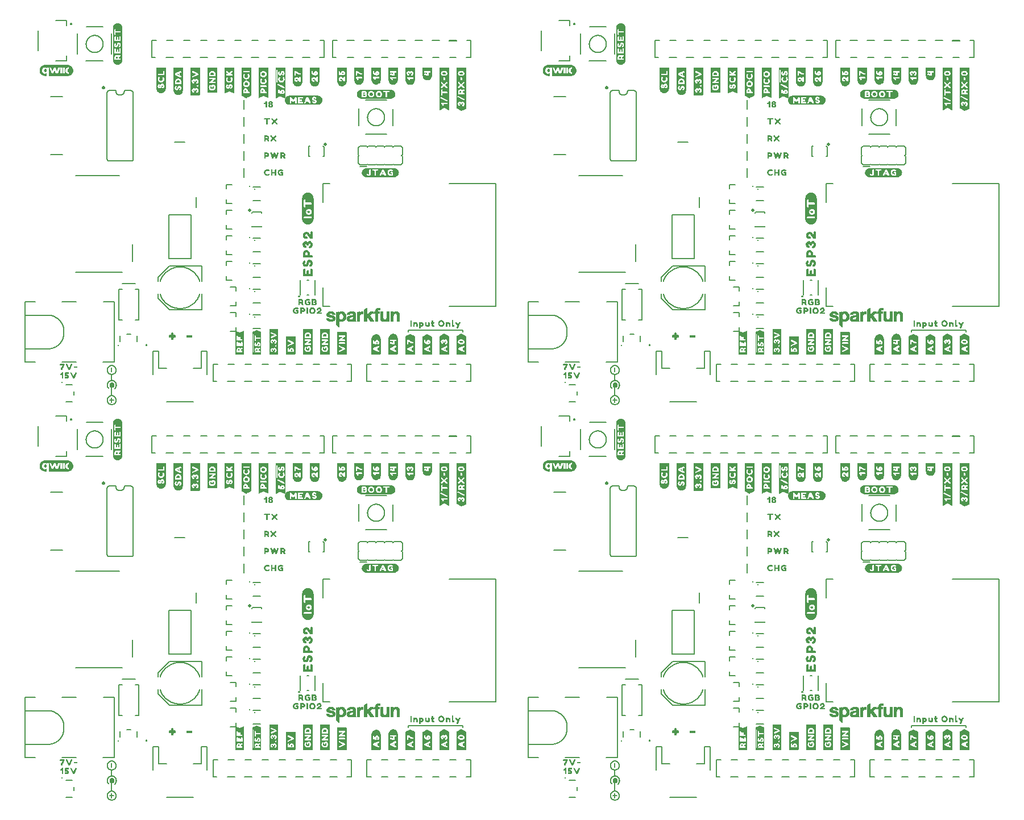
<source format=gto>
G04 EAGLE Gerber RS-274X export*
G75*
%MOMM*%
%FSLAX34Y34*%
%LPD*%
%INSilkscreen Top*%
%IPPOS*%
%AMOC8*
5,1,8,0,0,1.08239X$1,22.5*%
G01*
%ADD10C,0.203200*%
%ADD11C,0.254000*%
%ADD12C,0.127000*%
%ADD13C,0.508000*%
%ADD14C,0.300000*%
%ADD15C,0.254000*%
%ADD16C,0.177800*%
%ADD17C,0.152400*%
%ADD18C,0.406400*%

G36*
X1384816Y441223D02*
X1384816Y441223D01*
X1384818Y441227D01*
X1384822Y441226D01*
X1390922Y444226D01*
X1390932Y444246D01*
X1390940Y444252D01*
X1390947Y444254D01*
X1391147Y444854D01*
X1391143Y444865D01*
X1391149Y444870D01*
X1391149Y505770D01*
X1391113Y505817D01*
X1391110Y505815D01*
X1391108Y505819D01*
X1390508Y505919D01*
X1390503Y505916D01*
X1390500Y505919D01*
X1377600Y505919D01*
X1377553Y505883D01*
X1377555Y505880D01*
X1377551Y505878D01*
X1377451Y505278D01*
X1377454Y505273D01*
X1377451Y505270D01*
X1377451Y445070D01*
X1377454Y445066D01*
X1377451Y445063D01*
X1377551Y444363D01*
X1377576Y444339D01*
X1377578Y444326D01*
X1384178Y441026D01*
X1384204Y441031D01*
X1384216Y441023D01*
X1384816Y441223D01*
G37*
G36*
X1384816Y1030503D02*
X1384816Y1030503D01*
X1384818Y1030507D01*
X1384822Y1030506D01*
X1390922Y1033506D01*
X1390932Y1033526D01*
X1390940Y1033532D01*
X1390947Y1033534D01*
X1391147Y1034134D01*
X1391143Y1034145D01*
X1391149Y1034150D01*
X1391149Y1095050D01*
X1391113Y1095097D01*
X1391110Y1095095D01*
X1391108Y1095099D01*
X1390508Y1095199D01*
X1390503Y1095196D01*
X1390500Y1095199D01*
X1377600Y1095199D01*
X1377553Y1095163D01*
X1377555Y1095160D01*
X1377551Y1095158D01*
X1377451Y1094558D01*
X1377454Y1094553D01*
X1377451Y1094550D01*
X1377451Y1034350D01*
X1377454Y1034346D01*
X1377451Y1034343D01*
X1377551Y1033643D01*
X1377576Y1033619D01*
X1377578Y1033606D01*
X1384178Y1030306D01*
X1384204Y1030311D01*
X1384216Y1030303D01*
X1384816Y1030503D01*
G37*
G36*
X635516Y441223D02*
X635516Y441223D01*
X635518Y441227D01*
X635522Y441226D01*
X641622Y444226D01*
X641632Y444246D01*
X641640Y444252D01*
X641647Y444254D01*
X641847Y444854D01*
X641843Y444865D01*
X641849Y444870D01*
X641849Y505770D01*
X641813Y505817D01*
X641810Y505815D01*
X641808Y505819D01*
X641208Y505919D01*
X641203Y505916D01*
X641200Y505919D01*
X628300Y505919D01*
X628253Y505883D01*
X628255Y505880D01*
X628251Y505878D01*
X628151Y505278D01*
X628154Y505273D01*
X628151Y505270D01*
X628151Y445070D01*
X628154Y445066D01*
X628151Y445063D01*
X628251Y444363D01*
X628276Y444339D01*
X628278Y444326D01*
X634878Y441026D01*
X634904Y441031D01*
X634916Y441023D01*
X635516Y441223D01*
G37*
G36*
X635516Y1030503D02*
X635516Y1030503D01*
X635518Y1030507D01*
X635522Y1030506D01*
X641622Y1033506D01*
X641632Y1033526D01*
X641640Y1033532D01*
X641647Y1033534D01*
X641847Y1034134D01*
X641843Y1034145D01*
X641849Y1034150D01*
X641849Y1095050D01*
X641813Y1095097D01*
X641810Y1095095D01*
X641808Y1095099D01*
X641208Y1095199D01*
X641203Y1095196D01*
X641200Y1095199D01*
X628300Y1095199D01*
X628253Y1095163D01*
X628255Y1095160D01*
X628251Y1095158D01*
X628151Y1094558D01*
X628154Y1094553D01*
X628151Y1094550D01*
X628151Y1034350D01*
X628154Y1034346D01*
X628151Y1034343D01*
X628251Y1033643D01*
X628276Y1033619D01*
X628278Y1033606D01*
X634878Y1030306D01*
X634904Y1030311D01*
X634916Y1030303D01*
X635516Y1030503D01*
G37*
G36*
X1352103Y1031315D02*
X1352103Y1031315D01*
X1352122Y1031306D01*
X1352722Y1031606D01*
X1358808Y1034599D01*
X1359384Y1034503D01*
X1365377Y1031406D01*
X1365432Y1031416D01*
X1365435Y1031415D01*
X1365735Y1031715D01*
X1365736Y1031727D01*
X1365741Y1031731D01*
X1365738Y1031736D01*
X1365739Y1031742D01*
X1365749Y1031750D01*
X1365749Y1094650D01*
X1365741Y1094661D01*
X1365746Y1094668D01*
X1365546Y1095168D01*
X1365505Y1095193D01*
X1365500Y1095199D01*
X1352600Y1095199D01*
X1352589Y1095191D01*
X1352582Y1095196D01*
X1352082Y1094996D01*
X1352057Y1094955D01*
X1352051Y1094950D01*
X1352051Y1031350D01*
X1352054Y1031346D01*
X1352052Y1031341D01*
X1352062Y1031336D01*
X1352087Y1031303D01*
X1352103Y1031315D01*
G37*
G36*
X602803Y1031315D02*
X602803Y1031315D01*
X602822Y1031306D01*
X603422Y1031606D01*
X609508Y1034599D01*
X610084Y1034503D01*
X616077Y1031406D01*
X616132Y1031416D01*
X616135Y1031415D01*
X616435Y1031715D01*
X616436Y1031727D01*
X616441Y1031731D01*
X616438Y1031736D01*
X616439Y1031742D01*
X616449Y1031750D01*
X616449Y1094650D01*
X616441Y1094661D01*
X616446Y1094668D01*
X616246Y1095168D01*
X616205Y1095193D01*
X616200Y1095199D01*
X603300Y1095199D01*
X603289Y1095191D01*
X603282Y1095196D01*
X602782Y1094996D01*
X602757Y1094955D01*
X602751Y1094950D01*
X602751Y1031350D01*
X602754Y1031346D01*
X602752Y1031341D01*
X602762Y1031336D01*
X602787Y1031303D01*
X602803Y1031315D01*
G37*
G36*
X1352103Y442035D02*
X1352103Y442035D01*
X1352122Y442026D01*
X1352722Y442326D01*
X1358808Y445319D01*
X1359384Y445223D01*
X1365377Y442126D01*
X1365432Y442136D01*
X1365435Y442135D01*
X1365735Y442435D01*
X1365736Y442447D01*
X1365741Y442451D01*
X1365738Y442456D01*
X1365739Y442462D01*
X1365749Y442470D01*
X1365749Y505370D01*
X1365741Y505381D01*
X1365746Y505388D01*
X1365546Y505888D01*
X1365505Y505913D01*
X1365500Y505919D01*
X1352600Y505919D01*
X1352589Y505911D01*
X1352582Y505916D01*
X1352082Y505716D01*
X1352057Y505675D01*
X1352051Y505670D01*
X1352051Y442070D01*
X1352054Y442066D01*
X1352052Y442061D01*
X1352062Y442056D01*
X1352087Y442023D01*
X1352103Y442035D01*
G37*
G36*
X602803Y442035D02*
X602803Y442035D01*
X602822Y442026D01*
X603422Y442326D01*
X609508Y445319D01*
X610084Y445223D01*
X616077Y442126D01*
X616132Y442136D01*
X616135Y442135D01*
X616435Y442435D01*
X616436Y442447D01*
X616441Y442451D01*
X616438Y442456D01*
X616439Y442462D01*
X616449Y442470D01*
X616449Y505370D01*
X616441Y505381D01*
X616446Y505388D01*
X616246Y505888D01*
X616205Y505913D01*
X616200Y505919D01*
X603300Y505919D01*
X603289Y505911D01*
X603282Y505916D01*
X602782Y505716D01*
X602757Y505675D01*
X602751Y505670D01*
X602751Y442070D01*
X602754Y442066D01*
X602752Y442061D01*
X602762Y442056D01*
X602787Y442023D01*
X602803Y442035D01*
G37*
G36*
X872792Y1099277D02*
X872792Y1099277D01*
X872793Y1099276D01*
X874193Y1099476D01*
X874195Y1099478D01*
X874198Y1099477D01*
X875398Y1099877D01*
X875400Y1099881D01*
X875403Y1099880D01*
X876603Y1100680D01*
X876604Y1100681D01*
X876605Y1100681D01*
X877105Y1101081D01*
X877106Y1101083D01*
X877107Y1101083D01*
X877607Y1101583D01*
X877607Y1101585D01*
X877609Y1101585D01*
X878009Y1102085D01*
X878009Y1102086D01*
X878010Y1102087D01*
X878410Y1102687D01*
X878410Y1102689D01*
X878412Y1102689D01*
X878712Y1103289D01*
X878711Y1103292D01*
X878713Y1103292D01*
X878913Y1103892D01*
X878913Y1103893D01*
X879113Y1104593D01*
X879112Y1104595D01*
X879114Y1104596D01*
X879214Y1105196D01*
X879214Y1105197D01*
X879314Y1105897D01*
X879313Y1105899D01*
X879314Y1105900D01*
X879314Y1154600D01*
X879313Y1154602D01*
X879314Y1154603D01*
X879114Y1156003D01*
X879112Y1156005D01*
X879113Y1156008D01*
X878913Y1156607D01*
X878713Y1157307D01*
X878711Y1157308D01*
X878712Y1157311D01*
X878412Y1157911D01*
X878410Y1157911D01*
X878411Y1157912D01*
X878111Y1158412D01*
X878108Y1158413D01*
X878109Y1158416D01*
X877609Y1159015D01*
X877209Y1159515D01*
X877205Y1159516D01*
X877205Y1159519D01*
X876705Y1159919D01*
X876704Y1159919D01*
X876703Y1159920D01*
X876103Y1160320D01*
X876101Y1160320D01*
X876101Y1160322D01*
X874901Y1160922D01*
X874898Y1160921D01*
X874897Y1160923D01*
X874197Y1161123D01*
X874195Y1161122D01*
X874194Y1161124D01*
X873594Y1161224D01*
X873593Y1161224D01*
X872893Y1161324D01*
X872891Y1161323D01*
X872890Y1161324D01*
X871590Y1161324D01*
X871587Y1161321D01*
X871583Y1161323D01*
X870883Y1161123D01*
X870882Y1161123D01*
X870283Y1160923D01*
X869583Y1160723D01*
X869582Y1160721D01*
X869579Y1160722D01*
X868979Y1160422D01*
X868978Y1160418D01*
X868975Y1160419D01*
X868476Y1160020D01*
X867877Y1159620D01*
X867875Y1159615D01*
X867871Y1159615D01*
X867472Y1159116D01*
X866973Y1158617D01*
X866973Y1158612D01*
X866968Y1158611D01*
X866068Y1156811D01*
X866069Y1156808D01*
X866067Y1156807D01*
X865867Y1156107D01*
X865868Y1156105D01*
X865866Y1156104D01*
X865766Y1155504D01*
X865766Y1155503D01*
X865666Y1154803D01*
X865667Y1154801D01*
X865666Y1154800D01*
X865666Y1106100D01*
X865669Y1106096D01*
X865667Y1106092D01*
X865669Y1106091D01*
X865669Y1106088D01*
X865678Y1106086D01*
X865687Y1106076D01*
X865693Y1106081D01*
X865701Y1106078D01*
X865852Y1106154D01*
X865675Y1106019D01*
X865673Y1106006D01*
X865666Y1106000D01*
X865666Y1105900D01*
X865667Y1105899D01*
X865667Y1105898D01*
X865666Y1105897D01*
X865766Y1105197D01*
X865766Y1105196D01*
X865866Y1104596D01*
X865868Y1104595D01*
X865867Y1104593D01*
X866067Y1103893D01*
X866067Y1103892D01*
X866267Y1103292D01*
X866269Y1103291D01*
X866268Y1103289D01*
X866568Y1102689D01*
X866570Y1102688D01*
X866570Y1102687D01*
X866970Y1102087D01*
X866971Y1102086D01*
X866971Y1102085D01*
X867371Y1101585D01*
X867373Y1101585D01*
X867373Y1101583D01*
X867873Y1101083D01*
X867875Y1101083D01*
X867875Y1101081D01*
X868375Y1100681D01*
X868376Y1100681D01*
X868377Y1100680D01*
X868977Y1100280D01*
X868979Y1100280D01*
X868979Y1100278D01*
X870179Y1099678D01*
X870182Y1099679D01*
X870182Y1099677D01*
X870782Y1099477D01*
X870785Y1099478D01*
X870787Y1099476D01*
X872187Y1099276D01*
X872189Y1099277D01*
X872190Y1099276D01*
X872790Y1099276D01*
X872792Y1099277D01*
G37*
G36*
X123492Y1099277D02*
X123492Y1099277D01*
X123493Y1099276D01*
X124893Y1099476D01*
X124895Y1099478D01*
X124898Y1099477D01*
X126098Y1099877D01*
X126100Y1099881D01*
X126103Y1099880D01*
X127303Y1100680D01*
X127304Y1100681D01*
X127305Y1100681D01*
X127805Y1101081D01*
X127806Y1101083D01*
X127807Y1101083D01*
X128307Y1101583D01*
X128307Y1101585D01*
X128309Y1101585D01*
X128709Y1102085D01*
X128709Y1102086D01*
X128710Y1102087D01*
X129110Y1102687D01*
X129110Y1102689D01*
X129112Y1102689D01*
X129412Y1103289D01*
X129411Y1103292D01*
X129413Y1103292D01*
X129613Y1103892D01*
X129613Y1103893D01*
X129813Y1104593D01*
X129812Y1104595D01*
X129814Y1104596D01*
X129914Y1105196D01*
X129914Y1105197D01*
X130014Y1105897D01*
X130013Y1105899D01*
X130014Y1105900D01*
X130014Y1154600D01*
X130013Y1154602D01*
X130014Y1154603D01*
X129814Y1156003D01*
X129812Y1156005D01*
X129813Y1156008D01*
X129613Y1156607D01*
X129413Y1157307D01*
X129411Y1157308D01*
X129412Y1157311D01*
X129112Y1157911D01*
X129110Y1157911D01*
X129111Y1157912D01*
X128811Y1158412D01*
X128808Y1158413D01*
X128809Y1158416D01*
X128309Y1159015D01*
X127909Y1159515D01*
X127905Y1159516D01*
X127905Y1159519D01*
X127405Y1159919D01*
X127404Y1159919D01*
X127403Y1159920D01*
X126803Y1160320D01*
X126801Y1160320D01*
X126801Y1160322D01*
X125601Y1160922D01*
X125598Y1160921D01*
X125597Y1160923D01*
X124897Y1161123D01*
X124895Y1161122D01*
X124894Y1161124D01*
X124294Y1161224D01*
X124293Y1161224D01*
X123593Y1161324D01*
X123591Y1161323D01*
X123590Y1161324D01*
X122290Y1161324D01*
X122287Y1161321D01*
X122283Y1161323D01*
X121583Y1161123D01*
X121582Y1161123D01*
X120983Y1160923D01*
X120283Y1160723D01*
X120282Y1160721D01*
X120279Y1160722D01*
X119679Y1160422D01*
X119678Y1160418D01*
X119675Y1160419D01*
X119176Y1160020D01*
X118577Y1159620D01*
X118575Y1159615D01*
X118571Y1159615D01*
X118172Y1159116D01*
X117673Y1158617D01*
X117673Y1158612D01*
X117668Y1158611D01*
X116768Y1156811D01*
X116769Y1156808D01*
X116767Y1156807D01*
X116567Y1156107D01*
X116568Y1156105D01*
X116566Y1156104D01*
X116466Y1155504D01*
X116466Y1155503D01*
X116366Y1154803D01*
X116367Y1154801D01*
X116366Y1154800D01*
X116366Y1106100D01*
X116369Y1106096D01*
X116367Y1106092D01*
X116369Y1106091D01*
X116369Y1106088D01*
X116378Y1106086D01*
X116387Y1106076D01*
X116393Y1106081D01*
X116401Y1106078D01*
X116552Y1106154D01*
X116375Y1106019D01*
X116373Y1106006D01*
X116366Y1106000D01*
X116366Y1105900D01*
X116367Y1105899D01*
X116367Y1105898D01*
X116366Y1105897D01*
X116466Y1105197D01*
X116466Y1105196D01*
X116566Y1104596D01*
X116568Y1104595D01*
X116567Y1104593D01*
X116767Y1103893D01*
X116767Y1103892D01*
X116967Y1103292D01*
X116969Y1103291D01*
X116968Y1103289D01*
X117268Y1102689D01*
X117270Y1102688D01*
X117270Y1102687D01*
X117670Y1102087D01*
X117671Y1102086D01*
X117671Y1102085D01*
X118071Y1101585D01*
X118073Y1101585D01*
X118073Y1101583D01*
X118573Y1101083D01*
X118575Y1101083D01*
X118575Y1101081D01*
X119075Y1100681D01*
X119076Y1100681D01*
X119077Y1100680D01*
X119677Y1100280D01*
X119679Y1100280D01*
X119679Y1100278D01*
X120879Y1099678D01*
X120882Y1099679D01*
X120882Y1099677D01*
X121482Y1099477D01*
X121485Y1099478D01*
X121487Y1099476D01*
X122887Y1099276D01*
X122889Y1099277D01*
X122890Y1099276D01*
X123490Y1099276D01*
X123492Y1099277D01*
G37*
G36*
X123492Y509997D02*
X123492Y509997D01*
X123493Y509996D01*
X124893Y510196D01*
X124895Y510198D01*
X124898Y510197D01*
X126098Y510597D01*
X126100Y510601D01*
X126103Y510600D01*
X127303Y511400D01*
X127304Y511401D01*
X127305Y511401D01*
X127805Y511801D01*
X127806Y511803D01*
X127807Y511803D01*
X128307Y512303D01*
X128307Y512305D01*
X128309Y512305D01*
X128709Y512805D01*
X128709Y512806D01*
X128710Y512807D01*
X129110Y513407D01*
X129110Y513409D01*
X129112Y513409D01*
X129412Y514009D01*
X129411Y514012D01*
X129413Y514012D01*
X129613Y514612D01*
X129613Y514613D01*
X129813Y515313D01*
X129812Y515315D01*
X129814Y515316D01*
X129914Y515916D01*
X129914Y515917D01*
X130014Y516617D01*
X130013Y516619D01*
X130014Y516620D01*
X130014Y565320D01*
X130013Y565322D01*
X130014Y565323D01*
X129814Y566723D01*
X129812Y566725D01*
X129813Y566728D01*
X129613Y567327D01*
X129413Y568027D01*
X129411Y568028D01*
X129412Y568031D01*
X129112Y568631D01*
X129110Y568631D01*
X129111Y568632D01*
X128811Y569132D01*
X128808Y569133D01*
X128809Y569136D01*
X128309Y569735D01*
X127909Y570235D01*
X127905Y570236D01*
X127905Y570239D01*
X127405Y570639D01*
X127404Y570639D01*
X127403Y570640D01*
X126803Y571040D01*
X126801Y571040D01*
X126801Y571042D01*
X125601Y571642D01*
X125598Y571641D01*
X125597Y571643D01*
X124897Y571843D01*
X124895Y571842D01*
X124894Y571844D01*
X124294Y571944D01*
X124293Y571944D01*
X123593Y572044D01*
X123591Y572043D01*
X123590Y572044D01*
X122290Y572044D01*
X122287Y572041D01*
X122283Y572043D01*
X121583Y571843D01*
X121582Y571843D01*
X120983Y571643D01*
X120283Y571443D01*
X120282Y571441D01*
X120279Y571442D01*
X119679Y571142D01*
X119678Y571138D01*
X119675Y571139D01*
X119176Y570740D01*
X118577Y570340D01*
X118575Y570335D01*
X118571Y570335D01*
X118172Y569836D01*
X117673Y569337D01*
X117673Y569332D01*
X117668Y569331D01*
X116768Y567531D01*
X116769Y567528D01*
X116767Y567527D01*
X116567Y566827D01*
X116568Y566825D01*
X116566Y566824D01*
X116466Y566224D01*
X116466Y566223D01*
X116366Y565523D01*
X116367Y565521D01*
X116366Y565520D01*
X116366Y516820D01*
X116369Y516816D01*
X116367Y516812D01*
X116369Y516811D01*
X116369Y516808D01*
X116378Y516806D01*
X116387Y516796D01*
X116393Y516801D01*
X116401Y516798D01*
X116552Y516874D01*
X116375Y516739D01*
X116373Y516726D01*
X116366Y516720D01*
X116366Y516620D01*
X116367Y516619D01*
X116367Y516618D01*
X116366Y516617D01*
X116466Y515917D01*
X116466Y515916D01*
X116566Y515316D01*
X116568Y515315D01*
X116567Y515313D01*
X116767Y514613D01*
X116767Y514612D01*
X116967Y514012D01*
X116969Y514011D01*
X116968Y514009D01*
X117268Y513409D01*
X117270Y513408D01*
X117270Y513407D01*
X117670Y512807D01*
X117671Y512806D01*
X117671Y512805D01*
X118071Y512305D01*
X118073Y512305D01*
X118073Y512303D01*
X118573Y511803D01*
X118575Y511803D01*
X118575Y511801D01*
X119075Y511401D01*
X119076Y511401D01*
X119077Y511400D01*
X119677Y511000D01*
X119679Y511000D01*
X119679Y510998D01*
X120879Y510398D01*
X120882Y510399D01*
X120882Y510397D01*
X121482Y510197D01*
X121485Y510198D01*
X121487Y510196D01*
X122887Y509996D01*
X122889Y509997D01*
X122890Y509996D01*
X123490Y509996D01*
X123492Y509997D01*
G37*
G36*
X872792Y509997D02*
X872792Y509997D01*
X872793Y509996D01*
X874193Y510196D01*
X874195Y510198D01*
X874198Y510197D01*
X875398Y510597D01*
X875400Y510601D01*
X875403Y510600D01*
X876603Y511400D01*
X876604Y511401D01*
X876605Y511401D01*
X877105Y511801D01*
X877106Y511803D01*
X877107Y511803D01*
X877607Y512303D01*
X877607Y512305D01*
X877609Y512305D01*
X878009Y512805D01*
X878009Y512806D01*
X878010Y512807D01*
X878410Y513407D01*
X878410Y513409D01*
X878412Y513409D01*
X878712Y514009D01*
X878711Y514012D01*
X878713Y514012D01*
X878913Y514612D01*
X878913Y514613D01*
X879113Y515313D01*
X879112Y515315D01*
X879114Y515316D01*
X879214Y515916D01*
X879214Y515917D01*
X879314Y516617D01*
X879313Y516619D01*
X879314Y516620D01*
X879314Y565320D01*
X879313Y565322D01*
X879314Y565323D01*
X879114Y566723D01*
X879112Y566725D01*
X879113Y566728D01*
X878913Y567327D01*
X878713Y568027D01*
X878711Y568028D01*
X878712Y568031D01*
X878412Y568631D01*
X878410Y568631D01*
X878411Y568632D01*
X878111Y569132D01*
X878108Y569133D01*
X878109Y569136D01*
X877609Y569735D01*
X877209Y570235D01*
X877205Y570236D01*
X877205Y570239D01*
X876705Y570639D01*
X876704Y570639D01*
X876703Y570640D01*
X876103Y571040D01*
X876101Y571040D01*
X876101Y571042D01*
X874901Y571642D01*
X874898Y571641D01*
X874897Y571643D01*
X874197Y571843D01*
X874195Y571842D01*
X874194Y571844D01*
X873594Y571944D01*
X873593Y571944D01*
X872893Y572044D01*
X872891Y572043D01*
X872890Y572044D01*
X871590Y572044D01*
X871587Y572041D01*
X871583Y572043D01*
X870883Y571843D01*
X870882Y571843D01*
X870283Y571643D01*
X869583Y571443D01*
X869582Y571441D01*
X869579Y571442D01*
X868979Y571142D01*
X868978Y571138D01*
X868975Y571139D01*
X868476Y570740D01*
X867877Y570340D01*
X867875Y570335D01*
X867871Y570335D01*
X867472Y569836D01*
X866973Y569337D01*
X866973Y569332D01*
X866968Y569331D01*
X866068Y567531D01*
X866069Y567528D01*
X866067Y567527D01*
X865867Y566827D01*
X865868Y566825D01*
X865866Y566824D01*
X865766Y566224D01*
X865766Y566223D01*
X865666Y565523D01*
X865667Y565521D01*
X865666Y565520D01*
X865666Y516820D01*
X865669Y516816D01*
X865667Y516812D01*
X865669Y516811D01*
X865669Y516808D01*
X865678Y516806D01*
X865687Y516796D01*
X865693Y516801D01*
X865701Y516798D01*
X865852Y516874D01*
X865675Y516739D01*
X865673Y516726D01*
X865666Y516720D01*
X865666Y516620D01*
X865667Y516619D01*
X865667Y516618D01*
X865666Y516617D01*
X865766Y515917D01*
X865766Y515916D01*
X865866Y515316D01*
X865868Y515315D01*
X865867Y515313D01*
X866067Y514613D01*
X866067Y514612D01*
X866267Y514012D01*
X866269Y514011D01*
X866268Y514009D01*
X866568Y513409D01*
X866570Y513408D01*
X866570Y513407D01*
X866970Y512807D01*
X866971Y512806D01*
X866971Y512805D01*
X867371Y512305D01*
X867373Y512305D01*
X867373Y512303D01*
X867873Y511803D01*
X867875Y511803D01*
X867875Y511801D01*
X868375Y511401D01*
X868376Y511401D01*
X868377Y511400D01*
X868977Y511000D01*
X868979Y511000D01*
X868979Y510998D01*
X870179Y510398D01*
X870182Y510399D01*
X870182Y510397D01*
X870782Y510197D01*
X870785Y510198D01*
X870787Y510196D01*
X872187Y509996D01*
X872189Y509997D01*
X872190Y509996D01*
X872790Y509996D01*
X872792Y509997D01*
G37*
G36*
X1156402Y272087D02*
X1156402Y272087D01*
X1156403Y272086D01*
X1157203Y272186D01*
X1157204Y272188D01*
X1157206Y272186D01*
X1158006Y272386D01*
X1158007Y272388D01*
X1158009Y272387D01*
X1159609Y272987D01*
X1159610Y272990D01*
X1159612Y272989D01*
X1160312Y273389D01*
X1160313Y273391D01*
X1160314Y273390D01*
X1161014Y273890D01*
X1161015Y273893D01*
X1161017Y273893D01*
X1162217Y275093D01*
X1162217Y275096D01*
X1162220Y275096D01*
X1163220Y276496D01*
X1163219Y276500D01*
X1163223Y276502D01*
X1163823Y278102D01*
X1163822Y278103D01*
X1163824Y278104D01*
X1164024Y278904D01*
X1164023Y278906D01*
X1164024Y278907D01*
X1164124Y279707D01*
X1164224Y280607D01*
X1164223Y280609D01*
X1164224Y280610D01*
X1164224Y311010D01*
X1164223Y311011D01*
X1164224Y311013D01*
X1164124Y311913D01*
X1164024Y312713D01*
X1163924Y313613D01*
X1163921Y313615D01*
X1163923Y313619D01*
X1163623Y314419D01*
X1163620Y314420D01*
X1163621Y314422D01*
X1163221Y315122D01*
X1162822Y315921D01*
X1162819Y315922D01*
X1162820Y315924D01*
X1162320Y316624D01*
X1162318Y316624D01*
X1162319Y316626D01*
X1161819Y317226D01*
X1161816Y317226D01*
X1161816Y317228D01*
X1161116Y317828D01*
X1161116Y317829D01*
X1160516Y318329D01*
X1160512Y318329D01*
X1160511Y318332D01*
X1159712Y318731D01*
X1159012Y319131D01*
X1159009Y319131D01*
X1159009Y319133D01*
X1158209Y319433D01*
X1158207Y319432D01*
X1158206Y319434D01*
X1157406Y319634D01*
X1157404Y319632D01*
X1157403Y319634D01*
X1156503Y319734D01*
X1156501Y319733D01*
X1156500Y319734D01*
X1154800Y319734D01*
X1154798Y319733D01*
X1154797Y319734D01*
X1153997Y319634D01*
X1153994Y319631D01*
X1153992Y319633D01*
X1153193Y319333D01*
X1152394Y319134D01*
X1152392Y319131D01*
X1152389Y319132D01*
X1151589Y318732D01*
X1151588Y318729D01*
X1151586Y318730D01*
X1150186Y317730D01*
X1150186Y317728D01*
X1150184Y317729D01*
X1149584Y317229D01*
X1149584Y317224D01*
X1149580Y317224D01*
X1148080Y315124D01*
X1148081Y315120D01*
X1148077Y315119D01*
X1147477Y313519D01*
X1147479Y313515D01*
X1147476Y313513D01*
X1147376Y312713D01*
X1147276Y311813D01*
X1147176Y311013D01*
X1147177Y311011D01*
X1147176Y311010D01*
X1147176Y280110D01*
X1147177Y280108D01*
X1147176Y280107D01*
X1147276Y279307D01*
X1147278Y279306D01*
X1147276Y279304D01*
X1147476Y278505D01*
X1147676Y277605D01*
X1147680Y277602D01*
X1147679Y277598D01*
X1148079Y276898D01*
X1148478Y276099D01*
X1148481Y276098D01*
X1148480Y276096D01*
X1148980Y275396D01*
X1148982Y275396D01*
X1148981Y275394D01*
X1149481Y274794D01*
X1149483Y274794D01*
X1149483Y274793D01*
X1150083Y274193D01*
X1150086Y274193D01*
X1150086Y274190D01*
X1151486Y273190D01*
X1151488Y273190D01*
X1151488Y273189D01*
X1152188Y272789D01*
X1152191Y272790D01*
X1152192Y272787D01*
X1152992Y272487D01*
X1152993Y272488D01*
X1152994Y272486D01*
X1153794Y272286D01*
X1153795Y272287D01*
X1153795Y272286D01*
X1154695Y272086D01*
X1154698Y272088D01*
X1154700Y272086D01*
X1156400Y272086D01*
X1156402Y272087D01*
G37*
G36*
X407102Y861367D02*
X407102Y861367D01*
X407103Y861366D01*
X407903Y861466D01*
X407904Y861468D01*
X407906Y861466D01*
X408706Y861666D01*
X408707Y861668D01*
X408709Y861667D01*
X410309Y862267D01*
X410310Y862270D01*
X410312Y862269D01*
X411012Y862669D01*
X411013Y862671D01*
X411014Y862670D01*
X411714Y863170D01*
X411715Y863173D01*
X411717Y863173D01*
X412917Y864373D01*
X412917Y864376D01*
X412920Y864376D01*
X413920Y865776D01*
X413919Y865780D01*
X413923Y865782D01*
X414523Y867382D01*
X414522Y867383D01*
X414524Y867384D01*
X414724Y868184D01*
X414723Y868186D01*
X414724Y868187D01*
X414824Y868987D01*
X414924Y869887D01*
X414923Y869889D01*
X414924Y869890D01*
X414924Y900290D01*
X414923Y900291D01*
X414924Y900293D01*
X414824Y901193D01*
X414724Y901993D01*
X414624Y902893D01*
X414621Y902895D01*
X414623Y902899D01*
X414323Y903699D01*
X414320Y903700D01*
X414321Y903702D01*
X413921Y904402D01*
X413522Y905201D01*
X413519Y905202D01*
X413520Y905204D01*
X413020Y905904D01*
X413018Y905904D01*
X413019Y905906D01*
X412519Y906506D01*
X412516Y906506D01*
X412516Y906508D01*
X411816Y907108D01*
X411816Y907109D01*
X411216Y907609D01*
X411212Y907609D01*
X411211Y907612D01*
X410412Y908011D01*
X409712Y908411D01*
X409709Y908411D01*
X409709Y908413D01*
X408909Y908713D01*
X408907Y908712D01*
X408906Y908714D01*
X408106Y908914D01*
X408104Y908912D01*
X408103Y908914D01*
X407203Y909014D01*
X407201Y909013D01*
X407200Y909014D01*
X405500Y909014D01*
X405498Y909013D01*
X405497Y909014D01*
X404697Y908914D01*
X404694Y908911D01*
X404692Y908913D01*
X403893Y908613D01*
X403094Y908414D01*
X403092Y908411D01*
X403089Y908412D01*
X402289Y908012D01*
X402288Y908009D01*
X402286Y908010D01*
X400886Y907010D01*
X400886Y907008D01*
X400884Y907009D01*
X400284Y906509D01*
X400284Y906504D01*
X400280Y906504D01*
X398780Y904404D01*
X398781Y904400D01*
X398777Y904399D01*
X398177Y902799D01*
X398179Y902795D01*
X398176Y902793D01*
X398076Y901993D01*
X397976Y901093D01*
X397876Y900293D01*
X397877Y900291D01*
X397876Y900290D01*
X397876Y869390D01*
X397877Y869388D01*
X397876Y869387D01*
X397976Y868587D01*
X397978Y868586D01*
X397976Y868584D01*
X398176Y867785D01*
X398376Y866885D01*
X398380Y866882D01*
X398379Y866878D01*
X398779Y866178D01*
X399178Y865379D01*
X399181Y865378D01*
X399180Y865376D01*
X399680Y864676D01*
X399682Y864676D01*
X399681Y864674D01*
X400181Y864074D01*
X400183Y864074D01*
X400183Y864073D01*
X400783Y863473D01*
X400786Y863473D01*
X400786Y863470D01*
X402186Y862470D01*
X402188Y862470D01*
X402188Y862469D01*
X402888Y862069D01*
X402891Y862070D01*
X402892Y862067D01*
X403692Y861767D01*
X403693Y861768D01*
X403694Y861766D01*
X404494Y861566D01*
X404495Y861567D01*
X404495Y861566D01*
X405395Y861366D01*
X405398Y861368D01*
X405400Y861366D01*
X407100Y861366D01*
X407102Y861367D01*
G37*
G36*
X407102Y272087D02*
X407102Y272087D01*
X407103Y272086D01*
X407903Y272186D01*
X407904Y272188D01*
X407906Y272186D01*
X408706Y272386D01*
X408707Y272388D01*
X408709Y272387D01*
X410309Y272987D01*
X410310Y272990D01*
X410312Y272989D01*
X411012Y273389D01*
X411013Y273391D01*
X411014Y273390D01*
X411714Y273890D01*
X411715Y273893D01*
X411717Y273893D01*
X412917Y275093D01*
X412917Y275096D01*
X412920Y275096D01*
X413920Y276496D01*
X413919Y276500D01*
X413923Y276502D01*
X414523Y278102D01*
X414522Y278103D01*
X414524Y278104D01*
X414724Y278904D01*
X414723Y278906D01*
X414724Y278907D01*
X414824Y279707D01*
X414924Y280607D01*
X414923Y280609D01*
X414924Y280610D01*
X414924Y311010D01*
X414923Y311011D01*
X414924Y311013D01*
X414824Y311913D01*
X414724Y312713D01*
X414624Y313613D01*
X414621Y313615D01*
X414623Y313619D01*
X414323Y314419D01*
X414320Y314420D01*
X414321Y314422D01*
X413921Y315122D01*
X413522Y315921D01*
X413519Y315922D01*
X413520Y315924D01*
X413020Y316624D01*
X413018Y316624D01*
X413019Y316626D01*
X412519Y317226D01*
X412516Y317226D01*
X412516Y317228D01*
X411816Y317828D01*
X411816Y317829D01*
X411216Y318329D01*
X411212Y318329D01*
X411211Y318332D01*
X410412Y318731D01*
X409712Y319131D01*
X409709Y319131D01*
X409709Y319133D01*
X408909Y319433D01*
X408907Y319432D01*
X408906Y319434D01*
X408106Y319634D01*
X408104Y319632D01*
X408103Y319634D01*
X407203Y319734D01*
X407201Y319733D01*
X407200Y319734D01*
X405500Y319734D01*
X405498Y319733D01*
X405497Y319734D01*
X404697Y319634D01*
X404694Y319631D01*
X404692Y319633D01*
X403893Y319333D01*
X403094Y319134D01*
X403092Y319131D01*
X403089Y319132D01*
X402289Y318732D01*
X402288Y318729D01*
X402286Y318730D01*
X400886Y317730D01*
X400886Y317728D01*
X400884Y317729D01*
X400284Y317229D01*
X400284Y317224D01*
X400280Y317224D01*
X398780Y315124D01*
X398781Y315120D01*
X398777Y315119D01*
X398177Y313519D01*
X398179Y313515D01*
X398176Y313513D01*
X398076Y312713D01*
X397976Y311813D01*
X397876Y311013D01*
X397877Y311011D01*
X397876Y311010D01*
X397876Y280110D01*
X397877Y280108D01*
X397876Y280107D01*
X397976Y279307D01*
X397978Y279306D01*
X397976Y279304D01*
X398176Y278505D01*
X398376Y277605D01*
X398380Y277602D01*
X398379Y277598D01*
X398779Y276898D01*
X399178Y276099D01*
X399181Y276098D01*
X399180Y276096D01*
X399680Y275396D01*
X399682Y275396D01*
X399681Y275394D01*
X400181Y274794D01*
X400183Y274794D01*
X400183Y274793D01*
X400783Y274193D01*
X400786Y274193D01*
X400786Y274190D01*
X402186Y273190D01*
X402188Y273190D01*
X402188Y273189D01*
X402888Y272789D01*
X402891Y272790D01*
X402892Y272787D01*
X403692Y272487D01*
X403693Y272488D01*
X403694Y272486D01*
X404494Y272286D01*
X404495Y272287D01*
X404495Y272286D01*
X405395Y272086D01*
X405398Y272088D01*
X405400Y272086D01*
X407100Y272086D01*
X407102Y272087D01*
G37*
G36*
X1156402Y861367D02*
X1156402Y861367D01*
X1156403Y861366D01*
X1157203Y861466D01*
X1157204Y861468D01*
X1157206Y861466D01*
X1158006Y861666D01*
X1158007Y861668D01*
X1158009Y861667D01*
X1159609Y862267D01*
X1159610Y862270D01*
X1159612Y862269D01*
X1160312Y862669D01*
X1160313Y862671D01*
X1160314Y862670D01*
X1161014Y863170D01*
X1161015Y863173D01*
X1161017Y863173D01*
X1162217Y864373D01*
X1162217Y864376D01*
X1162220Y864376D01*
X1163220Y865776D01*
X1163219Y865780D01*
X1163223Y865782D01*
X1163823Y867382D01*
X1163822Y867383D01*
X1163824Y867384D01*
X1164024Y868184D01*
X1164023Y868186D01*
X1164024Y868187D01*
X1164124Y868987D01*
X1164224Y869887D01*
X1164223Y869889D01*
X1164224Y869890D01*
X1164224Y900290D01*
X1164223Y900291D01*
X1164224Y900293D01*
X1164124Y901193D01*
X1164024Y901993D01*
X1163924Y902893D01*
X1163921Y902895D01*
X1163923Y902899D01*
X1163623Y903699D01*
X1163620Y903700D01*
X1163621Y903702D01*
X1163221Y904402D01*
X1162822Y905201D01*
X1162819Y905202D01*
X1162820Y905204D01*
X1162320Y905904D01*
X1162318Y905904D01*
X1162319Y905906D01*
X1161819Y906506D01*
X1161816Y906506D01*
X1161816Y906508D01*
X1161116Y907108D01*
X1161116Y907109D01*
X1160516Y907609D01*
X1160512Y907609D01*
X1160511Y907612D01*
X1159712Y908011D01*
X1159012Y908411D01*
X1159009Y908411D01*
X1159009Y908413D01*
X1158209Y908713D01*
X1158207Y908712D01*
X1158206Y908714D01*
X1157406Y908914D01*
X1157404Y908912D01*
X1157403Y908914D01*
X1156503Y909014D01*
X1156501Y909013D01*
X1156500Y909014D01*
X1154800Y909014D01*
X1154798Y909013D01*
X1154797Y909014D01*
X1153997Y908914D01*
X1153994Y908911D01*
X1153992Y908913D01*
X1153193Y908613D01*
X1152394Y908414D01*
X1152392Y908411D01*
X1152389Y908412D01*
X1151589Y908012D01*
X1151588Y908009D01*
X1151586Y908010D01*
X1150186Y907010D01*
X1150186Y907008D01*
X1150184Y907009D01*
X1149584Y906509D01*
X1149584Y906504D01*
X1149580Y906504D01*
X1148080Y904404D01*
X1148081Y904400D01*
X1148077Y904399D01*
X1147477Y902799D01*
X1147479Y902795D01*
X1147476Y902793D01*
X1147376Y901993D01*
X1147276Y901093D01*
X1147176Y900293D01*
X1147177Y900291D01*
X1147176Y900290D01*
X1147176Y869390D01*
X1147177Y869388D01*
X1147176Y869387D01*
X1147276Y868587D01*
X1147278Y868586D01*
X1147276Y868584D01*
X1147476Y867785D01*
X1147676Y866885D01*
X1147680Y866882D01*
X1147679Y866878D01*
X1148079Y866178D01*
X1148478Y865379D01*
X1148481Y865378D01*
X1148480Y865376D01*
X1148980Y864676D01*
X1148982Y864676D01*
X1148981Y864674D01*
X1149481Y864074D01*
X1149483Y864074D01*
X1149483Y864073D01*
X1150083Y863473D01*
X1150086Y863473D01*
X1150086Y863470D01*
X1151486Y862470D01*
X1151488Y862470D01*
X1151488Y862469D01*
X1152188Y862069D01*
X1152191Y862070D01*
X1152192Y862067D01*
X1152992Y861767D01*
X1152993Y861768D01*
X1152994Y861766D01*
X1153794Y861566D01*
X1153795Y861567D01*
X1153795Y861566D01*
X1154695Y861366D01*
X1154698Y861368D01*
X1154700Y861366D01*
X1156400Y861366D01*
X1156402Y861367D01*
G37*
G36*
X1279602Y459268D02*
X1279602Y459268D01*
X1279604Y459266D01*
X1280204Y459366D01*
X1280205Y459368D01*
X1280207Y459367D01*
X1280907Y459567D01*
X1280908Y459567D01*
X1281508Y459767D01*
X1281508Y459768D01*
X1281510Y459768D01*
X1282210Y460068D01*
X1282211Y460070D01*
X1282212Y460069D01*
X1282712Y460369D01*
X1282713Y460370D01*
X1283313Y460770D01*
X1283314Y460771D01*
X1283315Y460771D01*
X1283815Y461171D01*
X1283816Y461173D01*
X1283817Y461173D01*
X1284317Y461673D01*
X1284317Y461676D01*
X1284320Y461677D01*
X1284720Y462277D01*
X1284720Y462279D01*
X1284722Y462279D01*
X1285322Y463479D01*
X1285321Y463482D01*
X1285323Y463482D01*
X1285523Y464082D01*
X1285523Y464083D01*
X1285723Y464783D01*
X1285722Y464785D01*
X1285724Y464786D01*
X1285824Y465386D01*
X1285822Y465388D01*
X1285824Y465390D01*
X1285824Y466790D01*
X1285822Y466792D01*
X1285824Y466794D01*
X1285724Y467394D01*
X1285722Y467395D01*
X1285723Y467397D01*
X1285523Y468097D01*
X1285523Y468098D01*
X1285323Y468698D01*
X1285322Y468698D01*
X1285322Y468700D01*
X1285022Y469400D01*
X1285020Y469401D01*
X1285021Y469402D01*
X1284721Y469902D01*
X1284720Y469903D01*
X1284320Y470503D01*
X1284317Y470504D01*
X1284317Y470507D01*
X1283817Y471007D01*
X1283815Y471007D01*
X1283815Y471009D01*
X1283315Y471409D01*
X1283314Y471409D01*
X1283313Y471410D01*
X1282713Y471810D01*
X1282711Y471810D01*
X1282711Y471812D01*
X1281511Y472412D01*
X1281508Y472411D01*
X1281508Y472413D01*
X1280908Y472613D01*
X1280907Y472613D01*
X1280207Y472813D01*
X1280205Y472812D01*
X1280204Y472814D01*
X1279604Y472914D01*
X1279602Y472912D01*
X1279600Y472914D01*
X1235200Y472914D01*
X1235198Y472912D01*
X1235196Y472914D01*
X1234597Y472814D01*
X1233897Y472714D01*
X1233895Y472712D01*
X1233893Y472713D01*
X1233193Y472513D01*
X1233192Y472511D01*
X1233189Y472512D01*
X1231989Y471912D01*
X1231988Y471908D01*
X1231985Y471909D01*
X1231486Y471510D01*
X1230887Y471110D01*
X1230885Y471105D01*
X1230881Y471105D01*
X1230482Y470606D01*
X1229983Y470107D01*
X1229983Y470102D01*
X1229978Y470101D01*
X1229078Y468301D01*
X1229079Y468298D01*
X1229077Y468297D01*
X1228877Y467597D01*
X1228878Y467595D01*
X1228876Y467594D01*
X1228776Y466994D01*
X1228778Y466992D01*
X1228776Y466990D01*
X1228776Y465590D01*
X1228777Y465588D01*
X1228776Y465587D01*
X1228876Y464887D01*
X1228876Y464886D01*
X1228976Y464286D01*
X1228978Y464285D01*
X1228977Y464283D01*
X1229177Y463583D01*
X1229179Y463582D01*
X1229178Y463579D01*
X1229778Y462379D01*
X1229782Y462378D01*
X1229781Y462375D01*
X1230181Y461875D01*
X1230183Y461875D01*
X1230183Y461873D01*
X1231183Y460873D01*
X1231185Y460873D01*
X1231185Y460871D01*
X1231685Y460471D01*
X1231688Y460471D01*
X1231689Y460468D01*
X1233489Y459568D01*
X1233494Y459570D01*
X1233497Y459566D01*
X1234897Y459366D01*
X1235496Y459266D01*
X1235498Y459268D01*
X1235500Y459266D01*
X1279600Y459266D01*
X1279602Y459268D01*
G37*
G36*
X530302Y459268D02*
X530302Y459268D01*
X530304Y459266D01*
X530904Y459366D01*
X530905Y459368D01*
X530907Y459367D01*
X531607Y459567D01*
X531608Y459567D01*
X532208Y459767D01*
X532208Y459768D01*
X532210Y459768D01*
X532910Y460068D01*
X532911Y460070D01*
X532912Y460069D01*
X533412Y460369D01*
X533413Y460370D01*
X534013Y460770D01*
X534014Y460771D01*
X534015Y460771D01*
X534515Y461171D01*
X534516Y461173D01*
X534517Y461173D01*
X535017Y461673D01*
X535017Y461676D01*
X535020Y461677D01*
X535420Y462277D01*
X535420Y462279D01*
X535422Y462279D01*
X536022Y463479D01*
X536021Y463482D01*
X536023Y463482D01*
X536223Y464082D01*
X536223Y464083D01*
X536423Y464783D01*
X536422Y464785D01*
X536424Y464786D01*
X536524Y465386D01*
X536522Y465388D01*
X536524Y465390D01*
X536524Y466790D01*
X536522Y466792D01*
X536524Y466794D01*
X536424Y467394D01*
X536422Y467395D01*
X536423Y467397D01*
X536223Y468097D01*
X536223Y468098D01*
X536023Y468698D01*
X536022Y468698D01*
X536022Y468700D01*
X535722Y469400D01*
X535720Y469401D01*
X535721Y469402D01*
X535421Y469902D01*
X535420Y469903D01*
X535020Y470503D01*
X535017Y470504D01*
X535017Y470507D01*
X534517Y471007D01*
X534515Y471007D01*
X534515Y471009D01*
X534015Y471409D01*
X534014Y471409D01*
X534013Y471410D01*
X533413Y471810D01*
X533411Y471810D01*
X533411Y471812D01*
X532211Y472412D01*
X532208Y472411D01*
X532208Y472413D01*
X531608Y472613D01*
X531607Y472613D01*
X530907Y472813D01*
X530905Y472812D01*
X530904Y472814D01*
X530304Y472914D01*
X530302Y472912D01*
X530300Y472914D01*
X485900Y472914D01*
X485898Y472912D01*
X485896Y472914D01*
X485297Y472814D01*
X484597Y472714D01*
X484595Y472712D01*
X484593Y472713D01*
X483893Y472513D01*
X483892Y472511D01*
X483889Y472512D01*
X482689Y471912D01*
X482688Y471908D01*
X482685Y471909D01*
X482186Y471510D01*
X481587Y471110D01*
X481585Y471105D01*
X481581Y471105D01*
X481182Y470606D01*
X480683Y470107D01*
X480683Y470102D01*
X480678Y470101D01*
X479778Y468301D01*
X479779Y468298D01*
X479777Y468297D01*
X479577Y467597D01*
X479578Y467595D01*
X479576Y467594D01*
X479476Y466994D01*
X479478Y466992D01*
X479476Y466990D01*
X479476Y465590D01*
X479477Y465588D01*
X479476Y465587D01*
X479576Y464887D01*
X479576Y464886D01*
X479676Y464286D01*
X479678Y464285D01*
X479677Y464283D01*
X479877Y463583D01*
X479879Y463582D01*
X479878Y463579D01*
X480478Y462379D01*
X480482Y462378D01*
X480481Y462375D01*
X480881Y461875D01*
X480883Y461875D01*
X480883Y461873D01*
X481883Y460873D01*
X481885Y460873D01*
X481885Y460871D01*
X482385Y460471D01*
X482388Y460471D01*
X482389Y460468D01*
X484189Y459568D01*
X484194Y459570D01*
X484197Y459566D01*
X485597Y459366D01*
X486196Y459266D01*
X486198Y459268D01*
X486200Y459266D01*
X530300Y459266D01*
X530302Y459268D01*
G37*
G36*
X530302Y1048548D02*
X530302Y1048548D01*
X530304Y1048546D01*
X530904Y1048646D01*
X530905Y1048648D01*
X530907Y1048647D01*
X531607Y1048847D01*
X531608Y1048847D01*
X532208Y1049047D01*
X532208Y1049048D01*
X532210Y1049048D01*
X532910Y1049348D01*
X532911Y1049350D01*
X532912Y1049349D01*
X533412Y1049649D01*
X533413Y1049650D01*
X534013Y1050050D01*
X534014Y1050051D01*
X534015Y1050051D01*
X534515Y1050451D01*
X534516Y1050453D01*
X534517Y1050453D01*
X535017Y1050953D01*
X535017Y1050956D01*
X535020Y1050957D01*
X535420Y1051557D01*
X535420Y1051559D01*
X535422Y1051559D01*
X536022Y1052759D01*
X536021Y1052762D01*
X536023Y1052762D01*
X536223Y1053362D01*
X536223Y1053363D01*
X536423Y1054063D01*
X536422Y1054065D01*
X536424Y1054066D01*
X536524Y1054666D01*
X536522Y1054668D01*
X536524Y1054670D01*
X536524Y1056070D01*
X536522Y1056072D01*
X536524Y1056074D01*
X536424Y1056674D01*
X536422Y1056675D01*
X536423Y1056677D01*
X536223Y1057377D01*
X536223Y1057378D01*
X536023Y1057978D01*
X536022Y1057978D01*
X536022Y1057980D01*
X535722Y1058680D01*
X535720Y1058681D01*
X535721Y1058682D01*
X535421Y1059182D01*
X535420Y1059183D01*
X535020Y1059783D01*
X535017Y1059784D01*
X535017Y1059787D01*
X534517Y1060287D01*
X534515Y1060287D01*
X534515Y1060289D01*
X534015Y1060689D01*
X534014Y1060689D01*
X534013Y1060690D01*
X533413Y1061090D01*
X533411Y1061090D01*
X533411Y1061092D01*
X532211Y1061692D01*
X532208Y1061691D01*
X532208Y1061693D01*
X531608Y1061893D01*
X531607Y1061893D01*
X530907Y1062093D01*
X530905Y1062092D01*
X530904Y1062094D01*
X530304Y1062194D01*
X530302Y1062192D01*
X530300Y1062194D01*
X485900Y1062194D01*
X485898Y1062192D01*
X485896Y1062194D01*
X485297Y1062094D01*
X484597Y1061994D01*
X484595Y1061992D01*
X484593Y1061993D01*
X483893Y1061793D01*
X483892Y1061791D01*
X483889Y1061792D01*
X482689Y1061192D01*
X482688Y1061188D01*
X482685Y1061189D01*
X482186Y1060790D01*
X481587Y1060390D01*
X481585Y1060385D01*
X481581Y1060385D01*
X481182Y1059886D01*
X480683Y1059387D01*
X480683Y1059382D01*
X480678Y1059381D01*
X479778Y1057581D01*
X479779Y1057578D01*
X479777Y1057577D01*
X479577Y1056877D01*
X479578Y1056875D01*
X479576Y1056874D01*
X479476Y1056274D01*
X479478Y1056272D01*
X479476Y1056270D01*
X479476Y1054870D01*
X479477Y1054868D01*
X479476Y1054867D01*
X479576Y1054167D01*
X479576Y1054166D01*
X479676Y1053566D01*
X479678Y1053565D01*
X479677Y1053563D01*
X479877Y1052863D01*
X479879Y1052862D01*
X479878Y1052859D01*
X480478Y1051659D01*
X480482Y1051658D01*
X480481Y1051655D01*
X480881Y1051155D01*
X480883Y1051155D01*
X480883Y1051153D01*
X481883Y1050153D01*
X481885Y1050153D01*
X481885Y1050151D01*
X482385Y1049751D01*
X482388Y1049751D01*
X482389Y1049748D01*
X484189Y1048848D01*
X484194Y1048850D01*
X484197Y1048846D01*
X485597Y1048646D01*
X486196Y1048546D01*
X486198Y1048548D01*
X486200Y1048546D01*
X530300Y1048546D01*
X530302Y1048548D01*
G37*
G36*
X1279602Y1048548D02*
X1279602Y1048548D01*
X1279604Y1048546D01*
X1280204Y1048646D01*
X1280205Y1048648D01*
X1280207Y1048647D01*
X1280907Y1048847D01*
X1280908Y1048847D01*
X1281508Y1049047D01*
X1281508Y1049048D01*
X1281510Y1049048D01*
X1282210Y1049348D01*
X1282211Y1049350D01*
X1282212Y1049349D01*
X1282712Y1049649D01*
X1282713Y1049650D01*
X1283313Y1050050D01*
X1283314Y1050051D01*
X1283315Y1050051D01*
X1283815Y1050451D01*
X1283816Y1050453D01*
X1283817Y1050453D01*
X1284317Y1050953D01*
X1284317Y1050956D01*
X1284320Y1050957D01*
X1284720Y1051557D01*
X1284720Y1051559D01*
X1284722Y1051559D01*
X1285322Y1052759D01*
X1285321Y1052762D01*
X1285323Y1052762D01*
X1285523Y1053362D01*
X1285523Y1053363D01*
X1285723Y1054063D01*
X1285722Y1054065D01*
X1285724Y1054066D01*
X1285824Y1054666D01*
X1285822Y1054668D01*
X1285824Y1054670D01*
X1285824Y1056070D01*
X1285822Y1056072D01*
X1285824Y1056074D01*
X1285724Y1056674D01*
X1285722Y1056675D01*
X1285723Y1056677D01*
X1285523Y1057377D01*
X1285523Y1057378D01*
X1285323Y1057978D01*
X1285322Y1057978D01*
X1285322Y1057980D01*
X1285022Y1058680D01*
X1285020Y1058681D01*
X1285021Y1058682D01*
X1284721Y1059182D01*
X1284720Y1059183D01*
X1284320Y1059783D01*
X1284317Y1059784D01*
X1284317Y1059787D01*
X1283817Y1060287D01*
X1283815Y1060287D01*
X1283815Y1060289D01*
X1283315Y1060689D01*
X1283314Y1060689D01*
X1283313Y1060690D01*
X1282713Y1061090D01*
X1282711Y1061090D01*
X1282711Y1061092D01*
X1281511Y1061692D01*
X1281508Y1061691D01*
X1281508Y1061693D01*
X1280908Y1061893D01*
X1280907Y1061893D01*
X1280207Y1062093D01*
X1280205Y1062092D01*
X1280204Y1062094D01*
X1279604Y1062194D01*
X1279602Y1062192D01*
X1279600Y1062194D01*
X1235200Y1062194D01*
X1235198Y1062192D01*
X1235196Y1062194D01*
X1234597Y1062094D01*
X1233897Y1061994D01*
X1233895Y1061992D01*
X1233893Y1061993D01*
X1233193Y1061793D01*
X1233192Y1061791D01*
X1233189Y1061792D01*
X1231989Y1061192D01*
X1231988Y1061188D01*
X1231985Y1061189D01*
X1231486Y1060790D01*
X1230887Y1060390D01*
X1230885Y1060385D01*
X1230881Y1060385D01*
X1230482Y1059886D01*
X1229983Y1059387D01*
X1229983Y1059382D01*
X1229978Y1059381D01*
X1229078Y1057581D01*
X1229079Y1057578D01*
X1229077Y1057577D01*
X1228877Y1056877D01*
X1228878Y1056875D01*
X1228876Y1056874D01*
X1228776Y1056274D01*
X1228778Y1056272D01*
X1228776Y1056270D01*
X1228776Y1054870D01*
X1228777Y1054868D01*
X1228776Y1054867D01*
X1228876Y1054167D01*
X1228876Y1054166D01*
X1228976Y1053566D01*
X1228978Y1053565D01*
X1228977Y1053563D01*
X1229177Y1052863D01*
X1229179Y1052862D01*
X1229178Y1052859D01*
X1229778Y1051659D01*
X1229782Y1051658D01*
X1229781Y1051655D01*
X1230181Y1051155D01*
X1230183Y1051155D01*
X1230183Y1051153D01*
X1231183Y1050153D01*
X1231185Y1050153D01*
X1231185Y1050151D01*
X1231685Y1049751D01*
X1231688Y1049751D01*
X1231689Y1049748D01*
X1233489Y1048848D01*
X1233494Y1048850D01*
X1233497Y1048846D01*
X1234897Y1048646D01*
X1235496Y1048546D01*
X1235498Y1048548D01*
X1235500Y1048546D01*
X1279600Y1048546D01*
X1279602Y1048548D01*
G37*
G36*
X1171052Y450377D02*
X1171052Y450377D01*
X1171053Y450376D01*
X1171753Y450476D01*
X1171755Y450478D01*
X1171758Y450477D01*
X1172357Y450677D01*
X1173057Y450877D01*
X1173058Y450879D01*
X1173061Y450878D01*
X1174261Y451478D01*
X1174262Y451482D01*
X1174265Y451481D01*
X1174765Y451881D01*
X1174766Y451883D01*
X1174767Y451883D01*
X1175767Y452883D01*
X1175767Y452885D01*
X1175769Y452885D01*
X1176169Y453385D01*
X1176169Y453388D01*
X1176172Y453389D01*
X1176772Y454589D01*
X1176771Y454592D01*
X1176772Y454592D01*
X1176771Y454592D01*
X1176773Y454593D01*
X1176973Y455293D01*
X1177173Y455892D01*
X1177172Y455895D01*
X1177174Y455897D01*
X1177274Y456597D01*
X1177273Y456599D01*
X1177274Y456600D01*
X1177274Y457900D01*
X1177273Y457902D01*
X1177274Y457903D01*
X1177174Y458603D01*
X1177172Y458605D01*
X1177173Y458607D01*
X1176973Y459307D01*
X1176971Y459308D01*
X1176972Y459311D01*
X1176072Y461111D01*
X1176068Y461112D01*
X1176069Y461115D01*
X1175669Y461615D01*
X1175667Y461616D01*
X1175667Y461617D01*
X1174667Y462617D01*
X1174662Y462617D01*
X1174661Y462622D01*
X1174062Y462921D01*
X1173463Y463320D01*
X1173459Y463320D01*
X1173458Y463323D01*
X1172258Y463723D01*
X1172257Y463723D01*
X1171557Y463923D01*
X1171555Y463922D01*
X1171553Y463924D01*
X1170853Y464024D01*
X1170851Y464023D01*
X1170850Y464024D01*
X1127750Y464024D01*
X1127748Y464022D01*
X1127746Y464024D01*
X1127146Y463924D01*
X1127145Y463922D01*
X1127143Y463923D01*
X1126443Y463723D01*
X1126442Y463723D01*
X1125843Y463523D01*
X1125143Y463323D01*
X1125140Y463318D01*
X1125135Y463319D01*
X1124636Y462920D01*
X1124037Y462520D01*
X1124036Y462519D01*
X1124035Y462519D01*
X1123535Y462119D01*
X1123535Y462117D01*
X1123533Y462117D01*
X1123033Y461617D01*
X1123033Y461615D01*
X1123031Y461615D01*
X1122631Y461115D01*
X1122631Y461114D01*
X1122630Y461113D01*
X1122230Y460513D01*
X1122230Y460511D01*
X1122228Y460511D01*
X1121928Y459911D01*
X1121929Y459908D01*
X1121927Y459908D01*
X1121727Y459308D01*
X1121727Y459307D01*
X1121527Y458607D01*
X1121528Y458605D01*
X1121526Y458603D01*
X1121426Y457903D01*
X1121427Y457901D01*
X1121426Y457900D01*
X1121426Y456600D01*
X1121427Y456598D01*
X1121426Y456597D01*
X1121526Y455897D01*
X1121528Y455895D01*
X1121527Y455893D01*
X1121727Y455193D01*
X1121727Y455192D01*
X1121927Y454592D01*
X1121929Y454591D01*
X1121928Y454589D01*
X1122528Y453389D01*
X1122533Y453387D01*
X1122533Y453383D01*
X1123032Y452884D01*
X1123431Y452385D01*
X1123433Y452385D01*
X1123433Y452383D01*
X1123933Y451883D01*
X1123936Y451883D01*
X1123937Y451880D01*
X1124537Y451480D01*
X1124538Y451479D01*
X1125038Y451179D01*
X1125040Y451180D01*
X1125040Y451178D01*
X1125740Y450878D01*
X1125742Y450878D01*
X1125742Y450877D01*
X1126342Y450677D01*
X1126343Y450677D01*
X1127043Y450477D01*
X1127045Y450478D01*
X1127046Y450476D01*
X1127646Y450376D01*
X1127648Y450378D01*
X1127650Y450376D01*
X1171050Y450376D01*
X1171052Y450377D01*
G37*
G36*
X421752Y450377D02*
X421752Y450377D01*
X421753Y450376D01*
X422453Y450476D01*
X422455Y450478D01*
X422458Y450477D01*
X423057Y450677D01*
X423757Y450877D01*
X423758Y450879D01*
X423761Y450878D01*
X424961Y451478D01*
X424962Y451482D01*
X424965Y451481D01*
X425465Y451881D01*
X425466Y451883D01*
X425467Y451883D01*
X426467Y452883D01*
X426467Y452885D01*
X426469Y452885D01*
X426869Y453385D01*
X426869Y453388D01*
X426872Y453389D01*
X427472Y454589D01*
X427471Y454592D01*
X427472Y454592D01*
X427471Y454592D01*
X427473Y454593D01*
X427673Y455293D01*
X427873Y455892D01*
X427872Y455895D01*
X427874Y455897D01*
X427974Y456597D01*
X427973Y456599D01*
X427974Y456600D01*
X427974Y457900D01*
X427973Y457902D01*
X427974Y457903D01*
X427874Y458603D01*
X427872Y458605D01*
X427873Y458607D01*
X427673Y459307D01*
X427671Y459308D01*
X427672Y459311D01*
X426772Y461111D01*
X426768Y461112D01*
X426769Y461115D01*
X426369Y461615D01*
X426367Y461616D01*
X426367Y461617D01*
X425367Y462617D01*
X425362Y462617D01*
X425361Y462622D01*
X424762Y462921D01*
X424163Y463320D01*
X424159Y463320D01*
X424158Y463323D01*
X422958Y463723D01*
X422957Y463723D01*
X422257Y463923D01*
X422255Y463922D01*
X422253Y463924D01*
X421553Y464024D01*
X421551Y464023D01*
X421550Y464024D01*
X378450Y464024D01*
X378448Y464022D01*
X378446Y464024D01*
X377846Y463924D01*
X377845Y463922D01*
X377843Y463923D01*
X377143Y463723D01*
X377142Y463723D01*
X376543Y463523D01*
X375843Y463323D01*
X375840Y463318D01*
X375835Y463319D01*
X375336Y462920D01*
X374737Y462520D01*
X374736Y462519D01*
X374735Y462519D01*
X374235Y462119D01*
X374235Y462117D01*
X374233Y462117D01*
X373733Y461617D01*
X373733Y461615D01*
X373731Y461615D01*
X373331Y461115D01*
X373331Y461114D01*
X373330Y461113D01*
X372930Y460513D01*
X372930Y460511D01*
X372928Y460511D01*
X372628Y459911D01*
X372629Y459908D01*
X372627Y459908D01*
X372427Y459308D01*
X372427Y459307D01*
X372227Y458607D01*
X372228Y458605D01*
X372226Y458603D01*
X372126Y457903D01*
X372127Y457901D01*
X372126Y457900D01*
X372126Y456600D01*
X372127Y456598D01*
X372126Y456597D01*
X372226Y455897D01*
X372228Y455895D01*
X372227Y455893D01*
X372427Y455193D01*
X372427Y455192D01*
X372627Y454592D01*
X372629Y454591D01*
X372628Y454589D01*
X373228Y453389D01*
X373233Y453387D01*
X373233Y453383D01*
X373732Y452884D01*
X374131Y452385D01*
X374133Y452385D01*
X374133Y452383D01*
X374633Y451883D01*
X374636Y451883D01*
X374637Y451880D01*
X375237Y451480D01*
X375238Y451479D01*
X375738Y451179D01*
X375740Y451180D01*
X375740Y451178D01*
X376440Y450878D01*
X376442Y450878D01*
X376442Y450877D01*
X377042Y450677D01*
X377043Y450677D01*
X377743Y450477D01*
X377745Y450478D01*
X377746Y450476D01*
X378346Y450376D01*
X378348Y450378D01*
X378350Y450376D01*
X421750Y450376D01*
X421752Y450377D01*
G37*
G36*
X421752Y1039657D02*
X421752Y1039657D01*
X421753Y1039656D01*
X422453Y1039756D01*
X422455Y1039758D01*
X422458Y1039757D01*
X423057Y1039957D01*
X423757Y1040157D01*
X423758Y1040159D01*
X423761Y1040158D01*
X424961Y1040758D01*
X424962Y1040762D01*
X424965Y1040761D01*
X425465Y1041161D01*
X425466Y1041163D01*
X425467Y1041163D01*
X426467Y1042163D01*
X426467Y1042165D01*
X426469Y1042165D01*
X426869Y1042665D01*
X426869Y1042668D01*
X426872Y1042669D01*
X427472Y1043869D01*
X427471Y1043872D01*
X427472Y1043872D01*
X427471Y1043872D01*
X427473Y1043873D01*
X427673Y1044573D01*
X427873Y1045172D01*
X427872Y1045175D01*
X427874Y1045177D01*
X427974Y1045877D01*
X427973Y1045879D01*
X427974Y1045880D01*
X427974Y1047180D01*
X427973Y1047182D01*
X427974Y1047183D01*
X427874Y1047883D01*
X427872Y1047885D01*
X427873Y1047887D01*
X427673Y1048587D01*
X427671Y1048588D01*
X427672Y1048591D01*
X426772Y1050391D01*
X426768Y1050392D01*
X426769Y1050395D01*
X426369Y1050895D01*
X426367Y1050896D01*
X426367Y1050897D01*
X425367Y1051897D01*
X425362Y1051897D01*
X425361Y1051902D01*
X424762Y1052201D01*
X424163Y1052600D01*
X424159Y1052600D01*
X424158Y1052603D01*
X422958Y1053003D01*
X422957Y1053003D01*
X422257Y1053203D01*
X422255Y1053202D01*
X422253Y1053204D01*
X421553Y1053304D01*
X421551Y1053303D01*
X421550Y1053304D01*
X378450Y1053304D01*
X378448Y1053302D01*
X378446Y1053304D01*
X377846Y1053204D01*
X377845Y1053202D01*
X377843Y1053203D01*
X377143Y1053003D01*
X377142Y1053003D01*
X376543Y1052803D01*
X375843Y1052603D01*
X375840Y1052598D01*
X375835Y1052599D01*
X375336Y1052200D01*
X374737Y1051800D01*
X374736Y1051799D01*
X374735Y1051799D01*
X374235Y1051399D01*
X374235Y1051397D01*
X374233Y1051397D01*
X373733Y1050897D01*
X373733Y1050895D01*
X373731Y1050895D01*
X373331Y1050395D01*
X373331Y1050394D01*
X373330Y1050393D01*
X372930Y1049793D01*
X372930Y1049791D01*
X372928Y1049791D01*
X372628Y1049191D01*
X372629Y1049188D01*
X372627Y1049188D01*
X372427Y1048588D01*
X372427Y1048587D01*
X372227Y1047887D01*
X372228Y1047885D01*
X372226Y1047883D01*
X372126Y1047183D01*
X372127Y1047181D01*
X372126Y1047180D01*
X372126Y1045880D01*
X372127Y1045878D01*
X372126Y1045877D01*
X372226Y1045177D01*
X372228Y1045175D01*
X372227Y1045173D01*
X372427Y1044473D01*
X372427Y1044472D01*
X372627Y1043872D01*
X372629Y1043871D01*
X372628Y1043869D01*
X373228Y1042669D01*
X373233Y1042667D01*
X373233Y1042663D01*
X373732Y1042164D01*
X374131Y1041665D01*
X374133Y1041665D01*
X374133Y1041663D01*
X374633Y1041163D01*
X374636Y1041163D01*
X374637Y1041160D01*
X375237Y1040760D01*
X375238Y1040759D01*
X375738Y1040459D01*
X375740Y1040460D01*
X375740Y1040458D01*
X376440Y1040158D01*
X376442Y1040158D01*
X376442Y1040157D01*
X377042Y1039957D01*
X377043Y1039957D01*
X377743Y1039757D01*
X377745Y1039758D01*
X377746Y1039756D01*
X378346Y1039656D01*
X378348Y1039658D01*
X378350Y1039656D01*
X421750Y1039656D01*
X421752Y1039657D01*
G37*
G36*
X1171052Y1039657D02*
X1171052Y1039657D01*
X1171053Y1039656D01*
X1171753Y1039756D01*
X1171755Y1039758D01*
X1171758Y1039757D01*
X1172357Y1039957D01*
X1173057Y1040157D01*
X1173058Y1040159D01*
X1173061Y1040158D01*
X1174261Y1040758D01*
X1174262Y1040762D01*
X1174265Y1040761D01*
X1174765Y1041161D01*
X1174766Y1041163D01*
X1174767Y1041163D01*
X1175767Y1042163D01*
X1175767Y1042165D01*
X1175769Y1042165D01*
X1176169Y1042665D01*
X1176169Y1042668D01*
X1176172Y1042669D01*
X1176772Y1043869D01*
X1176771Y1043872D01*
X1176772Y1043872D01*
X1176771Y1043872D01*
X1176773Y1043873D01*
X1176973Y1044573D01*
X1177173Y1045172D01*
X1177172Y1045175D01*
X1177174Y1045177D01*
X1177274Y1045877D01*
X1177273Y1045879D01*
X1177274Y1045880D01*
X1177274Y1047180D01*
X1177273Y1047182D01*
X1177274Y1047183D01*
X1177174Y1047883D01*
X1177172Y1047885D01*
X1177173Y1047887D01*
X1176973Y1048587D01*
X1176971Y1048588D01*
X1176972Y1048591D01*
X1176072Y1050391D01*
X1176068Y1050392D01*
X1176069Y1050395D01*
X1175669Y1050895D01*
X1175667Y1050896D01*
X1175667Y1050897D01*
X1174667Y1051897D01*
X1174662Y1051897D01*
X1174661Y1051902D01*
X1174062Y1052201D01*
X1173463Y1052600D01*
X1173459Y1052600D01*
X1173458Y1052603D01*
X1172258Y1053003D01*
X1172257Y1053003D01*
X1171557Y1053203D01*
X1171555Y1053202D01*
X1171553Y1053204D01*
X1170853Y1053304D01*
X1170851Y1053303D01*
X1170850Y1053304D01*
X1127750Y1053304D01*
X1127748Y1053302D01*
X1127746Y1053304D01*
X1127146Y1053204D01*
X1127145Y1053202D01*
X1127143Y1053203D01*
X1126443Y1053003D01*
X1126442Y1053003D01*
X1125843Y1052803D01*
X1125143Y1052603D01*
X1125140Y1052598D01*
X1125135Y1052599D01*
X1124636Y1052200D01*
X1124037Y1051800D01*
X1124036Y1051799D01*
X1124035Y1051799D01*
X1123535Y1051399D01*
X1123535Y1051397D01*
X1123533Y1051397D01*
X1123033Y1050897D01*
X1123033Y1050895D01*
X1123031Y1050895D01*
X1122631Y1050395D01*
X1122631Y1050394D01*
X1122630Y1050393D01*
X1122230Y1049793D01*
X1122230Y1049791D01*
X1122228Y1049791D01*
X1121928Y1049191D01*
X1121929Y1049188D01*
X1121927Y1049188D01*
X1121727Y1048588D01*
X1121727Y1048587D01*
X1121527Y1047887D01*
X1121528Y1047885D01*
X1121526Y1047883D01*
X1121426Y1047183D01*
X1121427Y1047181D01*
X1121426Y1047180D01*
X1121426Y1045880D01*
X1121427Y1045878D01*
X1121426Y1045877D01*
X1121526Y1045177D01*
X1121528Y1045175D01*
X1121527Y1045173D01*
X1121727Y1044473D01*
X1121727Y1044472D01*
X1121927Y1043872D01*
X1121929Y1043871D01*
X1121928Y1043869D01*
X1122528Y1042669D01*
X1122533Y1042667D01*
X1122533Y1042663D01*
X1123032Y1042164D01*
X1123431Y1041665D01*
X1123433Y1041665D01*
X1123433Y1041663D01*
X1123933Y1041163D01*
X1123936Y1041163D01*
X1123937Y1041160D01*
X1124537Y1040760D01*
X1124538Y1040759D01*
X1125038Y1040459D01*
X1125040Y1040460D01*
X1125040Y1040458D01*
X1125740Y1040158D01*
X1125742Y1040158D01*
X1125742Y1040157D01*
X1126342Y1039957D01*
X1126343Y1039957D01*
X1127043Y1039757D01*
X1127045Y1039758D01*
X1127046Y1039756D01*
X1127646Y1039656D01*
X1127648Y1039658D01*
X1127650Y1039656D01*
X1171050Y1039656D01*
X1171052Y1039657D01*
G37*
G36*
X535652Y931707D02*
X535652Y931707D01*
X535653Y931706D01*
X536353Y931806D01*
X536355Y931808D01*
X536357Y931807D01*
X537057Y932007D01*
X537058Y932007D01*
X537658Y932207D01*
X537659Y932209D01*
X537661Y932208D01*
X538861Y932808D01*
X538862Y932812D01*
X538865Y932811D01*
X539365Y933211D01*
X539366Y933213D01*
X539367Y933213D01*
X540367Y934213D01*
X540367Y934215D01*
X540369Y934215D01*
X540769Y934715D01*
X540769Y934716D01*
X540770Y934717D01*
X541170Y935317D01*
X541170Y935319D01*
X541172Y935319D01*
X541472Y935919D01*
X541471Y935922D01*
X541473Y935922D01*
X541673Y936522D01*
X541672Y936525D01*
X541674Y936527D01*
X541774Y937227D01*
X541874Y937926D01*
X541974Y938526D01*
X541971Y938530D01*
X541974Y938533D01*
X541774Y939933D01*
X541772Y939935D01*
X541773Y939937D01*
X541573Y940637D01*
X541573Y940638D01*
X541373Y941238D01*
X541371Y941239D01*
X541372Y941241D01*
X540772Y942441D01*
X540767Y942443D01*
X540767Y942447D01*
X540268Y942946D01*
X539869Y943445D01*
X539865Y943446D01*
X539865Y943449D01*
X539365Y943849D01*
X539364Y943849D01*
X539363Y943850D01*
X538163Y944650D01*
X538159Y944650D01*
X538158Y944653D01*
X536958Y945053D01*
X536957Y945053D01*
X536257Y945253D01*
X536255Y945252D01*
X536253Y945254D01*
X535553Y945354D01*
X535551Y945353D01*
X535550Y945354D01*
X493150Y945354D01*
X493148Y945352D01*
X493146Y945354D01*
X492547Y945254D01*
X491847Y945154D01*
X491845Y945152D01*
X491842Y945153D01*
X491242Y944953D01*
X491242Y944952D01*
X491240Y944952D01*
X490540Y944652D01*
X490540Y944651D01*
X490539Y944652D01*
X489939Y944352D01*
X489938Y944348D01*
X489935Y944349D01*
X489435Y943949D01*
X489435Y943947D01*
X489433Y943947D01*
X488433Y942947D01*
X488433Y942945D01*
X488431Y942945D01*
X488031Y942445D01*
X488031Y942444D01*
X488030Y942443D01*
X487630Y941843D01*
X487630Y941841D01*
X487628Y941841D01*
X487328Y941241D01*
X487329Y941238D01*
X487327Y941238D01*
X487127Y940638D01*
X487127Y940637D01*
X486927Y939937D01*
X486928Y939935D01*
X486926Y939934D01*
X486826Y939334D01*
X486826Y939333D01*
X486726Y938633D01*
X486729Y938630D01*
X486726Y938627D01*
X486826Y937928D01*
X486826Y937330D01*
X486829Y937327D01*
X486827Y937323D01*
X487027Y936623D01*
X487027Y936622D01*
X487227Y936022D01*
X487228Y936022D01*
X487228Y936020D01*
X487528Y935320D01*
X487532Y935319D01*
X487531Y935315D01*
X487930Y934816D01*
X488330Y934217D01*
X488331Y934216D01*
X488331Y934215D01*
X488731Y933715D01*
X488735Y933714D01*
X488735Y933711D01*
X489235Y933311D01*
X489236Y933311D01*
X489237Y933310D01*
X489836Y932910D01*
X490335Y932511D01*
X490339Y932511D01*
X490340Y932508D01*
X491040Y932208D01*
X491042Y932208D01*
X491042Y932207D01*
X491642Y932007D01*
X491643Y932007D01*
X492343Y931807D01*
X492347Y931809D01*
X492350Y931806D01*
X492948Y931806D01*
X493647Y931706D01*
X493649Y931707D01*
X493650Y931706D01*
X535650Y931706D01*
X535652Y931707D01*
G37*
G36*
X1284952Y931707D02*
X1284952Y931707D01*
X1284953Y931706D01*
X1285653Y931806D01*
X1285655Y931808D01*
X1285657Y931807D01*
X1286357Y932007D01*
X1286358Y932007D01*
X1286958Y932207D01*
X1286959Y932209D01*
X1286961Y932208D01*
X1288161Y932808D01*
X1288162Y932812D01*
X1288165Y932811D01*
X1288665Y933211D01*
X1288666Y933213D01*
X1288667Y933213D01*
X1289667Y934213D01*
X1289667Y934215D01*
X1289669Y934215D01*
X1290069Y934715D01*
X1290069Y934716D01*
X1290070Y934717D01*
X1290470Y935317D01*
X1290470Y935319D01*
X1290472Y935319D01*
X1290772Y935919D01*
X1290771Y935922D01*
X1290773Y935922D01*
X1290973Y936522D01*
X1290972Y936525D01*
X1290974Y936527D01*
X1291074Y937227D01*
X1291174Y937926D01*
X1291274Y938526D01*
X1291271Y938530D01*
X1291274Y938533D01*
X1291074Y939933D01*
X1291072Y939935D01*
X1291073Y939937D01*
X1290873Y940637D01*
X1290873Y940638D01*
X1290673Y941238D01*
X1290671Y941239D01*
X1290672Y941241D01*
X1290072Y942441D01*
X1290067Y942443D01*
X1290067Y942447D01*
X1289568Y942946D01*
X1289169Y943445D01*
X1289165Y943446D01*
X1289165Y943449D01*
X1288665Y943849D01*
X1288664Y943849D01*
X1288663Y943850D01*
X1287463Y944650D01*
X1287459Y944650D01*
X1287458Y944653D01*
X1286258Y945053D01*
X1286257Y945053D01*
X1285557Y945253D01*
X1285555Y945252D01*
X1285553Y945254D01*
X1284853Y945354D01*
X1284851Y945353D01*
X1284850Y945354D01*
X1242450Y945354D01*
X1242448Y945352D01*
X1242446Y945354D01*
X1241847Y945254D01*
X1241147Y945154D01*
X1241145Y945152D01*
X1241142Y945153D01*
X1240542Y944953D01*
X1240542Y944952D01*
X1240540Y944952D01*
X1239840Y944652D01*
X1239840Y944651D01*
X1239839Y944652D01*
X1239239Y944352D01*
X1239238Y944348D01*
X1239235Y944349D01*
X1238735Y943949D01*
X1238735Y943947D01*
X1238733Y943947D01*
X1237733Y942947D01*
X1237733Y942945D01*
X1237731Y942945D01*
X1237331Y942445D01*
X1237331Y942444D01*
X1237330Y942443D01*
X1236930Y941843D01*
X1236930Y941841D01*
X1236928Y941841D01*
X1236628Y941241D01*
X1236629Y941238D01*
X1236627Y941238D01*
X1236427Y940638D01*
X1236427Y940637D01*
X1236227Y939937D01*
X1236228Y939935D01*
X1236226Y939934D01*
X1236126Y939334D01*
X1236126Y939333D01*
X1236026Y938633D01*
X1236029Y938630D01*
X1236026Y938627D01*
X1236126Y937928D01*
X1236126Y937330D01*
X1236129Y937327D01*
X1236127Y937323D01*
X1236327Y936623D01*
X1236327Y936622D01*
X1236527Y936022D01*
X1236528Y936022D01*
X1236528Y936020D01*
X1236828Y935320D01*
X1236832Y935319D01*
X1236831Y935315D01*
X1237230Y934816D01*
X1237630Y934217D01*
X1237631Y934216D01*
X1237631Y934215D01*
X1238031Y933715D01*
X1238035Y933714D01*
X1238035Y933711D01*
X1238535Y933311D01*
X1238536Y933311D01*
X1238537Y933310D01*
X1239136Y932910D01*
X1239635Y932511D01*
X1239639Y932511D01*
X1239640Y932508D01*
X1240340Y932208D01*
X1240342Y932208D01*
X1240342Y932207D01*
X1240942Y932007D01*
X1240943Y932007D01*
X1241643Y931807D01*
X1241647Y931809D01*
X1241650Y931806D01*
X1242248Y931806D01*
X1242947Y931706D01*
X1242949Y931707D01*
X1242950Y931706D01*
X1284950Y931706D01*
X1284952Y931707D01*
G37*
G36*
X535652Y342427D02*
X535652Y342427D01*
X535653Y342426D01*
X536353Y342526D01*
X536355Y342528D01*
X536357Y342527D01*
X537057Y342727D01*
X537058Y342727D01*
X537658Y342927D01*
X537659Y342929D01*
X537661Y342928D01*
X538861Y343528D01*
X538862Y343532D01*
X538865Y343531D01*
X539365Y343931D01*
X539366Y343933D01*
X539367Y343933D01*
X540367Y344933D01*
X540367Y344935D01*
X540369Y344935D01*
X540769Y345435D01*
X540769Y345436D01*
X540770Y345437D01*
X541170Y346037D01*
X541170Y346039D01*
X541172Y346039D01*
X541472Y346639D01*
X541471Y346642D01*
X541473Y346642D01*
X541673Y347242D01*
X541672Y347245D01*
X541674Y347247D01*
X541774Y347947D01*
X541874Y348646D01*
X541974Y349246D01*
X541971Y349250D01*
X541974Y349253D01*
X541774Y350653D01*
X541772Y350655D01*
X541773Y350657D01*
X541573Y351357D01*
X541573Y351358D01*
X541373Y351958D01*
X541371Y351959D01*
X541372Y351961D01*
X540772Y353161D01*
X540767Y353163D01*
X540767Y353167D01*
X540268Y353666D01*
X539869Y354165D01*
X539865Y354166D01*
X539865Y354169D01*
X539365Y354569D01*
X539364Y354569D01*
X539363Y354570D01*
X538163Y355370D01*
X538159Y355370D01*
X538158Y355373D01*
X536958Y355773D01*
X536957Y355773D01*
X536257Y355973D01*
X536255Y355972D01*
X536253Y355974D01*
X535553Y356074D01*
X535551Y356073D01*
X535550Y356074D01*
X493150Y356074D01*
X493148Y356072D01*
X493146Y356074D01*
X492547Y355974D01*
X491847Y355874D01*
X491845Y355872D01*
X491842Y355873D01*
X491242Y355673D01*
X491242Y355672D01*
X491240Y355672D01*
X490540Y355372D01*
X490540Y355371D01*
X490539Y355372D01*
X489939Y355072D01*
X489938Y355068D01*
X489935Y355069D01*
X489435Y354669D01*
X489435Y354667D01*
X489433Y354667D01*
X488433Y353667D01*
X488433Y353665D01*
X488431Y353665D01*
X488031Y353165D01*
X488031Y353164D01*
X488030Y353163D01*
X487630Y352563D01*
X487630Y352561D01*
X487628Y352561D01*
X487328Y351961D01*
X487329Y351958D01*
X487327Y351958D01*
X487127Y351358D01*
X487127Y351357D01*
X486927Y350657D01*
X486928Y350655D01*
X486926Y350654D01*
X486826Y350054D01*
X486826Y350053D01*
X486726Y349353D01*
X486729Y349350D01*
X486726Y349347D01*
X486826Y348648D01*
X486826Y348050D01*
X486829Y348047D01*
X486827Y348043D01*
X487027Y347343D01*
X487027Y347342D01*
X487227Y346742D01*
X487228Y346742D01*
X487228Y346740D01*
X487528Y346040D01*
X487532Y346039D01*
X487531Y346035D01*
X487930Y345536D01*
X488330Y344937D01*
X488331Y344936D01*
X488331Y344935D01*
X488731Y344435D01*
X488735Y344434D01*
X488735Y344431D01*
X489235Y344031D01*
X489236Y344031D01*
X489237Y344030D01*
X489836Y343630D01*
X490335Y343231D01*
X490339Y343231D01*
X490340Y343228D01*
X491040Y342928D01*
X491042Y342928D01*
X491042Y342927D01*
X491642Y342727D01*
X491643Y342727D01*
X492343Y342527D01*
X492347Y342529D01*
X492350Y342526D01*
X492948Y342526D01*
X493647Y342426D01*
X493649Y342427D01*
X493650Y342426D01*
X535650Y342426D01*
X535652Y342427D01*
G37*
G36*
X1284952Y342427D02*
X1284952Y342427D01*
X1284953Y342426D01*
X1285653Y342526D01*
X1285655Y342528D01*
X1285657Y342527D01*
X1286357Y342727D01*
X1286358Y342727D01*
X1286958Y342927D01*
X1286959Y342929D01*
X1286961Y342928D01*
X1288161Y343528D01*
X1288162Y343532D01*
X1288165Y343531D01*
X1288665Y343931D01*
X1288666Y343933D01*
X1288667Y343933D01*
X1289667Y344933D01*
X1289667Y344935D01*
X1289669Y344935D01*
X1290069Y345435D01*
X1290069Y345436D01*
X1290070Y345437D01*
X1290470Y346037D01*
X1290470Y346039D01*
X1290472Y346039D01*
X1290772Y346639D01*
X1290771Y346642D01*
X1290773Y346642D01*
X1290973Y347242D01*
X1290972Y347245D01*
X1290974Y347247D01*
X1291074Y347947D01*
X1291174Y348646D01*
X1291274Y349246D01*
X1291271Y349250D01*
X1291274Y349253D01*
X1291074Y350653D01*
X1291072Y350655D01*
X1291073Y350657D01*
X1290873Y351357D01*
X1290873Y351358D01*
X1290673Y351958D01*
X1290671Y351959D01*
X1290672Y351961D01*
X1290072Y353161D01*
X1290067Y353163D01*
X1290067Y353167D01*
X1289568Y353666D01*
X1289169Y354165D01*
X1289165Y354166D01*
X1289165Y354169D01*
X1288665Y354569D01*
X1288664Y354569D01*
X1288663Y354570D01*
X1287463Y355370D01*
X1287459Y355370D01*
X1287458Y355373D01*
X1286258Y355773D01*
X1286257Y355773D01*
X1285557Y355973D01*
X1285555Y355972D01*
X1285553Y355974D01*
X1284853Y356074D01*
X1284851Y356073D01*
X1284850Y356074D01*
X1242450Y356074D01*
X1242448Y356072D01*
X1242446Y356074D01*
X1241847Y355974D01*
X1241147Y355874D01*
X1241145Y355872D01*
X1241142Y355873D01*
X1240542Y355673D01*
X1240542Y355672D01*
X1240540Y355672D01*
X1239840Y355372D01*
X1239840Y355371D01*
X1239839Y355372D01*
X1239239Y355072D01*
X1239238Y355068D01*
X1239235Y355069D01*
X1238735Y354669D01*
X1238735Y354667D01*
X1238733Y354667D01*
X1237733Y353667D01*
X1237733Y353665D01*
X1237731Y353665D01*
X1237331Y353165D01*
X1237331Y353164D01*
X1237330Y353163D01*
X1236930Y352563D01*
X1236930Y352561D01*
X1236928Y352561D01*
X1236628Y351961D01*
X1236629Y351958D01*
X1236627Y351958D01*
X1236427Y351358D01*
X1236427Y351357D01*
X1236227Y350657D01*
X1236228Y350655D01*
X1236226Y350654D01*
X1236126Y350054D01*
X1236126Y350053D01*
X1236026Y349353D01*
X1236029Y349350D01*
X1236026Y349347D01*
X1236126Y348648D01*
X1236126Y348050D01*
X1236129Y348047D01*
X1236127Y348043D01*
X1236327Y347343D01*
X1236327Y347342D01*
X1236527Y346742D01*
X1236528Y346742D01*
X1236528Y346740D01*
X1236828Y346040D01*
X1236832Y346039D01*
X1236831Y346035D01*
X1237230Y345536D01*
X1237630Y344937D01*
X1237631Y344936D01*
X1237631Y344935D01*
X1238031Y344435D01*
X1238035Y344434D01*
X1238035Y344431D01*
X1238535Y344031D01*
X1238536Y344031D01*
X1238537Y344030D01*
X1239136Y343630D01*
X1239635Y343231D01*
X1239639Y343231D01*
X1239640Y343228D01*
X1240340Y342928D01*
X1240342Y342928D01*
X1240342Y342927D01*
X1240942Y342727D01*
X1240943Y342727D01*
X1241643Y342527D01*
X1241647Y342529D01*
X1241650Y342526D01*
X1242248Y342526D01*
X1242947Y342426D01*
X1242949Y342427D01*
X1242950Y342426D01*
X1284950Y342426D01*
X1284952Y342427D01*
G37*
G36*
X21212Y1082603D02*
X21212Y1082603D01*
X48709Y1082603D01*
X48711Y1082604D01*
X48713Y1082603D01*
X49240Y1082636D01*
X49241Y1082636D01*
X49243Y1082636D01*
X50295Y1082742D01*
X50297Y1082744D01*
X50301Y1082743D01*
X50817Y1082850D01*
X50819Y1082852D01*
X50822Y1082851D01*
X51833Y1083165D01*
X51834Y1083167D01*
X51838Y1083167D01*
X52323Y1083372D01*
X52325Y1083374D01*
X52329Y1083374D01*
X53258Y1083879D01*
X53260Y1083882D01*
X53264Y1083882D01*
X53698Y1084180D01*
X53699Y1084183D01*
X53702Y1084184D01*
X54518Y1084857D01*
X54519Y1084860D01*
X54523Y1084862D01*
X54888Y1085241D01*
X54889Y1085243D01*
X54891Y1085245D01*
X55564Y1086060D01*
X55565Y1086064D01*
X55569Y1086067D01*
X55850Y1086512D01*
X55850Y1086514D01*
X55852Y1086516D01*
X56357Y1087445D01*
X56356Y1087449D01*
X56360Y1087453D01*
X56546Y1087946D01*
X56545Y1087948D01*
X56547Y1087950D01*
X56861Y1088960D01*
X56860Y1088964D01*
X56863Y1088968D01*
X56948Y1089488D01*
X56947Y1089489D01*
X56949Y1089492D01*
X57055Y1090544D01*
X57053Y1090547D01*
X57055Y1090551D01*
X57047Y1091077D01*
X57045Y1091079D01*
X57046Y1091083D01*
X56940Y1092135D01*
X56938Y1092137D01*
X56939Y1092141D01*
X56837Y1092657D01*
X56835Y1092659D01*
X56835Y1092663D01*
X56522Y1093673D01*
X56519Y1093675D01*
X56520Y1093679D01*
X56318Y1094165D01*
X56316Y1094167D01*
X56316Y1094171D01*
X55811Y1095100D01*
X55809Y1095102D01*
X55808Y1095106D01*
X55513Y1095542D01*
X55511Y1095543D01*
X55510Y1095547D01*
X54837Y1096362D01*
X54834Y1096363D01*
X54832Y1096367D01*
X54455Y1096735D01*
X54453Y1096736D01*
X54452Y1096739D01*
X53636Y1097412D01*
X53632Y1097412D01*
X53630Y1097416D01*
X53186Y1097700D01*
X53184Y1097700D01*
X53183Y1097703D01*
X52253Y1098207D01*
X52249Y1098207D01*
X52246Y1098211D01*
X51754Y1098400D01*
X51752Y1098400D01*
X51750Y1098401D01*
X50740Y1098715D01*
X50737Y1098714D01*
X50732Y1098717D01*
X50214Y1098807D01*
X50212Y1098806D01*
X50209Y1098807D01*
X49157Y1098913D01*
X48916Y1098938D01*
X48913Y1098936D01*
X48910Y1098938D01*
X15594Y1098938D01*
X15065Y1098933D01*
X15063Y1098931D01*
X15060Y1098932D01*
X13481Y1098773D01*
X13477Y1098770D01*
X13469Y1098771D01*
X11954Y1098301D01*
X11950Y1098296D01*
X11942Y1098296D01*
X10549Y1097539D01*
X10546Y1097534D01*
X10539Y1097532D01*
X9321Y1096516D01*
X9319Y1096511D01*
X9312Y1096507D01*
X8314Y1095276D01*
X8314Y1095271D01*
X8308Y1095266D01*
X7803Y1094337D01*
X7804Y1094336D01*
X7802Y1094335D01*
X7567Y1093863D01*
X7568Y1093858D01*
X7563Y1093853D01*
X7250Y1092843D01*
X7250Y1092842D01*
X7249Y1092841D01*
X7110Y1092333D01*
X7111Y1092328D01*
X7108Y1092322D01*
X6955Y1090744D01*
X6958Y1090739D01*
X6955Y1090731D01*
X7115Y1089153D01*
X7118Y1089149D01*
X7117Y1089141D01*
X7583Y1087625D01*
X7587Y1087621D01*
X7588Y1087613D01*
X8339Y1086217D01*
X8344Y1086214D01*
X8346Y1086207D01*
X8409Y1086131D01*
X8616Y1085880D01*
X8617Y1085880D01*
X8824Y1085629D01*
X9032Y1085378D01*
X9240Y1085127D01*
X9357Y1084985D01*
X9363Y1084983D01*
X9366Y1084976D01*
X10596Y1083975D01*
X10601Y1083975D01*
X10606Y1083969D01*
X12006Y1083225D01*
X12011Y1083226D01*
X12017Y1083220D01*
X13535Y1082763D01*
X13540Y1082765D01*
X13547Y1082761D01*
X15125Y1082603D01*
X15128Y1082604D01*
X15131Y1082603D01*
X17628Y1082603D01*
X17647Y1082615D01*
X17670Y1082619D01*
X17676Y1082634D01*
X17685Y1082639D01*
X17683Y1082650D01*
X17690Y1082666D01*
X17689Y1082815D01*
X17689Y1087198D01*
X17682Y1087209D01*
X17684Y1087222D01*
X17665Y1087235D01*
X17652Y1087255D01*
X17639Y1087253D01*
X17628Y1087261D01*
X17594Y1087247D01*
X17585Y1087245D01*
X17583Y1087242D01*
X17580Y1087241D01*
X17358Y1087002D01*
X16977Y1086648D01*
X16544Y1086364D01*
X16072Y1086151D01*
X15570Y1086025D01*
X15054Y1085968D01*
X14533Y1085989D01*
X14014Y1086038D01*
X13512Y1086175D01*
X13021Y1086345D01*
X12568Y1086599D01*
X12151Y1086907D01*
X11764Y1087253D01*
X11456Y1087672D01*
X11179Y1088112D01*
X10964Y1088587D01*
X10804Y1089082D01*
X10679Y1089589D01*
X10580Y1090631D01*
X10645Y1091675D01*
X10760Y1092184D01*
X10893Y1092689D01*
X11109Y1093162D01*
X11363Y1093617D01*
X11669Y1094037D01*
X12041Y1094398D01*
X12444Y1094723D01*
X12898Y1094976D01*
X13382Y1095164D01*
X13879Y1095315D01*
X14920Y1095395D01*
X15437Y1095346D01*
X15943Y1095231D01*
X16425Y1095041D01*
X16867Y1094772D01*
X17268Y1094439D01*
X17583Y1094144D01*
X17594Y1094142D01*
X17600Y1094133D01*
X17625Y1094137D01*
X17650Y1094132D01*
X17656Y1094141D01*
X17667Y1094143D01*
X17686Y1094184D01*
X17689Y1094188D01*
X17688Y1094189D01*
X17689Y1094190D01*
X17689Y1095245D01*
X17693Y1095298D01*
X20638Y1095298D01*
X20638Y1082658D01*
X20650Y1082639D01*
X20654Y1082616D01*
X20669Y1082610D01*
X20674Y1082601D01*
X20685Y1082603D01*
X20701Y1082596D01*
X21212Y1082603D01*
G37*
G36*
X770512Y1082603D02*
X770512Y1082603D01*
X798009Y1082603D01*
X798011Y1082604D01*
X798013Y1082603D01*
X798540Y1082636D01*
X798541Y1082636D01*
X798543Y1082636D01*
X799595Y1082742D01*
X799597Y1082744D01*
X799601Y1082743D01*
X800117Y1082850D01*
X800119Y1082852D01*
X800122Y1082851D01*
X801133Y1083165D01*
X801134Y1083167D01*
X801138Y1083167D01*
X801623Y1083372D01*
X801625Y1083374D01*
X801629Y1083374D01*
X802558Y1083879D01*
X802560Y1083882D01*
X802564Y1083882D01*
X802998Y1084180D01*
X802999Y1084183D01*
X803002Y1084184D01*
X803818Y1084857D01*
X803819Y1084860D01*
X803823Y1084862D01*
X804188Y1085241D01*
X804189Y1085243D01*
X804191Y1085245D01*
X804864Y1086060D01*
X804865Y1086064D01*
X804869Y1086067D01*
X805150Y1086512D01*
X805150Y1086514D01*
X805152Y1086516D01*
X805657Y1087445D01*
X805656Y1087449D01*
X805660Y1087453D01*
X805846Y1087946D01*
X805845Y1087948D01*
X805847Y1087950D01*
X806161Y1088960D01*
X806160Y1088964D01*
X806163Y1088968D01*
X806248Y1089488D01*
X806247Y1089489D01*
X806249Y1089492D01*
X806355Y1090544D01*
X806353Y1090547D01*
X806355Y1090551D01*
X806347Y1091077D01*
X806345Y1091079D01*
X806346Y1091083D01*
X806240Y1092135D01*
X806238Y1092137D01*
X806239Y1092141D01*
X806137Y1092657D01*
X806135Y1092659D01*
X806135Y1092663D01*
X805822Y1093673D01*
X805819Y1093675D01*
X805820Y1093679D01*
X805618Y1094165D01*
X805616Y1094167D01*
X805616Y1094171D01*
X805111Y1095100D01*
X805109Y1095102D01*
X805108Y1095106D01*
X804813Y1095542D01*
X804811Y1095543D01*
X804810Y1095547D01*
X804137Y1096362D01*
X804134Y1096363D01*
X804132Y1096367D01*
X803755Y1096735D01*
X803753Y1096736D01*
X803752Y1096739D01*
X802936Y1097412D01*
X802932Y1097412D01*
X802930Y1097416D01*
X802486Y1097700D01*
X802484Y1097700D01*
X802483Y1097703D01*
X801553Y1098207D01*
X801549Y1098207D01*
X801546Y1098211D01*
X801054Y1098400D01*
X801052Y1098400D01*
X801050Y1098401D01*
X800040Y1098715D01*
X800037Y1098714D01*
X800032Y1098717D01*
X799514Y1098807D01*
X799512Y1098806D01*
X799509Y1098807D01*
X798457Y1098913D01*
X798216Y1098938D01*
X798213Y1098936D01*
X798210Y1098938D01*
X764894Y1098938D01*
X764365Y1098933D01*
X764363Y1098931D01*
X764360Y1098932D01*
X762781Y1098773D01*
X762777Y1098770D01*
X762769Y1098771D01*
X761254Y1098301D01*
X761250Y1098296D01*
X761242Y1098296D01*
X759849Y1097539D01*
X759846Y1097534D01*
X759839Y1097532D01*
X758621Y1096516D01*
X758619Y1096511D01*
X758612Y1096507D01*
X757614Y1095276D01*
X757614Y1095271D01*
X757608Y1095266D01*
X757103Y1094337D01*
X757104Y1094336D01*
X757102Y1094335D01*
X756867Y1093863D01*
X756868Y1093858D01*
X756863Y1093853D01*
X756550Y1092843D01*
X756550Y1092842D01*
X756549Y1092841D01*
X756410Y1092333D01*
X756411Y1092328D01*
X756408Y1092322D01*
X756255Y1090744D01*
X756258Y1090739D01*
X756255Y1090731D01*
X756415Y1089153D01*
X756418Y1089149D01*
X756417Y1089141D01*
X756883Y1087625D01*
X756887Y1087621D01*
X756888Y1087613D01*
X757639Y1086217D01*
X757644Y1086214D01*
X757646Y1086207D01*
X757709Y1086131D01*
X757916Y1085880D01*
X757917Y1085880D01*
X758124Y1085629D01*
X758332Y1085378D01*
X758540Y1085127D01*
X758657Y1084985D01*
X758663Y1084983D01*
X758666Y1084976D01*
X759896Y1083975D01*
X759901Y1083975D01*
X759906Y1083969D01*
X761306Y1083225D01*
X761311Y1083226D01*
X761317Y1083220D01*
X762835Y1082763D01*
X762840Y1082765D01*
X762847Y1082761D01*
X764425Y1082603D01*
X764428Y1082604D01*
X764431Y1082603D01*
X766928Y1082603D01*
X766947Y1082615D01*
X766970Y1082619D01*
X766976Y1082634D01*
X766985Y1082639D01*
X766983Y1082650D01*
X766990Y1082666D01*
X766989Y1082815D01*
X766989Y1087198D01*
X766982Y1087209D01*
X766984Y1087222D01*
X766965Y1087235D01*
X766952Y1087255D01*
X766939Y1087253D01*
X766928Y1087261D01*
X766894Y1087247D01*
X766885Y1087245D01*
X766883Y1087242D01*
X766880Y1087241D01*
X766658Y1087002D01*
X766277Y1086648D01*
X765844Y1086364D01*
X765372Y1086151D01*
X764870Y1086025D01*
X764354Y1085968D01*
X763833Y1085989D01*
X763314Y1086038D01*
X762812Y1086175D01*
X762321Y1086345D01*
X761868Y1086599D01*
X761451Y1086907D01*
X761064Y1087253D01*
X760756Y1087672D01*
X760479Y1088112D01*
X760264Y1088587D01*
X760104Y1089082D01*
X759979Y1089589D01*
X759880Y1090631D01*
X759945Y1091675D01*
X760060Y1092184D01*
X760193Y1092689D01*
X760409Y1093162D01*
X760663Y1093617D01*
X760969Y1094037D01*
X761341Y1094398D01*
X761744Y1094723D01*
X762198Y1094976D01*
X762682Y1095164D01*
X763179Y1095315D01*
X764220Y1095395D01*
X764737Y1095346D01*
X765243Y1095231D01*
X765725Y1095041D01*
X766167Y1094772D01*
X766568Y1094439D01*
X766883Y1094144D01*
X766894Y1094142D01*
X766900Y1094133D01*
X766925Y1094137D01*
X766950Y1094132D01*
X766956Y1094141D01*
X766967Y1094143D01*
X766986Y1094184D01*
X766989Y1094188D01*
X766988Y1094189D01*
X766989Y1094190D01*
X766989Y1095245D01*
X766993Y1095298D01*
X769938Y1095298D01*
X769938Y1082658D01*
X769950Y1082639D01*
X769954Y1082616D01*
X769969Y1082610D01*
X769974Y1082601D01*
X769985Y1082603D01*
X770001Y1082596D01*
X770512Y1082603D01*
G37*
G36*
X770512Y493323D02*
X770512Y493323D01*
X798009Y493323D01*
X798011Y493324D01*
X798013Y493323D01*
X798540Y493356D01*
X798541Y493356D01*
X798543Y493356D01*
X799595Y493462D01*
X799597Y493464D01*
X799601Y493463D01*
X800117Y493570D01*
X800119Y493572D01*
X800122Y493571D01*
X801133Y493885D01*
X801134Y493887D01*
X801138Y493887D01*
X801623Y494092D01*
X801625Y494094D01*
X801629Y494094D01*
X802558Y494599D01*
X802560Y494602D01*
X802564Y494602D01*
X802998Y494900D01*
X802999Y494903D01*
X803002Y494904D01*
X803818Y495577D01*
X803819Y495580D01*
X803823Y495582D01*
X804188Y495961D01*
X804189Y495963D01*
X804191Y495965D01*
X804864Y496780D01*
X804865Y496784D01*
X804869Y496787D01*
X805150Y497232D01*
X805150Y497234D01*
X805152Y497236D01*
X805657Y498165D01*
X805656Y498169D01*
X805660Y498173D01*
X805846Y498666D01*
X805845Y498668D01*
X805847Y498670D01*
X806161Y499680D01*
X806160Y499684D01*
X806163Y499688D01*
X806248Y500208D01*
X806247Y500209D01*
X806249Y500212D01*
X806355Y501264D01*
X806353Y501267D01*
X806355Y501271D01*
X806347Y501797D01*
X806345Y501799D01*
X806346Y501803D01*
X806240Y502855D01*
X806238Y502857D01*
X806239Y502861D01*
X806137Y503377D01*
X806135Y503379D01*
X806135Y503383D01*
X805822Y504393D01*
X805819Y504395D01*
X805820Y504399D01*
X805618Y504885D01*
X805616Y504887D01*
X805616Y504891D01*
X805111Y505820D01*
X805109Y505822D01*
X805108Y505826D01*
X804813Y506262D01*
X804811Y506263D01*
X804810Y506267D01*
X804137Y507082D01*
X804134Y507083D01*
X804132Y507087D01*
X803755Y507455D01*
X803753Y507456D01*
X803752Y507459D01*
X802936Y508132D01*
X802932Y508132D01*
X802930Y508136D01*
X802486Y508420D01*
X802484Y508420D01*
X802483Y508423D01*
X801553Y508927D01*
X801549Y508927D01*
X801546Y508931D01*
X801054Y509120D01*
X801052Y509120D01*
X801050Y509121D01*
X800040Y509435D01*
X800037Y509434D01*
X800032Y509437D01*
X799514Y509527D01*
X799512Y509526D01*
X799509Y509527D01*
X798457Y509633D01*
X798216Y509658D01*
X798213Y509656D01*
X798210Y509658D01*
X764894Y509658D01*
X764365Y509653D01*
X764363Y509651D01*
X764360Y509652D01*
X762781Y509493D01*
X762777Y509490D01*
X762769Y509491D01*
X761254Y509021D01*
X761250Y509016D01*
X761242Y509016D01*
X759849Y508259D01*
X759846Y508254D01*
X759839Y508252D01*
X758621Y507236D01*
X758619Y507231D01*
X758612Y507227D01*
X757614Y505996D01*
X757614Y505991D01*
X757608Y505986D01*
X757103Y505057D01*
X757104Y505056D01*
X757102Y505055D01*
X756867Y504583D01*
X756868Y504578D01*
X756863Y504573D01*
X756550Y503563D01*
X756550Y503562D01*
X756549Y503561D01*
X756410Y503053D01*
X756411Y503048D01*
X756408Y503042D01*
X756255Y501464D01*
X756258Y501459D01*
X756255Y501451D01*
X756415Y499873D01*
X756418Y499869D01*
X756417Y499861D01*
X756883Y498345D01*
X756887Y498341D01*
X756888Y498333D01*
X757639Y496937D01*
X757644Y496934D01*
X757646Y496927D01*
X757709Y496851D01*
X757916Y496600D01*
X757917Y496600D01*
X758124Y496349D01*
X758332Y496098D01*
X758540Y495847D01*
X758657Y495705D01*
X758663Y495703D01*
X758666Y495696D01*
X759896Y494695D01*
X759901Y494695D01*
X759906Y494689D01*
X761306Y493945D01*
X761311Y493946D01*
X761317Y493940D01*
X762835Y493483D01*
X762840Y493485D01*
X762847Y493481D01*
X764425Y493323D01*
X764428Y493324D01*
X764431Y493323D01*
X766928Y493323D01*
X766947Y493335D01*
X766970Y493339D01*
X766976Y493354D01*
X766985Y493359D01*
X766983Y493370D01*
X766990Y493386D01*
X766989Y493535D01*
X766989Y497918D01*
X766982Y497929D01*
X766984Y497942D01*
X766965Y497955D01*
X766952Y497975D01*
X766939Y497973D01*
X766928Y497981D01*
X766894Y497967D01*
X766885Y497965D01*
X766883Y497962D01*
X766880Y497961D01*
X766658Y497722D01*
X766277Y497368D01*
X765844Y497084D01*
X765372Y496871D01*
X764870Y496745D01*
X764354Y496688D01*
X763833Y496709D01*
X763314Y496758D01*
X762812Y496895D01*
X762321Y497065D01*
X761868Y497319D01*
X761451Y497627D01*
X761064Y497973D01*
X760756Y498392D01*
X760479Y498832D01*
X760264Y499307D01*
X760104Y499802D01*
X759979Y500309D01*
X759880Y501351D01*
X759945Y502395D01*
X760060Y502904D01*
X760193Y503409D01*
X760409Y503882D01*
X760663Y504337D01*
X760969Y504757D01*
X761341Y505118D01*
X761744Y505443D01*
X762198Y505696D01*
X762682Y505884D01*
X763179Y506035D01*
X764220Y506115D01*
X764737Y506066D01*
X765243Y505951D01*
X765725Y505761D01*
X766167Y505492D01*
X766568Y505159D01*
X766883Y504864D01*
X766894Y504862D01*
X766900Y504853D01*
X766925Y504857D01*
X766950Y504852D01*
X766956Y504861D01*
X766967Y504863D01*
X766986Y504904D01*
X766989Y504908D01*
X766988Y504909D01*
X766989Y504910D01*
X766989Y505965D01*
X766993Y506018D01*
X769938Y506018D01*
X769938Y493378D01*
X769950Y493359D01*
X769954Y493336D01*
X769969Y493330D01*
X769974Y493321D01*
X769985Y493323D01*
X770001Y493316D01*
X770512Y493323D01*
G37*
G36*
X21212Y493323D02*
X21212Y493323D01*
X48709Y493323D01*
X48711Y493324D01*
X48713Y493323D01*
X49240Y493356D01*
X49241Y493356D01*
X49243Y493356D01*
X50295Y493462D01*
X50297Y493464D01*
X50301Y493463D01*
X50817Y493570D01*
X50819Y493572D01*
X50822Y493571D01*
X51833Y493885D01*
X51834Y493887D01*
X51838Y493887D01*
X52323Y494092D01*
X52325Y494094D01*
X52329Y494094D01*
X53258Y494599D01*
X53260Y494602D01*
X53264Y494602D01*
X53698Y494900D01*
X53699Y494903D01*
X53702Y494904D01*
X54518Y495577D01*
X54519Y495580D01*
X54523Y495582D01*
X54888Y495961D01*
X54889Y495963D01*
X54891Y495965D01*
X55564Y496780D01*
X55565Y496784D01*
X55569Y496787D01*
X55850Y497232D01*
X55850Y497234D01*
X55852Y497236D01*
X56357Y498165D01*
X56356Y498169D01*
X56360Y498173D01*
X56546Y498666D01*
X56545Y498668D01*
X56547Y498670D01*
X56861Y499680D01*
X56860Y499684D01*
X56863Y499688D01*
X56948Y500208D01*
X56947Y500209D01*
X56949Y500212D01*
X57055Y501264D01*
X57053Y501267D01*
X57055Y501271D01*
X57047Y501797D01*
X57045Y501799D01*
X57046Y501803D01*
X56940Y502855D01*
X56938Y502857D01*
X56939Y502861D01*
X56837Y503377D01*
X56835Y503379D01*
X56835Y503383D01*
X56522Y504393D01*
X56519Y504395D01*
X56520Y504399D01*
X56318Y504885D01*
X56316Y504887D01*
X56316Y504891D01*
X55811Y505820D01*
X55809Y505822D01*
X55808Y505826D01*
X55513Y506262D01*
X55511Y506263D01*
X55510Y506267D01*
X54837Y507082D01*
X54834Y507083D01*
X54832Y507087D01*
X54455Y507455D01*
X54453Y507456D01*
X54452Y507459D01*
X53636Y508132D01*
X53632Y508132D01*
X53630Y508136D01*
X53186Y508420D01*
X53184Y508420D01*
X53183Y508423D01*
X52253Y508927D01*
X52249Y508927D01*
X52246Y508931D01*
X51754Y509120D01*
X51752Y509120D01*
X51750Y509121D01*
X50740Y509435D01*
X50737Y509434D01*
X50732Y509437D01*
X50214Y509527D01*
X50212Y509526D01*
X50209Y509527D01*
X49157Y509633D01*
X48916Y509658D01*
X48913Y509656D01*
X48910Y509658D01*
X15594Y509658D01*
X15065Y509653D01*
X15063Y509651D01*
X15060Y509652D01*
X13481Y509493D01*
X13477Y509490D01*
X13469Y509491D01*
X11954Y509021D01*
X11950Y509016D01*
X11942Y509016D01*
X10549Y508259D01*
X10546Y508254D01*
X10539Y508252D01*
X9321Y507236D01*
X9319Y507231D01*
X9312Y507227D01*
X8314Y505996D01*
X8314Y505991D01*
X8308Y505986D01*
X7803Y505057D01*
X7804Y505056D01*
X7802Y505055D01*
X7567Y504583D01*
X7568Y504578D01*
X7563Y504573D01*
X7250Y503563D01*
X7250Y503562D01*
X7249Y503561D01*
X7110Y503053D01*
X7111Y503048D01*
X7108Y503042D01*
X6955Y501464D01*
X6958Y501459D01*
X6955Y501451D01*
X7115Y499873D01*
X7118Y499869D01*
X7117Y499861D01*
X7583Y498345D01*
X7587Y498341D01*
X7588Y498333D01*
X8339Y496937D01*
X8344Y496934D01*
X8346Y496927D01*
X8409Y496851D01*
X8616Y496600D01*
X8617Y496600D01*
X8824Y496349D01*
X9032Y496098D01*
X9240Y495847D01*
X9357Y495705D01*
X9363Y495703D01*
X9366Y495696D01*
X10596Y494695D01*
X10601Y494695D01*
X10606Y494689D01*
X12006Y493945D01*
X12011Y493946D01*
X12017Y493940D01*
X13535Y493483D01*
X13540Y493485D01*
X13547Y493481D01*
X15125Y493323D01*
X15128Y493324D01*
X15131Y493323D01*
X17628Y493323D01*
X17647Y493335D01*
X17670Y493339D01*
X17676Y493354D01*
X17685Y493359D01*
X17683Y493370D01*
X17690Y493386D01*
X17689Y493535D01*
X17689Y497918D01*
X17682Y497929D01*
X17684Y497942D01*
X17665Y497955D01*
X17652Y497975D01*
X17639Y497973D01*
X17628Y497981D01*
X17594Y497967D01*
X17585Y497965D01*
X17583Y497962D01*
X17580Y497961D01*
X17358Y497722D01*
X16977Y497368D01*
X16544Y497084D01*
X16072Y496871D01*
X15570Y496745D01*
X15054Y496688D01*
X14533Y496709D01*
X14014Y496758D01*
X13512Y496895D01*
X13021Y497065D01*
X12568Y497319D01*
X12151Y497627D01*
X11764Y497973D01*
X11456Y498392D01*
X11179Y498832D01*
X10964Y499307D01*
X10804Y499802D01*
X10679Y500309D01*
X10580Y501351D01*
X10645Y502395D01*
X10760Y502904D01*
X10893Y503409D01*
X11109Y503882D01*
X11363Y504337D01*
X11669Y504757D01*
X12041Y505118D01*
X12444Y505443D01*
X12898Y505696D01*
X13382Y505884D01*
X13879Y506035D01*
X14920Y506115D01*
X15437Y506066D01*
X15943Y505951D01*
X16425Y505761D01*
X16867Y505492D01*
X17268Y505159D01*
X17583Y504864D01*
X17594Y504862D01*
X17600Y504853D01*
X17625Y504857D01*
X17650Y504852D01*
X17656Y504861D01*
X17667Y504863D01*
X17686Y504904D01*
X17689Y504908D01*
X17688Y504909D01*
X17689Y504910D01*
X17689Y505965D01*
X17693Y506018D01*
X20638Y506018D01*
X20638Y493378D01*
X20650Y493359D01*
X20654Y493336D01*
X20669Y493330D01*
X20674Y493321D01*
X20685Y493323D01*
X20701Y493316D01*
X21212Y493323D01*
G37*
G36*
X1108770Y459922D02*
X1108770Y459922D01*
X1108776Y459929D01*
X1108782Y459926D01*
X1114768Y462919D01*
X1115445Y462822D01*
X1121438Y459826D01*
X1121462Y459830D01*
X1121472Y459822D01*
X1121872Y459922D01*
X1121894Y459949D01*
X1121901Y459955D01*
X1121900Y459957D01*
X1121909Y459969D01*
X1121908Y459969D01*
X1121909Y459970D01*
X1121909Y505370D01*
X1121901Y505381D01*
X1121906Y505388D01*
X1121706Y505888D01*
X1121665Y505913D01*
X1121660Y505919D01*
X1108860Y505919D01*
X1108859Y505919D01*
X1108857Y505919D01*
X1108854Y505917D01*
X1108852Y505919D01*
X1108252Y505819D01*
X1108222Y505787D01*
X1108219Y505784D01*
X1108211Y505775D01*
X1108214Y505773D01*
X1108211Y505770D01*
X1108211Y459870D01*
X1108247Y459823D01*
X1108259Y459832D01*
X1108270Y459822D01*
X1108770Y459922D01*
G37*
G36*
X1108770Y1049202D02*
X1108770Y1049202D01*
X1108776Y1049209D01*
X1108782Y1049206D01*
X1114768Y1052199D01*
X1115445Y1052102D01*
X1121438Y1049106D01*
X1121462Y1049110D01*
X1121472Y1049102D01*
X1121872Y1049202D01*
X1121894Y1049229D01*
X1121901Y1049235D01*
X1121900Y1049237D01*
X1121909Y1049249D01*
X1121908Y1049249D01*
X1121909Y1049250D01*
X1121909Y1094650D01*
X1121901Y1094661D01*
X1121906Y1094668D01*
X1121706Y1095168D01*
X1121665Y1095193D01*
X1121660Y1095199D01*
X1108860Y1095199D01*
X1108859Y1095199D01*
X1108857Y1095199D01*
X1108854Y1095197D01*
X1108852Y1095199D01*
X1108252Y1095099D01*
X1108222Y1095067D01*
X1108219Y1095064D01*
X1108211Y1095055D01*
X1108214Y1095053D01*
X1108211Y1095050D01*
X1108211Y1049150D01*
X1108247Y1049103D01*
X1108259Y1049112D01*
X1108270Y1049102D01*
X1108770Y1049202D01*
G37*
G36*
X359470Y459922D02*
X359470Y459922D01*
X359476Y459929D01*
X359482Y459926D01*
X365468Y462919D01*
X366145Y462822D01*
X372138Y459826D01*
X372162Y459830D01*
X372172Y459822D01*
X372572Y459922D01*
X372594Y459949D01*
X372601Y459955D01*
X372600Y459957D01*
X372609Y459969D01*
X372608Y459969D01*
X372609Y459970D01*
X372609Y505370D01*
X372601Y505381D01*
X372606Y505388D01*
X372406Y505888D01*
X372365Y505913D01*
X372360Y505919D01*
X359560Y505919D01*
X359559Y505919D01*
X359557Y505919D01*
X359554Y505917D01*
X359552Y505919D01*
X358952Y505819D01*
X358922Y505787D01*
X358919Y505784D01*
X358911Y505775D01*
X358914Y505773D01*
X358911Y505770D01*
X358911Y459870D01*
X358947Y459823D01*
X358959Y459832D01*
X358970Y459822D01*
X359470Y459922D01*
G37*
G36*
X359470Y1049202D02*
X359470Y1049202D01*
X359476Y1049209D01*
X359482Y1049206D01*
X365468Y1052199D01*
X366145Y1052102D01*
X372138Y1049106D01*
X372162Y1049110D01*
X372172Y1049102D01*
X372572Y1049202D01*
X372594Y1049229D01*
X372601Y1049235D01*
X372600Y1049237D01*
X372609Y1049249D01*
X372608Y1049249D01*
X372609Y1049250D01*
X372609Y1094650D01*
X372601Y1094661D01*
X372606Y1094668D01*
X372406Y1095168D01*
X372365Y1095193D01*
X372360Y1095199D01*
X359560Y1095199D01*
X359559Y1095199D01*
X359557Y1095199D01*
X359554Y1095197D01*
X359552Y1095199D01*
X358952Y1095099D01*
X358922Y1095067D01*
X358919Y1095064D01*
X358911Y1095055D01*
X358914Y1095053D01*
X358911Y1095050D01*
X358911Y1049150D01*
X358947Y1049103D01*
X358959Y1049112D01*
X358970Y1049102D01*
X359470Y1049202D01*
G37*
G36*
X333562Y460350D02*
X333562Y460350D01*
X333568Y460347D01*
X334168Y460547D01*
X334169Y460549D01*
X334171Y460548D01*
X340164Y463545D01*
X340753Y463447D01*
X346849Y460448D01*
X346864Y460452D01*
X346873Y460450D01*
X347173Y460650D01*
X347177Y460664D01*
X347184Y460670D01*
X347184Y505370D01*
X347180Y505374D01*
X347181Y505375D01*
X347183Y505379D01*
X346983Y505879D01*
X346966Y505887D01*
X346960Y505894D01*
X334060Y505894D01*
X334055Y505890D01*
X334051Y505893D01*
X333551Y505693D01*
X333544Y505680D01*
X333536Y505672D01*
X333537Y505671D01*
X333536Y505670D01*
X333536Y460370D01*
X333538Y460368D01*
X333536Y460365D01*
X333544Y460361D01*
X333557Y460346D01*
X333562Y460350D01*
G37*
G36*
X1082862Y460350D02*
X1082862Y460350D01*
X1082868Y460347D01*
X1083468Y460547D01*
X1083469Y460549D01*
X1083471Y460548D01*
X1089464Y463545D01*
X1090053Y463447D01*
X1096149Y460448D01*
X1096164Y460452D01*
X1096173Y460450D01*
X1096473Y460650D01*
X1096477Y460664D01*
X1096484Y460670D01*
X1096484Y505370D01*
X1096480Y505374D01*
X1096481Y505375D01*
X1096483Y505379D01*
X1096283Y505879D01*
X1096266Y505887D01*
X1096260Y505894D01*
X1083360Y505894D01*
X1083355Y505890D01*
X1083351Y505893D01*
X1082851Y505693D01*
X1082844Y505680D01*
X1082836Y505672D01*
X1082837Y505671D01*
X1082836Y505670D01*
X1082836Y460370D01*
X1082838Y460368D01*
X1082836Y460365D01*
X1082844Y460361D01*
X1082857Y460346D01*
X1082862Y460350D01*
G37*
G36*
X1082862Y1049630D02*
X1082862Y1049630D01*
X1082868Y1049627D01*
X1083468Y1049827D01*
X1083469Y1049829D01*
X1083471Y1049828D01*
X1089464Y1052825D01*
X1090053Y1052727D01*
X1096149Y1049728D01*
X1096164Y1049732D01*
X1096173Y1049730D01*
X1096473Y1049930D01*
X1096477Y1049944D01*
X1096484Y1049950D01*
X1096484Y1094650D01*
X1096480Y1094654D01*
X1096481Y1094655D01*
X1096483Y1094659D01*
X1096283Y1095159D01*
X1096266Y1095167D01*
X1096260Y1095174D01*
X1083360Y1095174D01*
X1083355Y1095170D01*
X1083351Y1095173D01*
X1082851Y1094973D01*
X1082844Y1094960D01*
X1082836Y1094952D01*
X1082837Y1094951D01*
X1082836Y1094950D01*
X1082836Y1049650D01*
X1082838Y1049648D01*
X1082836Y1049645D01*
X1082844Y1049641D01*
X1082857Y1049626D01*
X1082862Y1049630D01*
G37*
G36*
X333562Y1049630D02*
X333562Y1049630D01*
X333568Y1049627D01*
X334168Y1049827D01*
X334169Y1049829D01*
X334171Y1049828D01*
X340164Y1052825D01*
X340753Y1052727D01*
X346849Y1049728D01*
X346864Y1049732D01*
X346873Y1049730D01*
X347173Y1049930D01*
X347177Y1049944D01*
X347184Y1049950D01*
X347184Y1094650D01*
X347180Y1094654D01*
X347181Y1094655D01*
X347183Y1094659D01*
X346983Y1095159D01*
X346966Y1095167D01*
X346960Y1095174D01*
X334060Y1095174D01*
X334055Y1095170D01*
X334051Y1095173D01*
X333551Y1094973D01*
X333544Y1094960D01*
X333536Y1094952D01*
X333537Y1094951D01*
X333536Y1094950D01*
X333536Y1049650D01*
X333538Y1049648D01*
X333536Y1049645D01*
X333544Y1049641D01*
X333557Y1049626D01*
X333562Y1049630D01*
G37*
G36*
X1064664Y1049726D02*
X1064664Y1049726D01*
X1064667Y1049730D01*
X1064671Y1049728D01*
X1070771Y1052828D01*
X1070774Y1052836D01*
X1070781Y1052838D01*
X1071081Y1053338D01*
X1071079Y1053346D01*
X1071084Y1053350D01*
X1071084Y1094650D01*
X1071080Y1094654D01*
X1071081Y1094655D01*
X1071083Y1094659D01*
X1070883Y1095159D01*
X1070866Y1095167D01*
X1070860Y1095174D01*
X1057960Y1095174D01*
X1057955Y1095170D01*
X1057951Y1095173D01*
X1057451Y1094973D01*
X1057444Y1094960D01*
X1057436Y1094952D01*
X1057437Y1094951D01*
X1057436Y1094950D01*
X1057436Y1053050D01*
X1057447Y1053038D01*
X1057449Y1053028D01*
X1058049Y1052728D01*
X1064049Y1049628D01*
X1064058Y1049631D01*
X1064064Y1049626D01*
X1064664Y1049726D01*
G37*
G36*
X315364Y460446D02*
X315364Y460446D01*
X315367Y460450D01*
X315371Y460448D01*
X321471Y463548D01*
X321474Y463556D01*
X321481Y463558D01*
X321781Y464058D01*
X321779Y464066D01*
X321784Y464070D01*
X321784Y505370D01*
X321780Y505374D01*
X321781Y505375D01*
X321783Y505379D01*
X321583Y505879D01*
X321566Y505887D01*
X321560Y505894D01*
X308660Y505894D01*
X308655Y505890D01*
X308651Y505893D01*
X308151Y505693D01*
X308144Y505680D01*
X308136Y505672D01*
X308137Y505671D01*
X308136Y505670D01*
X308136Y463770D01*
X308147Y463758D01*
X308149Y463748D01*
X308749Y463448D01*
X314749Y460348D01*
X314758Y460351D01*
X314764Y460346D01*
X315364Y460446D01*
G37*
G36*
X315364Y1049726D02*
X315364Y1049726D01*
X315367Y1049730D01*
X315371Y1049728D01*
X321471Y1052828D01*
X321474Y1052836D01*
X321481Y1052838D01*
X321781Y1053338D01*
X321779Y1053346D01*
X321784Y1053350D01*
X321784Y1094650D01*
X321780Y1094654D01*
X321781Y1094655D01*
X321783Y1094659D01*
X321583Y1095159D01*
X321566Y1095167D01*
X321560Y1095174D01*
X308660Y1095174D01*
X308655Y1095170D01*
X308651Y1095173D01*
X308151Y1094973D01*
X308144Y1094960D01*
X308136Y1094952D01*
X308137Y1094951D01*
X308136Y1094950D01*
X308136Y1053050D01*
X308147Y1053038D01*
X308149Y1053028D01*
X308749Y1052728D01*
X314749Y1049628D01*
X314758Y1049631D01*
X314764Y1049626D01*
X315364Y1049726D01*
G37*
G36*
X1064664Y460446D02*
X1064664Y460446D01*
X1064667Y460450D01*
X1064671Y460448D01*
X1070771Y463548D01*
X1070774Y463556D01*
X1070781Y463558D01*
X1071081Y464058D01*
X1071079Y464066D01*
X1071084Y464070D01*
X1071084Y505370D01*
X1071080Y505374D01*
X1071081Y505375D01*
X1071083Y505379D01*
X1070883Y505879D01*
X1070866Y505887D01*
X1070860Y505894D01*
X1057960Y505894D01*
X1057955Y505890D01*
X1057951Y505893D01*
X1057451Y505693D01*
X1057444Y505680D01*
X1057436Y505672D01*
X1057437Y505671D01*
X1057436Y505670D01*
X1057436Y463770D01*
X1057447Y463758D01*
X1057449Y463748D01*
X1058049Y463448D01*
X1064049Y460348D01*
X1064058Y460351D01*
X1064064Y460346D01*
X1064664Y460446D01*
G37*
G36*
X245375Y1053539D02*
X245375Y1053539D01*
X245383Y1053542D01*
X245583Y1054142D01*
X245581Y1054147D01*
X245584Y1054150D01*
X245584Y1094750D01*
X245578Y1094757D01*
X245579Y1094765D01*
X245279Y1095165D01*
X245266Y1095167D01*
X245260Y1095174D01*
X232360Y1095174D01*
X232353Y1095168D01*
X232345Y1095169D01*
X231945Y1094869D01*
X231943Y1094857D01*
X231936Y1094851D01*
X231936Y1094850D01*
X231936Y1053750D01*
X231949Y1053735D01*
X231952Y1053727D01*
X232552Y1053527D01*
X232557Y1053529D01*
X232560Y1053526D01*
X245360Y1053526D01*
X245375Y1053539D01*
G37*
G36*
X994675Y1053539D02*
X994675Y1053539D01*
X994683Y1053542D01*
X994883Y1054142D01*
X994881Y1054147D01*
X994884Y1054150D01*
X994884Y1094750D01*
X994878Y1094757D01*
X994879Y1094765D01*
X994579Y1095165D01*
X994566Y1095167D01*
X994560Y1095174D01*
X981660Y1095174D01*
X981653Y1095168D01*
X981645Y1095169D01*
X981245Y1094869D01*
X981243Y1094857D01*
X981236Y1094851D01*
X981236Y1094850D01*
X981236Y1053750D01*
X981249Y1053735D01*
X981252Y1053727D01*
X981852Y1053527D01*
X981857Y1053529D01*
X981860Y1053526D01*
X994660Y1053526D01*
X994675Y1053539D01*
G37*
G36*
X245375Y464259D02*
X245375Y464259D01*
X245383Y464262D01*
X245583Y464862D01*
X245581Y464867D01*
X245584Y464870D01*
X245584Y505470D01*
X245578Y505477D01*
X245579Y505485D01*
X245279Y505885D01*
X245266Y505887D01*
X245260Y505894D01*
X232360Y505894D01*
X232353Y505888D01*
X232345Y505889D01*
X231945Y505589D01*
X231943Y505577D01*
X231936Y505571D01*
X231936Y505570D01*
X231936Y464470D01*
X231949Y464455D01*
X231952Y464447D01*
X232552Y464247D01*
X232557Y464249D01*
X232560Y464246D01*
X245360Y464246D01*
X245375Y464259D01*
G37*
G36*
X994675Y464259D02*
X994675Y464259D01*
X994683Y464262D01*
X994883Y464862D01*
X994881Y464867D01*
X994884Y464870D01*
X994884Y505470D01*
X994878Y505477D01*
X994879Y505485D01*
X994579Y505885D01*
X994566Y505887D01*
X994560Y505894D01*
X981660Y505894D01*
X981653Y505888D01*
X981645Y505889D01*
X981245Y505589D01*
X981243Y505577D01*
X981236Y505571D01*
X981236Y505570D01*
X981236Y464470D01*
X981249Y464455D01*
X981252Y464447D01*
X981852Y464247D01*
X981857Y464249D01*
X981860Y464246D01*
X994660Y464246D01*
X994675Y464259D01*
G37*
G36*
X963963Y1054326D02*
X963963Y1054326D01*
X963964Y1054326D01*
X964564Y1054426D01*
X964566Y1054428D01*
X964568Y1054427D01*
X965168Y1054627D01*
X965168Y1054628D01*
X965170Y1054628D01*
X965870Y1054928D01*
X965871Y1054932D01*
X965875Y1054931D01*
X966374Y1055330D01*
X966973Y1055730D01*
X966974Y1055731D01*
X966975Y1055731D01*
X967475Y1056131D01*
X967476Y1056135D01*
X967479Y1056135D01*
X967879Y1056635D01*
X967879Y1056636D01*
X967880Y1056637D01*
X968280Y1057236D01*
X968679Y1057735D01*
X968679Y1057739D01*
X968682Y1057740D01*
X968982Y1058440D01*
X968982Y1058442D01*
X968983Y1058442D01*
X969183Y1059042D01*
X969183Y1059043D01*
X969383Y1059743D01*
X969382Y1059747D01*
X969384Y1059749D01*
X969384Y1059750D01*
X969384Y1060348D01*
X969484Y1061047D01*
X969483Y1061049D01*
X969484Y1061050D01*
X969484Y1094850D01*
X969475Y1094860D01*
X969475Y1094869D01*
X969075Y1095169D01*
X969065Y1095169D01*
X969060Y1095174D01*
X956160Y1095174D01*
X956150Y1095165D01*
X956141Y1095165D01*
X955841Y1094765D01*
X955841Y1094755D01*
X955836Y1094750D01*
X955836Y1060550D01*
X955837Y1060548D01*
X955836Y1060547D01*
X955936Y1059847D01*
X955938Y1059845D01*
X955937Y1059842D01*
X956137Y1059243D01*
X956337Y1058543D01*
X956337Y1058542D01*
X956537Y1057942D01*
X956541Y1057940D01*
X956540Y1057937D01*
X956940Y1057337D01*
X957239Y1056838D01*
X957243Y1056836D01*
X957243Y1056833D01*
X958243Y1055833D01*
X958245Y1055833D01*
X958245Y1055831D01*
X958745Y1055431D01*
X958746Y1055431D01*
X958747Y1055430D01*
X959347Y1055030D01*
X959349Y1055030D01*
X959349Y1055028D01*
X959949Y1054728D01*
X959952Y1054729D01*
X959952Y1054727D01*
X960552Y1054527D01*
X960553Y1054527D01*
X961253Y1054327D01*
X961255Y1054328D01*
X961256Y1054326D01*
X961856Y1054226D01*
X961857Y1054226D01*
X962557Y1054126D01*
X962560Y1054129D01*
X962563Y1054126D01*
X963963Y1054326D01*
G37*
G36*
X214663Y1054326D02*
X214663Y1054326D01*
X214664Y1054326D01*
X215264Y1054426D01*
X215266Y1054428D01*
X215268Y1054427D01*
X215868Y1054627D01*
X215868Y1054628D01*
X215870Y1054628D01*
X216570Y1054928D01*
X216571Y1054932D01*
X216575Y1054931D01*
X217074Y1055330D01*
X217673Y1055730D01*
X217674Y1055731D01*
X217675Y1055731D01*
X218175Y1056131D01*
X218176Y1056135D01*
X218179Y1056135D01*
X218579Y1056635D01*
X218579Y1056636D01*
X218580Y1056637D01*
X218980Y1057236D01*
X219379Y1057735D01*
X219379Y1057739D01*
X219382Y1057740D01*
X219682Y1058440D01*
X219682Y1058442D01*
X219683Y1058442D01*
X219883Y1059042D01*
X219883Y1059043D01*
X220083Y1059743D01*
X220082Y1059747D01*
X220084Y1059749D01*
X220084Y1059750D01*
X220084Y1060348D01*
X220184Y1061047D01*
X220183Y1061049D01*
X220184Y1061050D01*
X220184Y1094850D01*
X220175Y1094860D01*
X220175Y1094869D01*
X219775Y1095169D01*
X219765Y1095169D01*
X219760Y1095174D01*
X206860Y1095174D01*
X206850Y1095165D01*
X206841Y1095165D01*
X206541Y1094765D01*
X206541Y1094755D01*
X206536Y1094750D01*
X206536Y1060550D01*
X206537Y1060548D01*
X206536Y1060547D01*
X206636Y1059847D01*
X206638Y1059845D01*
X206637Y1059842D01*
X206837Y1059243D01*
X207037Y1058543D01*
X207037Y1058542D01*
X207237Y1057942D01*
X207241Y1057940D01*
X207240Y1057937D01*
X207640Y1057337D01*
X207939Y1056838D01*
X207943Y1056836D01*
X207943Y1056833D01*
X208943Y1055833D01*
X208945Y1055833D01*
X208945Y1055831D01*
X209445Y1055431D01*
X209446Y1055431D01*
X209447Y1055430D01*
X210047Y1055030D01*
X210049Y1055030D01*
X210049Y1055028D01*
X210649Y1054728D01*
X210652Y1054729D01*
X210652Y1054727D01*
X211252Y1054527D01*
X211253Y1054527D01*
X211953Y1054327D01*
X211955Y1054328D01*
X211956Y1054326D01*
X212556Y1054226D01*
X212557Y1054226D01*
X213257Y1054126D01*
X213260Y1054129D01*
X213263Y1054126D01*
X214663Y1054326D01*
G37*
G36*
X214663Y465046D02*
X214663Y465046D01*
X214664Y465046D01*
X215264Y465146D01*
X215266Y465148D01*
X215268Y465147D01*
X215868Y465347D01*
X215868Y465348D01*
X215870Y465348D01*
X216570Y465648D01*
X216571Y465652D01*
X216575Y465651D01*
X217074Y466050D01*
X217673Y466450D01*
X217674Y466451D01*
X217675Y466451D01*
X218175Y466851D01*
X218176Y466855D01*
X218179Y466855D01*
X218579Y467355D01*
X218579Y467356D01*
X218580Y467357D01*
X218980Y467956D01*
X219379Y468455D01*
X219379Y468459D01*
X219382Y468460D01*
X219682Y469160D01*
X219682Y469162D01*
X219683Y469162D01*
X219883Y469762D01*
X219883Y469763D01*
X220083Y470463D01*
X220082Y470467D01*
X220084Y470469D01*
X220084Y470470D01*
X220084Y471068D01*
X220184Y471767D01*
X220183Y471769D01*
X220184Y471770D01*
X220184Y505570D01*
X220175Y505580D01*
X220175Y505589D01*
X219775Y505889D01*
X219765Y505889D01*
X219760Y505894D01*
X206860Y505894D01*
X206850Y505885D01*
X206841Y505885D01*
X206541Y505485D01*
X206541Y505475D01*
X206536Y505470D01*
X206536Y471270D01*
X206537Y471268D01*
X206536Y471267D01*
X206636Y470567D01*
X206638Y470565D01*
X206637Y470562D01*
X206837Y469963D01*
X207037Y469263D01*
X207037Y469262D01*
X207237Y468662D01*
X207241Y468660D01*
X207240Y468657D01*
X207640Y468057D01*
X207939Y467558D01*
X207943Y467556D01*
X207943Y467553D01*
X208943Y466553D01*
X208945Y466553D01*
X208945Y466551D01*
X209445Y466151D01*
X209446Y466151D01*
X209447Y466150D01*
X210047Y465750D01*
X210049Y465750D01*
X210049Y465748D01*
X210649Y465448D01*
X210652Y465449D01*
X210652Y465447D01*
X211252Y465247D01*
X211253Y465247D01*
X211953Y465047D01*
X211955Y465048D01*
X211956Y465046D01*
X212556Y464946D01*
X212557Y464946D01*
X213257Y464846D01*
X213260Y464849D01*
X213263Y464846D01*
X214663Y465046D01*
G37*
G36*
X963963Y465046D02*
X963963Y465046D01*
X963964Y465046D01*
X964564Y465146D01*
X964566Y465148D01*
X964568Y465147D01*
X965168Y465347D01*
X965168Y465348D01*
X965170Y465348D01*
X965870Y465648D01*
X965871Y465652D01*
X965875Y465651D01*
X966374Y466050D01*
X966973Y466450D01*
X966974Y466451D01*
X966975Y466451D01*
X967475Y466851D01*
X967476Y466855D01*
X967479Y466855D01*
X967879Y467355D01*
X967879Y467356D01*
X967880Y467357D01*
X968280Y467956D01*
X968679Y468455D01*
X968679Y468459D01*
X968682Y468460D01*
X968982Y469160D01*
X968982Y469162D01*
X968983Y469162D01*
X969183Y469762D01*
X969183Y469763D01*
X969383Y470463D01*
X969382Y470467D01*
X969384Y470469D01*
X969384Y470470D01*
X969384Y471068D01*
X969484Y471767D01*
X969483Y471769D01*
X969484Y471770D01*
X969484Y505570D01*
X969475Y505580D01*
X969475Y505589D01*
X969075Y505889D01*
X969065Y505889D01*
X969060Y505894D01*
X956160Y505894D01*
X956150Y505885D01*
X956141Y505885D01*
X955841Y505485D01*
X955841Y505475D01*
X955836Y505470D01*
X955836Y471270D01*
X955837Y471268D01*
X955836Y471267D01*
X955936Y470567D01*
X955938Y470565D01*
X955937Y470562D01*
X956137Y469963D01*
X956337Y469263D01*
X956337Y469262D01*
X956537Y468662D01*
X956541Y468660D01*
X956540Y468657D01*
X956940Y468057D01*
X957239Y467558D01*
X957243Y467556D01*
X957243Y467553D01*
X958243Y466553D01*
X958245Y466553D01*
X958245Y466551D01*
X958745Y466151D01*
X958746Y466151D01*
X958747Y466150D01*
X959347Y465750D01*
X959349Y465750D01*
X959349Y465748D01*
X959949Y465448D01*
X959952Y465449D01*
X959952Y465447D01*
X960552Y465247D01*
X960553Y465247D01*
X961253Y465047D01*
X961255Y465048D01*
X961256Y465046D01*
X961856Y464946D01*
X961857Y464946D01*
X962557Y464846D01*
X962560Y464849D01*
X962563Y464846D01*
X963963Y465046D01*
G37*
G36*
X1187821Y667604D02*
X1187821Y667604D01*
X1187824Y667606D01*
X1187924Y668206D01*
X1187922Y668208D01*
X1187924Y668210D01*
X1187924Y705410D01*
X1187903Y705434D01*
X1187901Y705433D01*
X1187900Y705434D01*
X1174400Y705434D01*
X1174379Y705416D01*
X1174376Y705414D01*
X1174276Y704814D01*
X1174277Y704813D01*
X1174276Y704813D01*
X1174277Y704811D01*
X1174276Y704810D01*
X1174276Y667610D01*
X1174297Y667586D01*
X1174299Y667587D01*
X1174300Y667586D01*
X1187800Y667586D01*
X1187821Y667604D01*
G37*
G36*
X438521Y667604D02*
X438521Y667604D01*
X438524Y667606D01*
X438624Y668206D01*
X438622Y668208D01*
X438624Y668210D01*
X438624Y705410D01*
X438603Y705434D01*
X438601Y705433D01*
X438600Y705434D01*
X425100Y705434D01*
X425079Y705416D01*
X425076Y705414D01*
X424976Y704814D01*
X424977Y704813D01*
X424976Y704813D01*
X424977Y704811D01*
X424976Y704810D01*
X424976Y667610D01*
X424997Y667586D01*
X424999Y667587D01*
X425000Y667586D01*
X438500Y667586D01*
X438521Y667604D01*
G37*
G36*
X413121Y667604D02*
X413121Y667604D01*
X413124Y667606D01*
X413224Y668206D01*
X413222Y668208D01*
X413224Y668210D01*
X413224Y705410D01*
X413203Y705434D01*
X413201Y705433D01*
X413200Y705434D01*
X399700Y705434D01*
X399679Y705416D01*
X399676Y705414D01*
X399576Y704814D01*
X399577Y704813D01*
X399576Y704813D01*
X399577Y704811D01*
X399576Y704810D01*
X399576Y667610D01*
X399597Y667586D01*
X399599Y667587D01*
X399600Y667586D01*
X413100Y667586D01*
X413121Y667604D01*
G37*
G36*
X438521Y78324D02*
X438521Y78324D01*
X438524Y78326D01*
X438624Y78926D01*
X438622Y78928D01*
X438624Y78930D01*
X438624Y116130D01*
X438603Y116154D01*
X438601Y116153D01*
X438600Y116154D01*
X425100Y116154D01*
X425079Y116136D01*
X425076Y116134D01*
X424976Y115534D01*
X424977Y115533D01*
X424976Y115533D01*
X424977Y115531D01*
X424976Y115530D01*
X424976Y78330D01*
X424997Y78306D01*
X424999Y78307D01*
X425000Y78306D01*
X438500Y78306D01*
X438521Y78324D01*
G37*
G36*
X1020181Y1057344D02*
X1020181Y1057344D01*
X1020184Y1057346D01*
X1020284Y1057946D01*
X1020282Y1057948D01*
X1020284Y1057950D01*
X1020284Y1095150D01*
X1020263Y1095174D01*
X1020261Y1095173D01*
X1020260Y1095174D01*
X1006760Y1095174D01*
X1006739Y1095156D01*
X1006736Y1095154D01*
X1006636Y1094554D01*
X1006637Y1094553D01*
X1006636Y1094553D01*
X1006637Y1094551D01*
X1006636Y1094550D01*
X1006636Y1057350D01*
X1006657Y1057326D01*
X1006659Y1057327D01*
X1006660Y1057326D01*
X1020160Y1057326D01*
X1020181Y1057344D01*
G37*
G36*
X1020181Y468064D02*
X1020181Y468064D01*
X1020184Y468066D01*
X1020284Y468666D01*
X1020282Y468668D01*
X1020284Y468670D01*
X1020284Y505870D01*
X1020263Y505894D01*
X1020261Y505893D01*
X1020260Y505894D01*
X1006760Y505894D01*
X1006739Y505876D01*
X1006736Y505874D01*
X1006636Y505274D01*
X1006637Y505273D01*
X1006636Y505273D01*
X1006637Y505271D01*
X1006636Y505270D01*
X1006636Y468070D01*
X1006657Y468046D01*
X1006659Y468047D01*
X1006660Y468046D01*
X1020160Y468046D01*
X1020181Y468064D01*
G37*
G36*
X1187821Y78324D02*
X1187821Y78324D01*
X1187824Y78326D01*
X1187924Y78926D01*
X1187922Y78928D01*
X1187924Y78930D01*
X1187924Y116130D01*
X1187903Y116154D01*
X1187901Y116153D01*
X1187900Y116154D01*
X1174400Y116154D01*
X1174379Y116136D01*
X1174376Y116134D01*
X1174276Y115534D01*
X1174277Y115533D01*
X1174276Y115533D01*
X1174277Y115531D01*
X1174276Y115530D01*
X1174276Y78330D01*
X1174297Y78306D01*
X1174299Y78307D01*
X1174300Y78306D01*
X1187800Y78306D01*
X1187821Y78324D01*
G37*
G36*
X270881Y468064D02*
X270881Y468064D01*
X270884Y468066D01*
X270984Y468666D01*
X270982Y468668D01*
X270984Y468670D01*
X270984Y505870D01*
X270963Y505894D01*
X270961Y505893D01*
X270960Y505894D01*
X257460Y505894D01*
X257439Y505876D01*
X257436Y505874D01*
X257336Y505274D01*
X257337Y505273D01*
X257336Y505273D01*
X257337Y505271D01*
X257336Y505270D01*
X257336Y468070D01*
X257357Y468046D01*
X257359Y468047D01*
X257360Y468046D01*
X270860Y468046D01*
X270881Y468064D01*
G37*
G36*
X270881Y1057344D02*
X270881Y1057344D01*
X270884Y1057346D01*
X270984Y1057946D01*
X270982Y1057948D01*
X270984Y1057950D01*
X270984Y1095150D01*
X270963Y1095174D01*
X270961Y1095173D01*
X270960Y1095174D01*
X257460Y1095174D01*
X257439Y1095156D01*
X257436Y1095154D01*
X257336Y1094554D01*
X257337Y1094553D01*
X257336Y1094553D01*
X257337Y1094551D01*
X257336Y1094550D01*
X257336Y1057350D01*
X257357Y1057326D01*
X257359Y1057327D01*
X257360Y1057326D01*
X270860Y1057326D01*
X270881Y1057344D01*
G37*
G36*
X1162421Y78324D02*
X1162421Y78324D01*
X1162424Y78326D01*
X1162524Y78926D01*
X1162522Y78928D01*
X1162524Y78930D01*
X1162524Y116130D01*
X1162503Y116154D01*
X1162501Y116153D01*
X1162500Y116154D01*
X1149000Y116154D01*
X1148979Y116136D01*
X1148976Y116134D01*
X1148876Y115534D01*
X1148877Y115533D01*
X1148876Y115533D01*
X1148877Y115531D01*
X1148876Y115530D01*
X1148876Y78330D01*
X1148897Y78306D01*
X1148899Y78307D01*
X1148900Y78306D01*
X1162400Y78306D01*
X1162421Y78324D01*
G37*
G36*
X413121Y78324D02*
X413121Y78324D01*
X413124Y78326D01*
X413224Y78926D01*
X413222Y78928D01*
X413224Y78930D01*
X413224Y116130D01*
X413203Y116154D01*
X413201Y116153D01*
X413200Y116154D01*
X399700Y116154D01*
X399679Y116136D01*
X399676Y116134D01*
X399576Y115534D01*
X399577Y115533D01*
X399576Y115533D01*
X399577Y115531D01*
X399576Y115530D01*
X399576Y78330D01*
X399597Y78306D01*
X399599Y78307D01*
X399600Y78306D01*
X413100Y78306D01*
X413121Y78324D01*
G37*
G36*
X1162421Y667604D02*
X1162421Y667604D01*
X1162424Y667606D01*
X1162524Y668206D01*
X1162522Y668208D01*
X1162524Y668210D01*
X1162524Y705410D01*
X1162503Y705434D01*
X1162501Y705433D01*
X1162500Y705434D01*
X1149000Y705434D01*
X1148979Y705416D01*
X1148976Y705414D01*
X1148876Y704814D01*
X1148877Y704813D01*
X1148876Y704813D01*
X1148877Y704811D01*
X1148876Y704810D01*
X1148876Y667610D01*
X1148897Y667586D01*
X1148899Y667587D01*
X1148900Y667586D01*
X1162400Y667586D01*
X1162421Y667604D01*
G37*
G36*
X296384Y1056647D02*
X296384Y1056647D01*
X296383Y1056649D01*
X296384Y1056650D01*
X296384Y1094550D01*
X296382Y1094552D01*
X296384Y1094554D01*
X296284Y1095154D01*
X296263Y1095171D01*
X296260Y1095174D01*
X283360Y1095174D01*
X283358Y1095172D01*
X283356Y1095174D01*
X282756Y1095074D01*
X282739Y1095053D01*
X282736Y1095050D01*
X282736Y1056750D01*
X282751Y1056733D01*
X282754Y1056726D01*
X283154Y1056626D01*
X283164Y1056631D01*
X283171Y1056628D01*
X289266Y1059726D01*
X289854Y1059726D01*
X295949Y1056628D01*
X295956Y1056630D01*
X295960Y1056626D01*
X296360Y1056626D01*
X296384Y1056647D01*
G37*
G36*
X1045684Y1056647D02*
X1045684Y1056647D01*
X1045683Y1056649D01*
X1045684Y1056650D01*
X1045684Y1094550D01*
X1045682Y1094552D01*
X1045684Y1094554D01*
X1045584Y1095154D01*
X1045563Y1095171D01*
X1045560Y1095174D01*
X1032660Y1095174D01*
X1032658Y1095172D01*
X1032656Y1095174D01*
X1032056Y1095074D01*
X1032039Y1095053D01*
X1032036Y1095050D01*
X1032036Y1056750D01*
X1032051Y1056733D01*
X1032054Y1056726D01*
X1032454Y1056626D01*
X1032464Y1056631D01*
X1032471Y1056628D01*
X1038566Y1059726D01*
X1039154Y1059726D01*
X1045249Y1056628D01*
X1045256Y1056630D01*
X1045260Y1056626D01*
X1045660Y1056626D01*
X1045684Y1056647D01*
G37*
G36*
X1045684Y467367D02*
X1045684Y467367D01*
X1045683Y467369D01*
X1045684Y467370D01*
X1045684Y505270D01*
X1045682Y505272D01*
X1045684Y505274D01*
X1045584Y505874D01*
X1045563Y505891D01*
X1045560Y505894D01*
X1032660Y505894D01*
X1032658Y505892D01*
X1032656Y505894D01*
X1032056Y505794D01*
X1032039Y505773D01*
X1032036Y505770D01*
X1032036Y467470D01*
X1032051Y467453D01*
X1032054Y467446D01*
X1032454Y467346D01*
X1032464Y467351D01*
X1032471Y467348D01*
X1038566Y470446D01*
X1039154Y470446D01*
X1045249Y467348D01*
X1045256Y467350D01*
X1045260Y467346D01*
X1045660Y467346D01*
X1045684Y467367D01*
G37*
G36*
X296384Y467367D02*
X296384Y467367D01*
X296383Y467369D01*
X296384Y467370D01*
X296384Y505270D01*
X296382Y505272D01*
X296384Y505274D01*
X296284Y505874D01*
X296263Y505891D01*
X296260Y505894D01*
X283360Y505894D01*
X283358Y505892D01*
X283356Y505894D01*
X282756Y505794D01*
X282739Y505773D01*
X282736Y505770D01*
X282736Y467470D01*
X282751Y467453D01*
X282754Y467446D01*
X283154Y467346D01*
X283164Y467351D01*
X283171Y467348D01*
X289266Y470446D01*
X289854Y470446D01*
X295949Y467348D01*
X295956Y467350D01*
X295960Y467346D01*
X296360Y467346D01*
X296384Y467367D01*
G37*
G36*
X938062Y1057027D02*
X938062Y1057027D01*
X938063Y1057026D01*
X938763Y1057126D01*
X938765Y1057128D01*
X938768Y1057127D01*
X939368Y1057327D01*
X939368Y1057328D01*
X939370Y1057328D01*
X940070Y1057628D01*
X940070Y1057629D01*
X940071Y1057628D01*
X940671Y1057928D01*
X940671Y1057930D01*
X940672Y1057929D01*
X941172Y1058229D01*
X941173Y1058232D01*
X941176Y1058231D01*
X941775Y1058731D01*
X942275Y1059131D01*
X942276Y1059136D01*
X942280Y1059137D01*
X942680Y1059736D01*
X943079Y1060235D01*
X943079Y1060238D01*
X943082Y1060239D01*
X943682Y1061439D01*
X943681Y1061442D01*
X943683Y1061443D01*
X943883Y1062143D01*
X943882Y1062145D01*
X943884Y1062146D01*
X943984Y1062746D01*
X943984Y1062747D01*
X944084Y1063447D01*
X944083Y1063448D01*
X944084Y1063449D01*
X944084Y1063450D01*
X944084Y1094650D01*
X944080Y1094655D01*
X944083Y1094659D01*
X943883Y1095159D01*
X943866Y1095167D01*
X943860Y1095174D01*
X930960Y1095174D01*
X930956Y1095171D01*
X930954Y1095171D01*
X930951Y1095173D01*
X930451Y1094973D01*
X930443Y1094956D01*
X930436Y1094950D01*
X930436Y1063850D01*
X930440Y1063846D01*
X930438Y1063840D01*
X930447Y1063837D01*
X930457Y1063826D01*
X930464Y1063832D01*
X930473Y1063829D01*
X931474Y1064455D01*
X930447Y1063770D01*
X930442Y1063753D01*
X930436Y1063746D01*
X930536Y1063148D01*
X930536Y1062550D01*
X930539Y1062547D01*
X930537Y1062543D01*
X930737Y1061843D01*
X930737Y1061842D01*
X930937Y1061242D01*
X930939Y1061241D01*
X930938Y1061239D01*
X931238Y1060639D01*
X931240Y1060638D01*
X931240Y1060637D01*
X932040Y1059437D01*
X932041Y1059436D01*
X932041Y1059435D01*
X932441Y1058935D01*
X932445Y1058934D01*
X932445Y1058931D01*
X932945Y1058531D01*
X932946Y1058531D01*
X932947Y1058530D01*
X934147Y1057730D01*
X934151Y1057730D01*
X934152Y1057727D01*
X934751Y1057528D01*
X935349Y1057228D01*
X935354Y1057230D01*
X935357Y1057226D01*
X936757Y1057026D01*
X936759Y1057027D01*
X936760Y1057026D01*
X938060Y1057026D01*
X938062Y1057027D01*
G37*
G36*
X188762Y1057027D02*
X188762Y1057027D01*
X188763Y1057026D01*
X189463Y1057126D01*
X189465Y1057128D01*
X189468Y1057127D01*
X190068Y1057327D01*
X190068Y1057328D01*
X190070Y1057328D01*
X190770Y1057628D01*
X190770Y1057629D01*
X190771Y1057628D01*
X191371Y1057928D01*
X191371Y1057930D01*
X191372Y1057929D01*
X191872Y1058229D01*
X191873Y1058232D01*
X191876Y1058231D01*
X192475Y1058731D01*
X192975Y1059131D01*
X192976Y1059136D01*
X192980Y1059137D01*
X193380Y1059736D01*
X193779Y1060235D01*
X193779Y1060238D01*
X193782Y1060239D01*
X194382Y1061439D01*
X194381Y1061442D01*
X194383Y1061443D01*
X194583Y1062143D01*
X194582Y1062145D01*
X194584Y1062146D01*
X194684Y1062746D01*
X194684Y1062747D01*
X194784Y1063447D01*
X194783Y1063448D01*
X194784Y1063449D01*
X194784Y1063450D01*
X194784Y1094650D01*
X194780Y1094655D01*
X194783Y1094659D01*
X194583Y1095159D01*
X194566Y1095167D01*
X194560Y1095174D01*
X181660Y1095174D01*
X181656Y1095171D01*
X181654Y1095171D01*
X181651Y1095173D01*
X181151Y1094973D01*
X181143Y1094956D01*
X181136Y1094950D01*
X181136Y1063850D01*
X181140Y1063846D01*
X181138Y1063840D01*
X181147Y1063837D01*
X181157Y1063826D01*
X181164Y1063832D01*
X181173Y1063829D01*
X182174Y1064455D01*
X181147Y1063770D01*
X181142Y1063753D01*
X181136Y1063746D01*
X181236Y1063148D01*
X181236Y1062550D01*
X181239Y1062547D01*
X181237Y1062543D01*
X181437Y1061843D01*
X181437Y1061842D01*
X181637Y1061242D01*
X181639Y1061241D01*
X181638Y1061239D01*
X181938Y1060639D01*
X181940Y1060638D01*
X181940Y1060637D01*
X182740Y1059437D01*
X182741Y1059436D01*
X182741Y1059435D01*
X183141Y1058935D01*
X183145Y1058934D01*
X183145Y1058931D01*
X183645Y1058531D01*
X183646Y1058531D01*
X183647Y1058530D01*
X184847Y1057730D01*
X184851Y1057730D01*
X184852Y1057727D01*
X185451Y1057528D01*
X186049Y1057228D01*
X186054Y1057230D01*
X186057Y1057226D01*
X187457Y1057026D01*
X187459Y1057027D01*
X187460Y1057026D01*
X188760Y1057026D01*
X188762Y1057027D01*
G37*
G36*
X188762Y467747D02*
X188762Y467747D01*
X188763Y467746D01*
X189463Y467846D01*
X189465Y467848D01*
X189468Y467847D01*
X190068Y468047D01*
X190068Y468048D01*
X190070Y468048D01*
X190770Y468348D01*
X190770Y468349D01*
X190771Y468348D01*
X191371Y468648D01*
X191371Y468650D01*
X191372Y468649D01*
X191872Y468949D01*
X191873Y468952D01*
X191876Y468951D01*
X192475Y469451D01*
X192975Y469851D01*
X192976Y469856D01*
X192980Y469857D01*
X193380Y470456D01*
X193779Y470955D01*
X193779Y470958D01*
X193782Y470959D01*
X194382Y472159D01*
X194381Y472162D01*
X194383Y472163D01*
X194583Y472863D01*
X194582Y472865D01*
X194584Y472866D01*
X194684Y473466D01*
X194684Y473467D01*
X194784Y474167D01*
X194783Y474168D01*
X194784Y474169D01*
X194784Y474170D01*
X194784Y505370D01*
X194780Y505375D01*
X194783Y505379D01*
X194583Y505879D01*
X194566Y505887D01*
X194560Y505894D01*
X181660Y505894D01*
X181656Y505891D01*
X181654Y505891D01*
X181651Y505893D01*
X181151Y505693D01*
X181143Y505676D01*
X181136Y505670D01*
X181136Y474570D01*
X181140Y474566D01*
X181138Y474560D01*
X181147Y474557D01*
X181157Y474546D01*
X181164Y474552D01*
X181173Y474549D01*
X182174Y475175D01*
X181147Y474490D01*
X181142Y474473D01*
X181136Y474466D01*
X181236Y473868D01*
X181236Y473270D01*
X181239Y473267D01*
X181237Y473263D01*
X181437Y472563D01*
X181437Y472562D01*
X181637Y471962D01*
X181639Y471961D01*
X181638Y471959D01*
X181938Y471359D01*
X181940Y471358D01*
X181940Y471357D01*
X182740Y470157D01*
X182741Y470156D01*
X182741Y470155D01*
X183141Y469655D01*
X183145Y469654D01*
X183145Y469651D01*
X183645Y469251D01*
X183646Y469251D01*
X183647Y469250D01*
X184847Y468450D01*
X184851Y468450D01*
X184852Y468447D01*
X185451Y468248D01*
X186049Y467948D01*
X186054Y467950D01*
X186057Y467946D01*
X187457Y467746D01*
X187459Y467747D01*
X187460Y467746D01*
X188760Y467746D01*
X188762Y467747D01*
G37*
G36*
X938062Y467747D02*
X938062Y467747D01*
X938063Y467746D01*
X938763Y467846D01*
X938765Y467848D01*
X938768Y467847D01*
X939368Y468047D01*
X939368Y468048D01*
X939370Y468048D01*
X940070Y468348D01*
X940070Y468349D01*
X940071Y468348D01*
X940671Y468648D01*
X940671Y468650D01*
X940672Y468649D01*
X941172Y468949D01*
X941173Y468952D01*
X941176Y468951D01*
X941775Y469451D01*
X942275Y469851D01*
X942276Y469856D01*
X942280Y469857D01*
X942680Y470456D01*
X943079Y470955D01*
X943079Y470958D01*
X943082Y470959D01*
X943682Y472159D01*
X943681Y472162D01*
X943683Y472163D01*
X943883Y472863D01*
X943882Y472865D01*
X943884Y472866D01*
X943984Y473466D01*
X943984Y473467D01*
X944084Y474167D01*
X944083Y474168D01*
X944084Y474169D01*
X944084Y474170D01*
X944084Y505370D01*
X944080Y505375D01*
X944083Y505379D01*
X943883Y505879D01*
X943866Y505887D01*
X943860Y505894D01*
X930960Y505894D01*
X930956Y505891D01*
X930954Y505891D01*
X930951Y505893D01*
X930451Y505693D01*
X930443Y505676D01*
X930436Y505670D01*
X930436Y474570D01*
X930440Y474566D01*
X930438Y474560D01*
X930447Y474557D01*
X930457Y474546D01*
X930464Y474552D01*
X930473Y474549D01*
X931474Y475175D01*
X930447Y474490D01*
X930442Y474473D01*
X930436Y474466D01*
X930536Y473868D01*
X930536Y473270D01*
X930539Y473267D01*
X930537Y473263D01*
X930737Y472563D01*
X930737Y472562D01*
X930937Y471962D01*
X930939Y471961D01*
X930938Y471959D01*
X931238Y471359D01*
X931240Y471358D01*
X931240Y471357D01*
X932040Y470157D01*
X932041Y470156D01*
X932041Y470155D01*
X932441Y469655D01*
X932445Y469654D01*
X932445Y469651D01*
X932945Y469251D01*
X932946Y469251D01*
X932947Y469250D01*
X934147Y468450D01*
X934151Y468450D01*
X934152Y468447D01*
X934751Y468248D01*
X935349Y467948D01*
X935354Y467950D01*
X935357Y467946D01*
X936757Y467746D01*
X936759Y467747D01*
X936760Y467746D01*
X938060Y467746D01*
X938062Y467747D01*
G37*
G36*
X1111014Y78018D02*
X1111014Y78018D01*
X1111023Y78021D01*
X1111223Y78521D01*
X1111220Y78527D01*
X1111224Y78530D01*
X1111224Y116130D01*
X1111218Y116137D01*
X1111219Y116145D01*
X1110919Y116545D01*
X1110906Y116547D01*
X1110900Y116554D01*
X1099000Y116554D01*
X1098993Y116548D01*
X1098985Y116549D01*
X1098585Y116249D01*
X1098583Y116236D01*
X1098576Y116230D01*
X1098576Y78230D01*
X1098588Y78216D01*
X1098591Y78208D01*
X1099091Y78008D01*
X1099097Y78010D01*
X1099100Y78006D01*
X1111000Y78006D01*
X1111014Y78018D01*
G37*
G36*
X361714Y667298D02*
X361714Y667298D01*
X361723Y667301D01*
X361923Y667801D01*
X361920Y667807D01*
X361924Y667810D01*
X361924Y705410D01*
X361918Y705417D01*
X361919Y705425D01*
X361619Y705825D01*
X361606Y705827D01*
X361600Y705834D01*
X349700Y705834D01*
X349693Y705828D01*
X349685Y705829D01*
X349285Y705529D01*
X349283Y705516D01*
X349276Y705510D01*
X349276Y667510D01*
X349288Y667496D01*
X349291Y667488D01*
X349791Y667288D01*
X349797Y667290D01*
X349800Y667286D01*
X361700Y667286D01*
X361714Y667298D01*
G37*
G36*
X1111014Y667298D02*
X1111014Y667298D01*
X1111023Y667301D01*
X1111223Y667801D01*
X1111220Y667807D01*
X1111224Y667810D01*
X1111224Y705410D01*
X1111218Y705417D01*
X1111219Y705425D01*
X1110919Y705825D01*
X1110906Y705827D01*
X1110900Y705834D01*
X1099000Y705834D01*
X1098993Y705828D01*
X1098985Y705829D01*
X1098585Y705529D01*
X1098583Y705516D01*
X1098576Y705510D01*
X1098576Y667510D01*
X1098588Y667496D01*
X1098591Y667488D01*
X1099091Y667288D01*
X1099097Y667290D01*
X1099100Y667286D01*
X1111000Y667286D01*
X1111014Y667298D01*
G37*
G36*
X361714Y78018D02*
X361714Y78018D01*
X361723Y78021D01*
X361923Y78521D01*
X361920Y78527D01*
X361924Y78530D01*
X361924Y116130D01*
X361918Y116137D01*
X361919Y116145D01*
X361619Y116545D01*
X361606Y116547D01*
X361600Y116554D01*
X349700Y116554D01*
X349693Y116548D01*
X349685Y116549D01*
X349285Y116249D01*
X349283Y116236D01*
X349276Y116230D01*
X349276Y78230D01*
X349288Y78216D01*
X349291Y78208D01*
X349791Y78008D01*
X349797Y78010D01*
X349800Y78006D01*
X361700Y78006D01*
X361714Y78018D01*
G37*
G36*
X464024Y78327D02*
X464024Y78327D01*
X464023Y78329D01*
X464024Y78330D01*
X464024Y111530D01*
X464003Y111554D01*
X464001Y111553D01*
X464000Y111554D01*
X450400Y111554D01*
X450376Y111533D01*
X450377Y111532D01*
X450376Y111531D01*
X450377Y111531D01*
X450376Y111530D01*
X450376Y78330D01*
X450397Y78306D01*
X450399Y78307D01*
X450400Y78306D01*
X464000Y78306D01*
X464024Y78327D01*
G37*
G36*
X1213324Y667607D02*
X1213324Y667607D01*
X1213323Y667609D01*
X1213324Y667610D01*
X1213324Y700810D01*
X1213303Y700834D01*
X1213301Y700833D01*
X1213300Y700834D01*
X1199700Y700834D01*
X1199676Y700813D01*
X1199677Y700812D01*
X1199676Y700811D01*
X1199677Y700811D01*
X1199676Y700810D01*
X1199676Y667610D01*
X1199697Y667586D01*
X1199699Y667587D01*
X1199700Y667586D01*
X1213300Y667586D01*
X1213324Y667607D01*
G37*
G36*
X1213324Y78327D02*
X1213324Y78327D01*
X1213323Y78329D01*
X1213324Y78330D01*
X1213324Y111530D01*
X1213303Y111554D01*
X1213301Y111553D01*
X1213300Y111554D01*
X1199700Y111554D01*
X1199676Y111533D01*
X1199677Y111532D01*
X1199676Y111531D01*
X1199677Y111531D01*
X1199676Y111530D01*
X1199676Y78330D01*
X1199697Y78306D01*
X1199699Y78307D01*
X1199700Y78306D01*
X1213300Y78306D01*
X1213324Y78327D01*
G37*
G36*
X464024Y667607D02*
X464024Y667607D01*
X464023Y667609D01*
X464024Y667610D01*
X464024Y700810D01*
X464003Y700834D01*
X464001Y700833D01*
X464000Y700834D01*
X450400Y700834D01*
X450376Y700813D01*
X450377Y700812D01*
X450376Y700811D01*
X450377Y700811D01*
X450376Y700810D01*
X450376Y667610D01*
X450397Y667586D01*
X450399Y667587D01*
X450400Y667586D01*
X464000Y667586D01*
X464024Y667607D01*
G37*
G36*
X1085510Y78015D02*
X1085510Y78015D01*
X1085519Y78015D01*
X1085819Y78415D01*
X1085819Y78425D01*
X1085824Y78430D01*
X1085824Y111630D01*
X1085813Y111642D01*
X1085811Y111652D01*
X1079611Y114752D01*
X1079599Y114749D01*
X1079591Y114753D01*
X1079091Y114553D01*
X1079090Y114551D01*
X1079089Y114552D01*
X1073489Y111752D01*
X1073486Y111744D01*
X1073479Y111742D01*
X1073179Y111242D01*
X1073181Y111235D01*
X1073176Y111231D01*
X1073177Y111231D01*
X1073176Y111230D01*
X1073176Y78330D01*
X1073185Y78320D01*
X1073185Y78311D01*
X1073585Y78011D01*
X1073595Y78011D01*
X1073600Y78006D01*
X1085500Y78006D01*
X1085510Y78015D01*
G37*
G36*
X336210Y667295D02*
X336210Y667295D01*
X336219Y667295D01*
X336519Y667695D01*
X336519Y667705D01*
X336524Y667710D01*
X336524Y700910D01*
X336513Y700922D01*
X336511Y700932D01*
X330311Y704032D01*
X330299Y704029D01*
X330291Y704033D01*
X329791Y703833D01*
X329790Y703831D01*
X329789Y703832D01*
X324189Y701032D01*
X324186Y701024D01*
X324179Y701022D01*
X323879Y700522D01*
X323881Y700515D01*
X323876Y700511D01*
X323877Y700511D01*
X323876Y700510D01*
X323876Y667610D01*
X323885Y667600D01*
X323885Y667591D01*
X324285Y667291D01*
X324295Y667291D01*
X324300Y667286D01*
X336200Y667286D01*
X336210Y667295D01*
G37*
G36*
X336210Y78015D02*
X336210Y78015D01*
X336219Y78015D01*
X336519Y78415D01*
X336519Y78425D01*
X336524Y78430D01*
X336524Y111630D01*
X336513Y111642D01*
X336511Y111652D01*
X330311Y114752D01*
X330299Y114749D01*
X330291Y114753D01*
X329791Y114553D01*
X329790Y114551D01*
X329789Y114552D01*
X324189Y111752D01*
X324186Y111744D01*
X324179Y111742D01*
X323879Y111242D01*
X323881Y111235D01*
X323876Y111231D01*
X323877Y111231D01*
X323876Y111230D01*
X323876Y78330D01*
X323885Y78320D01*
X323885Y78311D01*
X324285Y78011D01*
X324295Y78011D01*
X324300Y78006D01*
X336200Y78006D01*
X336210Y78015D01*
G37*
G36*
X1085510Y667295D02*
X1085510Y667295D01*
X1085519Y667295D01*
X1085819Y667695D01*
X1085819Y667705D01*
X1085824Y667710D01*
X1085824Y700910D01*
X1085813Y700922D01*
X1085811Y700932D01*
X1079611Y704032D01*
X1079599Y704029D01*
X1079591Y704033D01*
X1079091Y703833D01*
X1079090Y703831D01*
X1079089Y703832D01*
X1073489Y701032D01*
X1073486Y701024D01*
X1073479Y701022D01*
X1073179Y700522D01*
X1073181Y700515D01*
X1073176Y700511D01*
X1073177Y700511D01*
X1073176Y700510D01*
X1073176Y667610D01*
X1073185Y667600D01*
X1073185Y667591D01*
X1073585Y667291D01*
X1073595Y667291D01*
X1073600Y667286D01*
X1085500Y667286D01*
X1085510Y667295D01*
G37*
G36*
X310707Y78012D02*
X310707Y78012D01*
X310715Y78011D01*
X311115Y78311D01*
X311117Y78324D01*
X311124Y78330D01*
X311124Y113330D01*
X311118Y113337D01*
X311120Y113343D01*
X310920Y113643D01*
X310906Y113647D01*
X310901Y113653D01*
X310898Y113653D01*
X310895Y113650D01*
X310889Y113652D01*
X305292Y110853D01*
X304704Y110755D01*
X298511Y113752D01*
X298506Y113751D01*
X298503Y113754D01*
X298496Y113748D01*
X298480Y113743D01*
X298482Y113735D01*
X298476Y113730D01*
X298476Y78430D01*
X298482Y78423D01*
X298481Y78415D01*
X298781Y78015D01*
X298794Y78013D01*
X298800Y78006D01*
X310700Y78006D01*
X310707Y78012D01*
G37*
G36*
X1060007Y78012D02*
X1060007Y78012D01*
X1060015Y78011D01*
X1060415Y78311D01*
X1060417Y78324D01*
X1060424Y78330D01*
X1060424Y113330D01*
X1060418Y113337D01*
X1060420Y113343D01*
X1060220Y113643D01*
X1060206Y113647D01*
X1060201Y113653D01*
X1060198Y113653D01*
X1060195Y113650D01*
X1060189Y113652D01*
X1054592Y110853D01*
X1054004Y110755D01*
X1047811Y113752D01*
X1047806Y113751D01*
X1047803Y113754D01*
X1047796Y113748D01*
X1047780Y113743D01*
X1047782Y113735D01*
X1047776Y113730D01*
X1047776Y78430D01*
X1047782Y78423D01*
X1047781Y78415D01*
X1048081Y78015D01*
X1048094Y78013D01*
X1048100Y78006D01*
X1060000Y78006D01*
X1060007Y78012D01*
G37*
G36*
X1060007Y667292D02*
X1060007Y667292D01*
X1060015Y667291D01*
X1060415Y667591D01*
X1060417Y667604D01*
X1060424Y667610D01*
X1060424Y702610D01*
X1060418Y702617D01*
X1060420Y702623D01*
X1060220Y702923D01*
X1060206Y702927D01*
X1060201Y702933D01*
X1060198Y702933D01*
X1060195Y702930D01*
X1060189Y702932D01*
X1054592Y700133D01*
X1054004Y700035D01*
X1047811Y703032D01*
X1047806Y703031D01*
X1047803Y703034D01*
X1047796Y703028D01*
X1047780Y703023D01*
X1047782Y703015D01*
X1047776Y703010D01*
X1047776Y667710D01*
X1047782Y667703D01*
X1047781Y667695D01*
X1048081Y667295D01*
X1048094Y667293D01*
X1048100Y667286D01*
X1060000Y667286D01*
X1060007Y667292D01*
G37*
G36*
X310707Y667292D02*
X310707Y667292D01*
X310715Y667291D01*
X311115Y667591D01*
X311117Y667604D01*
X311124Y667610D01*
X311124Y702610D01*
X311118Y702617D01*
X311120Y702623D01*
X310920Y702923D01*
X310906Y702927D01*
X310901Y702933D01*
X310898Y702933D01*
X310895Y702930D01*
X310889Y702932D01*
X305292Y700133D01*
X304704Y700035D01*
X298511Y703032D01*
X298506Y703031D01*
X298503Y703034D01*
X298496Y703028D01*
X298480Y703023D01*
X298482Y703015D01*
X298476Y703010D01*
X298476Y667710D01*
X298482Y667703D01*
X298481Y667695D01*
X298781Y667295D01*
X298794Y667293D01*
X298800Y667286D01*
X310700Y667286D01*
X310707Y667292D01*
G37*
G36*
X641824Y78327D02*
X641824Y78327D01*
X641823Y78329D01*
X641824Y78330D01*
X641824Y105430D01*
X641821Y105434D01*
X641823Y105438D01*
X641623Y106038D01*
X641613Y106043D01*
X641611Y106052D01*
X635011Y109352D01*
X634998Y109348D01*
X634989Y109352D01*
X628289Y106052D01*
X628284Y106039D01*
X628276Y106034D01*
X628176Y105434D01*
X628178Y105432D01*
X628176Y105430D01*
X628176Y78930D01*
X628178Y78928D01*
X628176Y78926D01*
X628276Y78326D01*
X628297Y78309D01*
X628300Y78306D01*
X641800Y78306D01*
X641824Y78327D01*
G37*
G36*
X1391124Y78327D02*
X1391124Y78327D01*
X1391123Y78329D01*
X1391124Y78330D01*
X1391124Y105430D01*
X1391121Y105434D01*
X1391123Y105438D01*
X1390923Y106038D01*
X1390913Y106043D01*
X1390911Y106052D01*
X1384311Y109352D01*
X1384298Y109348D01*
X1384289Y109352D01*
X1377589Y106052D01*
X1377584Y106039D01*
X1377576Y106034D01*
X1377476Y105434D01*
X1377478Y105432D01*
X1377476Y105430D01*
X1377476Y78930D01*
X1377478Y78928D01*
X1377476Y78926D01*
X1377576Y78326D01*
X1377597Y78309D01*
X1377600Y78306D01*
X1391100Y78306D01*
X1391124Y78327D01*
G37*
G36*
X1391124Y667607D02*
X1391124Y667607D01*
X1391123Y667609D01*
X1391124Y667610D01*
X1391124Y694710D01*
X1391121Y694714D01*
X1391123Y694718D01*
X1390923Y695318D01*
X1390913Y695323D01*
X1390911Y695332D01*
X1384311Y698632D01*
X1384298Y698628D01*
X1384289Y698632D01*
X1377589Y695332D01*
X1377584Y695319D01*
X1377576Y695314D01*
X1377476Y694714D01*
X1377478Y694712D01*
X1377476Y694710D01*
X1377476Y668210D01*
X1377478Y668208D01*
X1377476Y668206D01*
X1377576Y667606D01*
X1377597Y667589D01*
X1377600Y667586D01*
X1391100Y667586D01*
X1391124Y667607D01*
G37*
G36*
X641824Y667607D02*
X641824Y667607D01*
X641823Y667609D01*
X641824Y667610D01*
X641824Y694710D01*
X641821Y694714D01*
X641823Y694718D01*
X641623Y695318D01*
X641613Y695323D01*
X641611Y695332D01*
X635011Y698632D01*
X634998Y698628D01*
X634989Y698632D01*
X628289Y695332D01*
X628284Y695319D01*
X628276Y695314D01*
X628176Y694714D01*
X628178Y694712D01*
X628176Y694710D01*
X628176Y668210D01*
X628178Y668208D01*
X628176Y668206D01*
X628276Y667606D01*
X628297Y667589D01*
X628300Y667586D01*
X641800Y667586D01*
X641824Y667607D01*
G37*
G36*
X1365621Y78324D02*
X1365621Y78324D01*
X1365624Y78326D01*
X1365724Y78926D01*
X1365722Y78928D01*
X1365724Y78930D01*
X1365724Y105330D01*
X1365723Y105332D01*
X1365724Y105333D01*
X1365624Y106033D01*
X1365613Y106043D01*
X1365611Y106052D01*
X1358911Y109352D01*
X1358898Y109348D01*
X1358889Y109352D01*
X1352289Y106052D01*
X1352285Y106041D01*
X1352277Y106038D01*
X1352077Y105438D01*
X1352079Y105433D01*
X1352076Y105430D01*
X1352076Y78430D01*
X1352094Y78409D01*
X1352096Y78406D01*
X1352696Y78306D01*
X1352698Y78308D01*
X1352700Y78306D01*
X1365600Y78306D01*
X1365621Y78324D01*
G37*
G36*
X1365621Y667604D02*
X1365621Y667604D01*
X1365624Y667606D01*
X1365724Y668206D01*
X1365722Y668208D01*
X1365724Y668210D01*
X1365724Y694610D01*
X1365723Y694612D01*
X1365724Y694613D01*
X1365624Y695313D01*
X1365613Y695323D01*
X1365611Y695332D01*
X1358911Y698632D01*
X1358898Y698628D01*
X1358889Y698632D01*
X1352289Y695332D01*
X1352285Y695321D01*
X1352277Y695318D01*
X1352077Y694718D01*
X1352079Y694713D01*
X1352076Y694710D01*
X1352076Y667710D01*
X1352094Y667689D01*
X1352096Y667686D01*
X1352696Y667586D01*
X1352698Y667588D01*
X1352700Y667586D01*
X1365600Y667586D01*
X1365621Y667604D01*
G37*
G36*
X616321Y667604D02*
X616321Y667604D01*
X616324Y667606D01*
X616424Y668206D01*
X616422Y668208D01*
X616424Y668210D01*
X616424Y694610D01*
X616423Y694612D01*
X616424Y694613D01*
X616324Y695313D01*
X616313Y695323D01*
X616311Y695332D01*
X609611Y698632D01*
X609598Y698628D01*
X609589Y698632D01*
X602989Y695332D01*
X602985Y695321D01*
X602977Y695318D01*
X602777Y694718D01*
X602779Y694713D01*
X602776Y694710D01*
X602776Y667710D01*
X602794Y667689D01*
X602796Y667686D01*
X603396Y667586D01*
X603398Y667588D01*
X603400Y667586D01*
X616300Y667586D01*
X616321Y667604D01*
G37*
G36*
X616321Y78324D02*
X616321Y78324D01*
X616324Y78326D01*
X616424Y78926D01*
X616422Y78928D01*
X616424Y78930D01*
X616424Y105330D01*
X616423Y105332D01*
X616424Y105333D01*
X616324Y106033D01*
X616313Y106043D01*
X616311Y106052D01*
X609611Y109352D01*
X609598Y109348D01*
X609589Y109352D01*
X602989Y106052D01*
X602985Y106041D01*
X602977Y106038D01*
X602777Y105438D01*
X602779Y105433D01*
X602776Y105430D01*
X602776Y78430D01*
X602794Y78409D01*
X602796Y78406D01*
X603396Y78306D01*
X603398Y78308D01*
X603400Y78306D01*
X616300Y78306D01*
X616321Y78324D01*
G37*
G36*
X539807Y667592D02*
X539807Y667592D01*
X539815Y667591D01*
X540215Y667891D01*
X540217Y667904D01*
X540224Y667910D01*
X540224Y691510D01*
X540223Y691512D01*
X540224Y691513D01*
X540024Y692913D01*
X540024Y692914D01*
X539924Y693514D01*
X539922Y693515D01*
X539923Y693517D01*
X539723Y694217D01*
X539721Y694218D01*
X539722Y694221D01*
X539422Y694821D01*
X539418Y694822D01*
X539419Y694825D01*
X539020Y695324D01*
X538620Y695923D01*
X538619Y695924D01*
X538619Y695925D01*
X538219Y696425D01*
X538215Y696426D01*
X538215Y696429D01*
X537715Y696829D01*
X537714Y696829D01*
X537713Y696830D01*
X536513Y697630D01*
X536511Y697630D01*
X536511Y697632D01*
X535911Y697932D01*
X535908Y697931D01*
X535908Y697933D01*
X535308Y698133D01*
X535305Y698132D01*
X535303Y698134D01*
X533903Y698334D01*
X533901Y698333D01*
X533900Y698334D01*
X532600Y698334D01*
X532598Y698333D01*
X532597Y698334D01*
X531897Y698234D01*
X531895Y698232D01*
X531892Y698233D01*
X531293Y698033D01*
X530593Y697833D01*
X530591Y697829D01*
X530587Y697830D01*
X529987Y697430D01*
X529488Y697131D01*
X529487Y697130D01*
X528887Y696730D01*
X528885Y696725D01*
X528881Y696725D01*
X528482Y696226D01*
X527983Y695727D01*
X527983Y695724D01*
X527980Y695723D01*
X527580Y695123D01*
X527580Y695121D01*
X527578Y695121D01*
X526978Y693921D01*
X526979Y693918D01*
X526977Y693918D01*
X526777Y693318D01*
X526778Y693315D01*
X526776Y693313D01*
X526576Y691913D01*
X526577Y691912D01*
X526576Y691912D01*
X526577Y691911D01*
X526576Y691910D01*
X526576Y668010D01*
X526582Y668003D01*
X526581Y667995D01*
X526881Y667595D01*
X526894Y667593D01*
X526900Y667586D01*
X539800Y667586D01*
X539807Y667592D01*
G37*
G36*
X1289107Y667592D02*
X1289107Y667592D01*
X1289115Y667591D01*
X1289515Y667891D01*
X1289517Y667904D01*
X1289524Y667910D01*
X1289524Y691510D01*
X1289523Y691512D01*
X1289524Y691513D01*
X1289324Y692913D01*
X1289324Y692914D01*
X1289224Y693514D01*
X1289222Y693515D01*
X1289223Y693517D01*
X1289023Y694217D01*
X1289021Y694218D01*
X1289022Y694221D01*
X1288722Y694821D01*
X1288718Y694822D01*
X1288719Y694825D01*
X1288320Y695324D01*
X1287920Y695923D01*
X1287919Y695924D01*
X1287919Y695925D01*
X1287519Y696425D01*
X1287515Y696426D01*
X1287515Y696429D01*
X1287015Y696829D01*
X1287014Y696829D01*
X1287013Y696830D01*
X1285813Y697630D01*
X1285811Y697630D01*
X1285811Y697632D01*
X1285211Y697932D01*
X1285208Y697931D01*
X1285208Y697933D01*
X1284608Y698133D01*
X1284605Y698132D01*
X1284603Y698134D01*
X1283203Y698334D01*
X1283201Y698333D01*
X1283200Y698334D01*
X1281900Y698334D01*
X1281898Y698333D01*
X1281897Y698334D01*
X1281197Y698234D01*
X1281195Y698232D01*
X1281192Y698233D01*
X1280593Y698033D01*
X1279893Y697833D01*
X1279891Y697829D01*
X1279887Y697830D01*
X1279287Y697430D01*
X1278788Y697131D01*
X1278787Y697130D01*
X1278187Y696730D01*
X1278185Y696725D01*
X1278181Y696725D01*
X1277782Y696226D01*
X1277283Y695727D01*
X1277283Y695724D01*
X1277280Y695723D01*
X1276880Y695123D01*
X1276880Y695121D01*
X1276878Y695121D01*
X1276278Y693921D01*
X1276279Y693918D01*
X1276277Y693918D01*
X1276077Y693318D01*
X1276078Y693315D01*
X1276076Y693313D01*
X1275876Y691913D01*
X1275877Y691912D01*
X1275876Y691912D01*
X1275877Y691911D01*
X1275876Y691910D01*
X1275876Y668010D01*
X1275882Y668003D01*
X1275881Y667995D01*
X1276181Y667595D01*
X1276194Y667593D01*
X1276200Y667586D01*
X1289100Y667586D01*
X1289107Y667592D01*
G37*
G36*
X1289107Y78312D02*
X1289107Y78312D01*
X1289115Y78311D01*
X1289515Y78611D01*
X1289517Y78624D01*
X1289524Y78630D01*
X1289524Y102230D01*
X1289523Y102232D01*
X1289524Y102233D01*
X1289324Y103633D01*
X1289324Y103634D01*
X1289224Y104234D01*
X1289222Y104235D01*
X1289223Y104237D01*
X1289023Y104937D01*
X1289021Y104938D01*
X1289022Y104941D01*
X1288722Y105541D01*
X1288718Y105542D01*
X1288719Y105545D01*
X1288320Y106044D01*
X1287920Y106643D01*
X1287919Y106644D01*
X1287919Y106645D01*
X1287519Y107145D01*
X1287515Y107146D01*
X1287515Y107149D01*
X1287015Y107549D01*
X1287014Y107549D01*
X1287013Y107550D01*
X1285813Y108350D01*
X1285811Y108350D01*
X1285811Y108352D01*
X1285211Y108652D01*
X1285208Y108651D01*
X1285208Y108653D01*
X1284608Y108853D01*
X1284605Y108852D01*
X1284603Y108854D01*
X1283203Y109054D01*
X1283201Y109053D01*
X1283200Y109054D01*
X1281900Y109054D01*
X1281898Y109053D01*
X1281897Y109054D01*
X1281197Y108954D01*
X1281195Y108952D01*
X1281192Y108953D01*
X1280593Y108753D01*
X1279893Y108553D01*
X1279891Y108549D01*
X1279887Y108550D01*
X1279287Y108150D01*
X1278788Y107851D01*
X1278787Y107850D01*
X1278187Y107450D01*
X1278185Y107445D01*
X1278181Y107445D01*
X1277782Y106946D01*
X1277283Y106447D01*
X1277283Y106444D01*
X1277280Y106443D01*
X1276880Y105843D01*
X1276880Y105841D01*
X1276878Y105841D01*
X1276278Y104641D01*
X1276279Y104638D01*
X1276277Y104638D01*
X1276077Y104038D01*
X1276078Y104035D01*
X1276076Y104033D01*
X1275876Y102633D01*
X1275877Y102632D01*
X1275876Y102632D01*
X1275877Y102631D01*
X1275876Y102630D01*
X1275876Y78730D01*
X1275882Y78723D01*
X1275881Y78715D01*
X1276181Y78315D01*
X1276194Y78313D01*
X1276200Y78306D01*
X1289100Y78306D01*
X1289107Y78312D01*
G37*
G36*
X539807Y78312D02*
X539807Y78312D01*
X539815Y78311D01*
X540215Y78611D01*
X540217Y78624D01*
X540224Y78630D01*
X540224Y102230D01*
X540223Y102232D01*
X540224Y102233D01*
X540024Y103633D01*
X540024Y103634D01*
X539924Y104234D01*
X539922Y104235D01*
X539923Y104237D01*
X539723Y104937D01*
X539721Y104938D01*
X539722Y104941D01*
X539422Y105541D01*
X539418Y105542D01*
X539419Y105545D01*
X539020Y106044D01*
X538620Y106643D01*
X538619Y106644D01*
X538619Y106645D01*
X538219Y107145D01*
X538215Y107146D01*
X538215Y107149D01*
X537715Y107549D01*
X537714Y107549D01*
X537713Y107550D01*
X536513Y108350D01*
X536511Y108350D01*
X536511Y108352D01*
X535911Y108652D01*
X535908Y108651D01*
X535908Y108653D01*
X535308Y108853D01*
X535305Y108852D01*
X535303Y108854D01*
X533903Y109054D01*
X533901Y109053D01*
X533900Y109054D01*
X532600Y109054D01*
X532598Y109053D01*
X532597Y109054D01*
X531897Y108954D01*
X531895Y108952D01*
X531892Y108953D01*
X531293Y108753D01*
X530593Y108553D01*
X530591Y108549D01*
X530587Y108550D01*
X529987Y108150D01*
X529488Y107851D01*
X529487Y107850D01*
X528887Y107450D01*
X528885Y107445D01*
X528881Y107445D01*
X528482Y106946D01*
X527983Y106447D01*
X527983Y106444D01*
X527980Y106443D01*
X527580Y105843D01*
X527580Y105841D01*
X527578Y105841D01*
X526978Y104641D01*
X526979Y104638D01*
X526977Y104638D01*
X526777Y104038D01*
X526778Y104035D01*
X526776Y104033D01*
X526576Y102633D01*
X526577Y102632D01*
X526576Y102632D01*
X526577Y102631D01*
X526576Y102630D01*
X526576Y78730D01*
X526582Y78723D01*
X526581Y78715D01*
X526881Y78315D01*
X526894Y78313D01*
X526900Y78306D01*
X539800Y78306D01*
X539807Y78312D01*
G37*
G36*
X565624Y78327D02*
X565624Y78327D01*
X565623Y78329D01*
X565624Y78330D01*
X565624Y105430D01*
X565617Y105439D01*
X565617Y105447D01*
X565217Y105847D01*
X565212Y105848D01*
X565211Y105852D01*
X559111Y108852D01*
X559104Y108850D01*
X559100Y108854D01*
X558500Y108854D01*
X558495Y108850D01*
X558489Y108852D01*
X552389Y105852D01*
X552387Y105847D01*
X552383Y105847D01*
X551983Y105447D01*
X551982Y105436D01*
X551976Y105430D01*
X551976Y78330D01*
X551997Y78306D01*
X551999Y78307D01*
X552000Y78306D01*
X565600Y78306D01*
X565624Y78327D01*
G37*
G36*
X1314924Y667607D02*
X1314924Y667607D01*
X1314923Y667609D01*
X1314924Y667610D01*
X1314924Y694710D01*
X1314917Y694719D01*
X1314917Y694727D01*
X1314517Y695127D01*
X1314512Y695128D01*
X1314511Y695132D01*
X1308411Y698132D01*
X1308404Y698130D01*
X1308400Y698134D01*
X1307800Y698134D01*
X1307795Y698130D01*
X1307789Y698132D01*
X1301689Y695132D01*
X1301687Y695127D01*
X1301683Y695127D01*
X1301283Y694727D01*
X1301282Y694716D01*
X1301276Y694710D01*
X1301276Y667610D01*
X1301297Y667586D01*
X1301299Y667587D01*
X1301300Y667586D01*
X1314900Y667586D01*
X1314924Y667607D01*
G37*
G36*
X1314924Y78327D02*
X1314924Y78327D01*
X1314923Y78329D01*
X1314924Y78330D01*
X1314924Y105430D01*
X1314917Y105439D01*
X1314917Y105447D01*
X1314517Y105847D01*
X1314512Y105848D01*
X1314511Y105852D01*
X1308411Y108852D01*
X1308404Y108850D01*
X1308400Y108854D01*
X1307800Y108854D01*
X1307795Y108850D01*
X1307789Y108852D01*
X1301689Y105852D01*
X1301687Y105847D01*
X1301683Y105847D01*
X1301283Y105447D01*
X1301282Y105436D01*
X1301276Y105430D01*
X1301276Y78330D01*
X1301297Y78306D01*
X1301299Y78307D01*
X1301300Y78306D01*
X1314900Y78306D01*
X1314924Y78327D01*
G37*
G36*
X565624Y667607D02*
X565624Y667607D01*
X565623Y667609D01*
X565624Y667610D01*
X565624Y694710D01*
X565617Y694719D01*
X565617Y694727D01*
X565217Y695127D01*
X565212Y695128D01*
X565211Y695132D01*
X559111Y698132D01*
X559104Y698130D01*
X559100Y698134D01*
X558500Y698134D01*
X558495Y698130D01*
X558489Y698132D01*
X552389Y695132D01*
X552387Y695127D01*
X552383Y695127D01*
X551983Y694727D01*
X551982Y694716D01*
X551976Y694710D01*
X551976Y667610D01*
X551997Y667586D01*
X551999Y667587D01*
X552000Y667586D01*
X565600Y667586D01*
X565624Y667607D01*
G37*
G36*
X591024Y667607D02*
X591024Y667607D01*
X591023Y667609D01*
X591024Y667610D01*
X591024Y694010D01*
X591023Y694012D01*
X591024Y694013D01*
X590924Y694713D01*
X590913Y694723D01*
X590911Y694732D01*
X584211Y698032D01*
X584198Y698028D01*
X584189Y698032D01*
X577489Y694732D01*
X577484Y694719D01*
X577476Y694713D01*
X577376Y694013D01*
X577377Y694011D01*
X577376Y694010D01*
X577376Y667610D01*
X577397Y667586D01*
X577399Y667587D01*
X577400Y667586D01*
X591000Y667586D01*
X591024Y667607D01*
G37*
G36*
X1340324Y667607D02*
X1340324Y667607D01*
X1340323Y667609D01*
X1340324Y667610D01*
X1340324Y694010D01*
X1340323Y694012D01*
X1340324Y694013D01*
X1340224Y694713D01*
X1340213Y694723D01*
X1340211Y694732D01*
X1333511Y698032D01*
X1333498Y698028D01*
X1333489Y698032D01*
X1326789Y694732D01*
X1326784Y694719D01*
X1326776Y694713D01*
X1326676Y694013D01*
X1326677Y694011D01*
X1326676Y694010D01*
X1326676Y667610D01*
X1326697Y667586D01*
X1326699Y667587D01*
X1326700Y667586D01*
X1340300Y667586D01*
X1340324Y667607D01*
G37*
G36*
X591024Y78327D02*
X591024Y78327D01*
X591023Y78329D01*
X591024Y78330D01*
X591024Y104730D01*
X591023Y104732D01*
X591024Y104733D01*
X590924Y105433D01*
X590913Y105443D01*
X590911Y105452D01*
X584211Y108752D01*
X584198Y108748D01*
X584189Y108752D01*
X577489Y105452D01*
X577484Y105439D01*
X577476Y105433D01*
X577376Y104733D01*
X577377Y104731D01*
X577376Y104730D01*
X577376Y78330D01*
X577397Y78306D01*
X577399Y78307D01*
X577400Y78306D01*
X591000Y78306D01*
X591024Y78327D01*
G37*
G36*
X1340324Y78327D02*
X1340324Y78327D01*
X1340323Y78329D01*
X1340324Y78330D01*
X1340324Y104730D01*
X1340323Y104732D01*
X1340324Y104733D01*
X1340224Y105433D01*
X1340213Y105443D01*
X1340211Y105452D01*
X1333511Y108752D01*
X1333498Y108748D01*
X1333489Y108752D01*
X1326789Y105452D01*
X1326784Y105439D01*
X1326776Y105433D01*
X1326676Y104733D01*
X1326677Y104731D01*
X1326676Y104730D01*
X1326676Y78330D01*
X1326697Y78306D01*
X1326699Y78307D01*
X1326700Y78306D01*
X1340300Y78306D01*
X1340324Y78327D01*
G37*
G36*
X514305Y667590D02*
X514305Y667590D01*
X514309Y667588D01*
X514809Y667788D01*
X514817Y667804D01*
X514824Y667810D01*
X514824Y690810D01*
X514823Y690812D01*
X514824Y690813D01*
X514724Y691512D01*
X514724Y692210D01*
X514721Y692214D01*
X514723Y692218D01*
X514523Y692817D01*
X514323Y693517D01*
X514321Y693518D01*
X514322Y693521D01*
X513722Y694721D01*
X513717Y694723D01*
X513717Y694727D01*
X513218Y695226D01*
X512819Y695725D01*
X512817Y695726D01*
X512817Y695727D01*
X512317Y696227D01*
X512314Y696227D01*
X512313Y696230D01*
X511713Y696630D01*
X511712Y696631D01*
X511212Y696931D01*
X511211Y696931D01*
X511211Y696932D01*
X510611Y697232D01*
X510610Y697231D01*
X510610Y697232D01*
X509910Y697532D01*
X509906Y697531D01*
X509904Y697534D01*
X509304Y697634D01*
X509303Y697634D01*
X508603Y697734D01*
X508601Y697733D01*
X508600Y697734D01*
X507200Y697734D01*
X507198Y697732D01*
X507196Y697734D01*
X506596Y697634D01*
X506595Y697632D01*
X506593Y697633D01*
X505893Y697433D01*
X505892Y697433D01*
X505292Y697233D01*
X505290Y697229D01*
X505287Y697230D01*
X504688Y696831D01*
X504089Y696532D01*
X504088Y696528D01*
X504085Y696529D01*
X503585Y696129D01*
X503585Y696127D01*
X503583Y696127D01*
X502583Y695127D01*
X502583Y695124D01*
X502580Y695123D01*
X502180Y694523D01*
X502180Y694521D01*
X502178Y694521D01*
X501578Y693321D01*
X501579Y693318D01*
X501577Y693318D01*
X501377Y692718D01*
X501378Y692715D01*
X501376Y692713D01*
X501176Y691313D01*
X501177Y691311D01*
X501176Y691310D01*
X501176Y668110D01*
X501180Y668105D01*
X501178Y668101D01*
X501378Y667601D01*
X501394Y667593D01*
X501400Y667586D01*
X514300Y667586D01*
X514305Y667590D01*
G37*
G36*
X1263605Y667590D02*
X1263605Y667590D01*
X1263609Y667588D01*
X1264109Y667788D01*
X1264117Y667804D01*
X1264124Y667810D01*
X1264124Y690810D01*
X1264123Y690812D01*
X1264124Y690813D01*
X1264024Y691512D01*
X1264024Y692210D01*
X1264021Y692214D01*
X1264023Y692218D01*
X1263823Y692817D01*
X1263623Y693517D01*
X1263621Y693518D01*
X1263622Y693521D01*
X1263022Y694721D01*
X1263017Y694723D01*
X1263017Y694727D01*
X1262518Y695226D01*
X1262119Y695725D01*
X1262117Y695726D01*
X1262117Y695727D01*
X1261617Y696227D01*
X1261614Y696227D01*
X1261613Y696230D01*
X1261013Y696630D01*
X1261012Y696631D01*
X1260512Y696931D01*
X1260511Y696931D01*
X1260511Y696932D01*
X1259911Y697232D01*
X1259910Y697231D01*
X1259910Y697232D01*
X1259210Y697532D01*
X1259206Y697531D01*
X1259204Y697534D01*
X1258604Y697634D01*
X1258603Y697634D01*
X1257903Y697734D01*
X1257901Y697733D01*
X1257900Y697734D01*
X1256500Y697734D01*
X1256498Y697732D01*
X1256496Y697734D01*
X1255896Y697634D01*
X1255895Y697632D01*
X1255893Y697633D01*
X1255193Y697433D01*
X1255192Y697433D01*
X1254592Y697233D01*
X1254590Y697229D01*
X1254587Y697230D01*
X1253988Y696831D01*
X1253389Y696532D01*
X1253388Y696528D01*
X1253385Y696529D01*
X1252885Y696129D01*
X1252885Y696127D01*
X1252883Y696127D01*
X1251883Y695127D01*
X1251883Y695124D01*
X1251880Y695123D01*
X1251480Y694523D01*
X1251480Y694521D01*
X1251478Y694521D01*
X1250878Y693321D01*
X1250879Y693318D01*
X1250877Y693318D01*
X1250677Y692718D01*
X1250678Y692715D01*
X1250676Y692713D01*
X1250476Y691313D01*
X1250477Y691311D01*
X1250476Y691310D01*
X1250476Y668110D01*
X1250480Y668105D01*
X1250478Y668101D01*
X1250678Y667601D01*
X1250694Y667593D01*
X1250700Y667586D01*
X1263600Y667586D01*
X1263605Y667590D01*
G37*
G36*
X514305Y78310D02*
X514305Y78310D01*
X514309Y78308D01*
X514809Y78508D01*
X514817Y78524D01*
X514824Y78530D01*
X514824Y101530D01*
X514823Y101532D01*
X514824Y101533D01*
X514724Y102232D01*
X514724Y102930D01*
X514721Y102934D01*
X514723Y102938D01*
X514523Y103537D01*
X514323Y104237D01*
X514321Y104238D01*
X514322Y104241D01*
X513722Y105441D01*
X513717Y105443D01*
X513717Y105447D01*
X513218Y105946D01*
X512819Y106445D01*
X512817Y106446D01*
X512817Y106447D01*
X512317Y106947D01*
X512314Y106947D01*
X512313Y106950D01*
X511713Y107350D01*
X511712Y107351D01*
X511212Y107651D01*
X511211Y107651D01*
X511211Y107652D01*
X510611Y107952D01*
X510610Y107951D01*
X510610Y107952D01*
X509910Y108252D01*
X509906Y108251D01*
X509904Y108254D01*
X509304Y108354D01*
X509303Y108354D01*
X508603Y108454D01*
X508601Y108453D01*
X508600Y108454D01*
X507200Y108454D01*
X507198Y108452D01*
X507196Y108454D01*
X506596Y108354D01*
X506595Y108352D01*
X506593Y108353D01*
X505893Y108153D01*
X505892Y108153D01*
X505292Y107953D01*
X505290Y107949D01*
X505287Y107950D01*
X504688Y107551D01*
X504089Y107252D01*
X504088Y107248D01*
X504085Y107249D01*
X503585Y106849D01*
X503585Y106847D01*
X503583Y106847D01*
X502583Y105847D01*
X502583Y105844D01*
X502580Y105843D01*
X502180Y105243D01*
X502180Y105241D01*
X502178Y105241D01*
X501578Y104041D01*
X501579Y104038D01*
X501577Y104038D01*
X501377Y103438D01*
X501378Y103435D01*
X501376Y103433D01*
X501176Y102033D01*
X501177Y102031D01*
X501176Y102030D01*
X501176Y78830D01*
X501180Y78825D01*
X501178Y78821D01*
X501378Y78321D01*
X501394Y78313D01*
X501400Y78306D01*
X514300Y78306D01*
X514305Y78310D01*
G37*
G36*
X1263605Y78310D02*
X1263605Y78310D01*
X1263609Y78308D01*
X1264109Y78508D01*
X1264117Y78524D01*
X1264124Y78530D01*
X1264124Y101530D01*
X1264123Y101532D01*
X1264124Y101533D01*
X1264024Y102232D01*
X1264024Y102930D01*
X1264021Y102934D01*
X1264023Y102938D01*
X1263823Y103537D01*
X1263623Y104237D01*
X1263621Y104238D01*
X1263622Y104241D01*
X1263022Y105441D01*
X1263017Y105443D01*
X1263017Y105447D01*
X1262518Y105946D01*
X1262119Y106445D01*
X1262117Y106446D01*
X1262117Y106447D01*
X1261617Y106947D01*
X1261614Y106947D01*
X1261613Y106950D01*
X1261013Y107350D01*
X1261012Y107351D01*
X1260512Y107651D01*
X1260511Y107651D01*
X1260511Y107652D01*
X1259911Y107952D01*
X1259910Y107951D01*
X1259910Y107952D01*
X1259210Y108252D01*
X1259206Y108251D01*
X1259204Y108254D01*
X1258604Y108354D01*
X1258603Y108354D01*
X1257903Y108454D01*
X1257901Y108453D01*
X1257900Y108454D01*
X1256500Y108454D01*
X1256498Y108452D01*
X1256496Y108454D01*
X1255896Y108354D01*
X1255895Y108352D01*
X1255893Y108353D01*
X1255193Y108153D01*
X1255192Y108153D01*
X1254592Y107953D01*
X1254590Y107949D01*
X1254587Y107950D01*
X1253988Y107551D01*
X1253389Y107252D01*
X1253388Y107248D01*
X1253385Y107249D01*
X1252885Y106849D01*
X1252885Y106847D01*
X1252883Y106847D01*
X1251883Y105847D01*
X1251883Y105844D01*
X1251880Y105843D01*
X1251480Y105243D01*
X1251480Y105241D01*
X1251478Y105241D01*
X1250878Y104041D01*
X1250879Y104038D01*
X1250877Y104038D01*
X1250677Y103438D01*
X1250678Y103435D01*
X1250676Y103433D01*
X1250476Y102033D01*
X1250477Y102031D01*
X1250476Y102030D01*
X1250476Y78830D01*
X1250480Y78825D01*
X1250478Y78821D01*
X1250678Y78321D01*
X1250694Y78313D01*
X1250700Y78306D01*
X1263600Y78306D01*
X1263605Y78310D01*
G37*
G36*
X1141162Y1066627D02*
X1141162Y1066627D01*
X1141163Y1066626D01*
X1141863Y1066726D01*
X1141865Y1066728D01*
X1141868Y1066727D01*
X1142467Y1066927D01*
X1143167Y1067127D01*
X1143168Y1067129D01*
X1143171Y1067128D01*
X1143771Y1067428D01*
X1143772Y1067432D01*
X1143775Y1067431D01*
X1144274Y1067830D01*
X1144873Y1068230D01*
X1144874Y1068233D01*
X1144877Y1068233D01*
X1145377Y1068733D01*
X1145377Y1068735D01*
X1145379Y1068735D01*
X1146179Y1069735D01*
X1146179Y1069738D01*
X1146182Y1069739D01*
X1146782Y1070939D01*
X1146781Y1070942D01*
X1146783Y1070943D01*
X1146983Y1071643D01*
X1147183Y1072242D01*
X1147182Y1072245D01*
X1147184Y1072247D01*
X1147284Y1072947D01*
X1147283Y1072949D01*
X1147284Y1072950D01*
X1147284Y1094550D01*
X1147282Y1094552D01*
X1147284Y1094554D01*
X1147184Y1095154D01*
X1147163Y1095171D01*
X1147160Y1095174D01*
X1134260Y1095174D01*
X1134258Y1095172D01*
X1134256Y1095174D01*
X1133656Y1095074D01*
X1133639Y1095053D01*
X1133636Y1095050D01*
X1133636Y1072950D01*
X1133637Y1072948D01*
X1133636Y1072947D01*
X1133736Y1072247D01*
X1133738Y1072245D01*
X1133737Y1072243D01*
X1133937Y1071543D01*
X1133937Y1071542D01*
X1134137Y1070942D01*
X1134139Y1070941D01*
X1134138Y1070939D01*
X1134738Y1069739D01*
X1134740Y1069738D01*
X1134740Y1069737D01*
X1135140Y1069137D01*
X1135143Y1069136D01*
X1135143Y1069133D01*
X1135643Y1068633D01*
X1135645Y1068633D01*
X1135645Y1068631D01*
X1136645Y1067831D01*
X1136646Y1067831D01*
X1136647Y1067830D01*
X1137247Y1067430D01*
X1137249Y1067430D01*
X1137249Y1067428D01*
X1137849Y1067128D01*
X1137852Y1067129D01*
X1137852Y1067127D01*
X1138452Y1066927D01*
X1138453Y1066927D01*
X1139153Y1066727D01*
X1139155Y1066728D01*
X1139156Y1066726D01*
X1139756Y1066626D01*
X1139758Y1066628D01*
X1139760Y1066626D01*
X1141160Y1066626D01*
X1141162Y1066627D01*
G37*
G36*
X391862Y1066627D02*
X391862Y1066627D01*
X391863Y1066626D01*
X392563Y1066726D01*
X392565Y1066728D01*
X392568Y1066727D01*
X393167Y1066927D01*
X393867Y1067127D01*
X393868Y1067129D01*
X393871Y1067128D01*
X394471Y1067428D01*
X394472Y1067432D01*
X394475Y1067431D01*
X394974Y1067830D01*
X395573Y1068230D01*
X395574Y1068233D01*
X395577Y1068233D01*
X396077Y1068733D01*
X396077Y1068735D01*
X396079Y1068735D01*
X396879Y1069735D01*
X396879Y1069738D01*
X396882Y1069739D01*
X397482Y1070939D01*
X397481Y1070942D01*
X397483Y1070943D01*
X397683Y1071643D01*
X397883Y1072242D01*
X397882Y1072245D01*
X397884Y1072247D01*
X397984Y1072947D01*
X397983Y1072949D01*
X397984Y1072950D01*
X397984Y1094550D01*
X397982Y1094552D01*
X397984Y1094554D01*
X397884Y1095154D01*
X397863Y1095171D01*
X397860Y1095174D01*
X384960Y1095174D01*
X384958Y1095172D01*
X384956Y1095174D01*
X384356Y1095074D01*
X384339Y1095053D01*
X384336Y1095050D01*
X384336Y1072950D01*
X384337Y1072948D01*
X384336Y1072947D01*
X384436Y1072247D01*
X384438Y1072245D01*
X384437Y1072243D01*
X384637Y1071543D01*
X384637Y1071542D01*
X384837Y1070942D01*
X384839Y1070941D01*
X384838Y1070939D01*
X385438Y1069739D01*
X385440Y1069738D01*
X385440Y1069737D01*
X385840Y1069137D01*
X385843Y1069136D01*
X385843Y1069133D01*
X386343Y1068633D01*
X386345Y1068633D01*
X386345Y1068631D01*
X387345Y1067831D01*
X387346Y1067831D01*
X387347Y1067830D01*
X387947Y1067430D01*
X387949Y1067430D01*
X387949Y1067428D01*
X388549Y1067128D01*
X388552Y1067129D01*
X388552Y1067127D01*
X389152Y1066927D01*
X389153Y1066927D01*
X389853Y1066727D01*
X389855Y1066728D01*
X389856Y1066726D01*
X390456Y1066626D01*
X390458Y1066628D01*
X390460Y1066626D01*
X391860Y1066626D01*
X391862Y1066627D01*
G37*
G36*
X1141162Y477347D02*
X1141162Y477347D01*
X1141163Y477346D01*
X1141863Y477446D01*
X1141865Y477448D01*
X1141868Y477447D01*
X1142467Y477647D01*
X1143167Y477847D01*
X1143168Y477849D01*
X1143171Y477848D01*
X1143771Y478148D01*
X1143772Y478152D01*
X1143775Y478151D01*
X1144274Y478550D01*
X1144873Y478950D01*
X1144874Y478953D01*
X1144877Y478953D01*
X1145377Y479453D01*
X1145377Y479455D01*
X1145379Y479455D01*
X1146179Y480455D01*
X1146179Y480458D01*
X1146182Y480459D01*
X1146782Y481659D01*
X1146781Y481662D01*
X1146783Y481663D01*
X1146983Y482363D01*
X1147183Y482962D01*
X1147182Y482965D01*
X1147184Y482967D01*
X1147284Y483667D01*
X1147283Y483669D01*
X1147284Y483670D01*
X1147284Y505270D01*
X1147282Y505272D01*
X1147284Y505274D01*
X1147184Y505874D01*
X1147163Y505891D01*
X1147160Y505894D01*
X1134260Y505894D01*
X1134258Y505892D01*
X1134256Y505894D01*
X1133656Y505794D01*
X1133639Y505773D01*
X1133636Y505770D01*
X1133636Y483670D01*
X1133637Y483668D01*
X1133636Y483667D01*
X1133736Y482967D01*
X1133738Y482965D01*
X1133737Y482963D01*
X1133937Y482263D01*
X1133937Y482262D01*
X1134137Y481662D01*
X1134139Y481661D01*
X1134138Y481659D01*
X1134738Y480459D01*
X1134740Y480458D01*
X1134740Y480457D01*
X1135140Y479857D01*
X1135143Y479856D01*
X1135143Y479853D01*
X1135643Y479353D01*
X1135645Y479353D01*
X1135645Y479351D01*
X1136645Y478551D01*
X1136646Y478551D01*
X1136647Y478550D01*
X1137247Y478150D01*
X1137249Y478150D01*
X1137249Y478148D01*
X1137849Y477848D01*
X1137852Y477849D01*
X1137852Y477847D01*
X1138452Y477647D01*
X1138453Y477647D01*
X1139153Y477447D01*
X1139155Y477448D01*
X1139156Y477446D01*
X1139756Y477346D01*
X1139758Y477348D01*
X1139760Y477346D01*
X1141160Y477346D01*
X1141162Y477347D01*
G37*
G36*
X391862Y477347D02*
X391862Y477347D01*
X391863Y477346D01*
X392563Y477446D01*
X392565Y477448D01*
X392568Y477447D01*
X393167Y477647D01*
X393867Y477847D01*
X393868Y477849D01*
X393871Y477848D01*
X394471Y478148D01*
X394472Y478152D01*
X394475Y478151D01*
X394974Y478550D01*
X395573Y478950D01*
X395574Y478953D01*
X395577Y478953D01*
X396077Y479453D01*
X396077Y479455D01*
X396079Y479455D01*
X396879Y480455D01*
X396879Y480458D01*
X396882Y480459D01*
X397482Y481659D01*
X397481Y481662D01*
X397483Y481663D01*
X397683Y482363D01*
X397883Y482962D01*
X397882Y482965D01*
X397884Y482967D01*
X397984Y483667D01*
X397983Y483669D01*
X397984Y483670D01*
X397984Y505270D01*
X397982Y505272D01*
X397984Y505274D01*
X397884Y505874D01*
X397863Y505891D01*
X397860Y505894D01*
X384960Y505894D01*
X384958Y505892D01*
X384956Y505894D01*
X384356Y505794D01*
X384339Y505773D01*
X384336Y505770D01*
X384336Y483670D01*
X384337Y483668D01*
X384336Y483667D01*
X384436Y482967D01*
X384438Y482965D01*
X384437Y482963D01*
X384637Y482263D01*
X384637Y482262D01*
X384837Y481662D01*
X384839Y481661D01*
X384838Y481659D01*
X385438Y480459D01*
X385440Y480458D01*
X385440Y480457D01*
X385840Y479857D01*
X385843Y479856D01*
X385843Y479853D01*
X386343Y479353D01*
X386345Y479353D01*
X386345Y479351D01*
X387345Y478551D01*
X387346Y478551D01*
X387347Y478550D01*
X387947Y478150D01*
X387949Y478150D01*
X387949Y478148D01*
X388549Y477848D01*
X388552Y477849D01*
X388552Y477847D01*
X389152Y477647D01*
X389153Y477647D01*
X389853Y477447D01*
X389855Y477448D01*
X389856Y477446D01*
X390456Y477346D01*
X390458Y477348D01*
X390460Y477346D01*
X391860Y477346D01*
X391862Y477347D01*
G37*
G36*
X1136914Y667598D02*
X1136914Y667598D01*
X1136923Y667601D01*
X1137123Y668101D01*
X1137120Y668107D01*
X1137124Y668110D01*
X1137124Y694510D01*
X1137103Y694534D01*
X1137101Y694533D01*
X1137100Y694534D01*
X1123600Y694534D01*
X1123581Y694518D01*
X1123576Y694515D01*
X1123476Y694015D01*
X1123478Y694012D01*
X1123476Y694010D01*
X1123476Y667810D01*
X1123488Y667796D01*
X1123491Y667788D01*
X1123991Y667588D01*
X1123997Y667590D01*
X1124000Y667586D01*
X1136900Y667586D01*
X1136914Y667598D01*
G37*
G36*
X387614Y667598D02*
X387614Y667598D01*
X387623Y667601D01*
X387823Y668101D01*
X387820Y668107D01*
X387824Y668110D01*
X387824Y694510D01*
X387803Y694534D01*
X387801Y694533D01*
X387800Y694534D01*
X374300Y694534D01*
X374281Y694518D01*
X374276Y694515D01*
X374176Y694015D01*
X374178Y694012D01*
X374176Y694010D01*
X374176Y667810D01*
X374188Y667796D01*
X374191Y667788D01*
X374691Y667588D01*
X374697Y667590D01*
X374700Y667586D01*
X387600Y667586D01*
X387614Y667598D01*
G37*
G36*
X1136914Y78318D02*
X1136914Y78318D01*
X1136923Y78321D01*
X1137123Y78821D01*
X1137120Y78827D01*
X1137124Y78830D01*
X1137124Y105230D01*
X1137103Y105254D01*
X1137101Y105253D01*
X1137100Y105254D01*
X1123600Y105254D01*
X1123581Y105238D01*
X1123576Y105235D01*
X1123476Y104735D01*
X1123478Y104732D01*
X1123476Y104730D01*
X1123476Y78530D01*
X1123488Y78516D01*
X1123491Y78508D01*
X1123991Y78308D01*
X1123997Y78310D01*
X1124000Y78306D01*
X1136900Y78306D01*
X1136914Y78318D01*
G37*
G36*
X387614Y78318D02*
X387614Y78318D01*
X387623Y78321D01*
X387823Y78821D01*
X387820Y78827D01*
X387824Y78830D01*
X387824Y105230D01*
X387803Y105254D01*
X387801Y105253D01*
X387800Y105254D01*
X374300Y105254D01*
X374281Y105238D01*
X374276Y105235D01*
X374176Y104735D01*
X374178Y104732D01*
X374176Y104730D01*
X374176Y78530D01*
X374188Y78516D01*
X374191Y78508D01*
X374691Y78308D01*
X374697Y78310D01*
X374700Y78306D01*
X387600Y78306D01*
X387614Y78318D01*
G37*
G36*
X417262Y1066927D02*
X417262Y1066927D01*
X417263Y1066926D01*
X417963Y1067026D01*
X417965Y1067028D01*
X417968Y1067027D01*
X418567Y1067227D01*
X419267Y1067427D01*
X419268Y1067429D01*
X419271Y1067428D01*
X419871Y1067728D01*
X419872Y1067732D01*
X419875Y1067731D01*
X420374Y1068130D01*
X420973Y1068530D01*
X420974Y1068531D01*
X420975Y1068531D01*
X421475Y1068931D01*
X421476Y1068936D01*
X421480Y1068937D01*
X421880Y1069536D01*
X422279Y1070035D01*
X422279Y1070038D01*
X422282Y1070039D01*
X422882Y1071239D01*
X422881Y1071242D01*
X422883Y1071243D01*
X423083Y1071943D01*
X423283Y1072542D01*
X423282Y1072545D01*
X423284Y1072547D01*
X423384Y1073247D01*
X423383Y1073249D01*
X423384Y1073250D01*
X423384Y1094950D01*
X423372Y1094964D01*
X423369Y1094973D01*
X422869Y1095173D01*
X422863Y1095170D01*
X422860Y1095174D01*
X409960Y1095174D01*
X409948Y1095163D01*
X409938Y1095161D01*
X409738Y1094761D01*
X409740Y1094754D01*
X409736Y1094750D01*
X409736Y1073250D01*
X409737Y1073248D01*
X409736Y1073247D01*
X409836Y1072547D01*
X409838Y1072545D01*
X409837Y1072543D01*
X410037Y1071843D01*
X410037Y1071842D01*
X410237Y1071242D01*
X410239Y1071241D01*
X410238Y1071239D01*
X410838Y1070039D01*
X410840Y1070038D01*
X410840Y1070037D01*
X411240Y1069437D01*
X411243Y1069436D01*
X411243Y1069433D01*
X412143Y1068533D01*
X412144Y1068533D01*
X412144Y1068531D01*
X412744Y1068031D01*
X412748Y1068031D01*
X412749Y1068028D01*
X413949Y1067428D01*
X413952Y1067429D01*
X413952Y1067427D01*
X414552Y1067227D01*
X414553Y1067227D01*
X415253Y1067027D01*
X415255Y1067028D01*
X415256Y1067026D01*
X415856Y1066926D01*
X415858Y1066928D01*
X415860Y1066926D01*
X417260Y1066926D01*
X417262Y1066927D01*
G37*
G36*
X1166562Y1066927D02*
X1166562Y1066927D01*
X1166563Y1066926D01*
X1167263Y1067026D01*
X1167265Y1067028D01*
X1167268Y1067027D01*
X1167867Y1067227D01*
X1168567Y1067427D01*
X1168568Y1067429D01*
X1168571Y1067428D01*
X1169171Y1067728D01*
X1169172Y1067732D01*
X1169175Y1067731D01*
X1169674Y1068130D01*
X1170273Y1068530D01*
X1170274Y1068531D01*
X1170275Y1068531D01*
X1170775Y1068931D01*
X1170776Y1068936D01*
X1170780Y1068937D01*
X1171180Y1069536D01*
X1171579Y1070035D01*
X1171579Y1070038D01*
X1171582Y1070039D01*
X1172182Y1071239D01*
X1172181Y1071242D01*
X1172183Y1071243D01*
X1172383Y1071943D01*
X1172583Y1072542D01*
X1172582Y1072545D01*
X1172584Y1072547D01*
X1172684Y1073247D01*
X1172683Y1073249D01*
X1172684Y1073250D01*
X1172684Y1094950D01*
X1172672Y1094964D01*
X1172669Y1094973D01*
X1172169Y1095173D01*
X1172163Y1095170D01*
X1172160Y1095174D01*
X1159260Y1095174D01*
X1159248Y1095163D01*
X1159238Y1095161D01*
X1159038Y1094761D01*
X1159040Y1094754D01*
X1159036Y1094750D01*
X1159036Y1073250D01*
X1159037Y1073248D01*
X1159036Y1073247D01*
X1159136Y1072547D01*
X1159138Y1072545D01*
X1159137Y1072543D01*
X1159337Y1071843D01*
X1159337Y1071842D01*
X1159537Y1071242D01*
X1159539Y1071241D01*
X1159538Y1071239D01*
X1160138Y1070039D01*
X1160140Y1070038D01*
X1160140Y1070037D01*
X1160540Y1069437D01*
X1160543Y1069436D01*
X1160543Y1069433D01*
X1161443Y1068533D01*
X1161444Y1068533D01*
X1161444Y1068531D01*
X1162044Y1068031D01*
X1162048Y1068031D01*
X1162049Y1068028D01*
X1163249Y1067428D01*
X1163252Y1067429D01*
X1163252Y1067427D01*
X1163852Y1067227D01*
X1163853Y1067227D01*
X1164553Y1067027D01*
X1164555Y1067028D01*
X1164556Y1067026D01*
X1165156Y1066926D01*
X1165158Y1066928D01*
X1165160Y1066926D01*
X1166560Y1066926D01*
X1166562Y1066927D01*
G37*
G36*
X1166562Y477647D02*
X1166562Y477647D01*
X1166563Y477646D01*
X1167263Y477746D01*
X1167265Y477748D01*
X1167268Y477747D01*
X1167867Y477947D01*
X1168567Y478147D01*
X1168568Y478149D01*
X1168571Y478148D01*
X1169171Y478448D01*
X1169172Y478452D01*
X1169175Y478451D01*
X1169674Y478850D01*
X1170273Y479250D01*
X1170274Y479251D01*
X1170275Y479251D01*
X1170775Y479651D01*
X1170776Y479656D01*
X1170780Y479657D01*
X1171180Y480256D01*
X1171579Y480755D01*
X1171579Y480758D01*
X1171582Y480759D01*
X1172182Y481959D01*
X1172181Y481962D01*
X1172183Y481963D01*
X1172383Y482663D01*
X1172583Y483262D01*
X1172582Y483265D01*
X1172584Y483267D01*
X1172684Y483967D01*
X1172683Y483969D01*
X1172684Y483970D01*
X1172684Y505670D01*
X1172672Y505684D01*
X1172669Y505693D01*
X1172169Y505893D01*
X1172163Y505890D01*
X1172160Y505894D01*
X1159260Y505894D01*
X1159248Y505883D01*
X1159238Y505881D01*
X1159038Y505481D01*
X1159040Y505474D01*
X1159036Y505470D01*
X1159036Y483970D01*
X1159037Y483968D01*
X1159036Y483967D01*
X1159136Y483267D01*
X1159138Y483265D01*
X1159137Y483263D01*
X1159337Y482563D01*
X1159337Y482562D01*
X1159537Y481962D01*
X1159539Y481961D01*
X1159538Y481959D01*
X1160138Y480759D01*
X1160140Y480758D01*
X1160140Y480757D01*
X1160540Y480157D01*
X1160543Y480156D01*
X1160543Y480153D01*
X1161443Y479253D01*
X1161444Y479253D01*
X1161444Y479251D01*
X1162044Y478751D01*
X1162048Y478751D01*
X1162049Y478748D01*
X1163249Y478148D01*
X1163252Y478149D01*
X1163252Y478147D01*
X1163852Y477947D01*
X1163853Y477947D01*
X1164553Y477747D01*
X1164555Y477748D01*
X1164556Y477746D01*
X1165156Y477646D01*
X1165158Y477648D01*
X1165160Y477646D01*
X1166560Y477646D01*
X1166562Y477647D01*
G37*
G36*
X417262Y477647D02*
X417262Y477647D01*
X417263Y477646D01*
X417963Y477746D01*
X417965Y477748D01*
X417968Y477747D01*
X418567Y477947D01*
X419267Y478147D01*
X419268Y478149D01*
X419271Y478148D01*
X419871Y478448D01*
X419872Y478452D01*
X419875Y478451D01*
X420374Y478850D01*
X420973Y479250D01*
X420974Y479251D01*
X420975Y479251D01*
X421475Y479651D01*
X421476Y479656D01*
X421480Y479657D01*
X421880Y480256D01*
X422279Y480755D01*
X422279Y480758D01*
X422282Y480759D01*
X422882Y481959D01*
X422881Y481962D01*
X422883Y481963D01*
X423083Y482663D01*
X423283Y483262D01*
X423282Y483265D01*
X423284Y483267D01*
X423384Y483967D01*
X423383Y483969D01*
X423384Y483970D01*
X423384Y505670D01*
X423372Y505684D01*
X423369Y505693D01*
X422869Y505893D01*
X422863Y505890D01*
X422860Y505894D01*
X409960Y505894D01*
X409948Y505883D01*
X409938Y505881D01*
X409738Y505481D01*
X409740Y505474D01*
X409736Y505470D01*
X409736Y483970D01*
X409737Y483968D01*
X409736Y483967D01*
X409836Y483267D01*
X409838Y483265D01*
X409837Y483263D01*
X410037Y482563D01*
X410037Y482562D01*
X410237Y481962D01*
X410239Y481961D01*
X410238Y481959D01*
X410838Y480759D01*
X410840Y480758D01*
X410840Y480757D01*
X411240Y480157D01*
X411243Y480156D01*
X411243Y480153D01*
X412143Y479253D01*
X412144Y479253D01*
X412144Y479251D01*
X412744Y478751D01*
X412748Y478751D01*
X412749Y478748D01*
X413949Y478148D01*
X413952Y478149D01*
X413952Y478147D01*
X414552Y477947D01*
X414553Y477947D01*
X415253Y477747D01*
X415255Y477748D01*
X415256Y477746D01*
X415856Y477646D01*
X415858Y477648D01*
X415860Y477646D01*
X417260Y477646D01*
X417262Y477647D01*
G37*
G36*
X1207403Y477946D02*
X1207403Y477946D01*
X1207404Y477946D01*
X1208004Y478046D01*
X1208005Y478048D01*
X1208007Y478047D01*
X1208707Y478247D01*
X1208708Y478249D01*
X1208711Y478248D01*
X1210511Y479148D01*
X1210513Y479153D01*
X1210517Y479153D01*
X1211016Y479652D01*
X1211515Y480051D01*
X1211516Y480056D01*
X1211520Y480057D01*
X1211920Y480656D01*
X1212319Y481155D01*
X1212319Y481158D01*
X1212322Y481159D01*
X1212922Y482359D01*
X1212921Y482362D01*
X1212923Y482363D01*
X1213123Y483063D01*
X1213122Y483065D01*
X1213124Y483067D01*
X1213224Y483766D01*
X1213324Y484366D01*
X1213322Y484368D01*
X1213324Y484370D01*
X1213324Y505370D01*
X1213320Y505375D01*
X1213323Y505379D01*
X1213123Y505879D01*
X1213106Y505887D01*
X1213100Y505894D01*
X1200200Y505894D01*
X1200195Y505890D01*
X1200191Y505893D01*
X1199691Y505693D01*
X1199683Y505676D01*
X1199676Y505670D01*
X1199676Y484670D01*
X1199677Y484668D01*
X1199676Y484667D01*
X1199776Y483967D01*
X1199776Y483966D01*
X1199876Y483366D01*
X1199976Y482667D01*
X1199980Y482663D01*
X1199978Y482659D01*
X1200878Y480859D01*
X1200880Y480858D01*
X1200880Y480857D01*
X1201280Y480257D01*
X1201285Y480255D01*
X1201285Y480251D01*
X1201784Y479852D01*
X1202283Y479353D01*
X1202285Y479353D01*
X1202285Y479351D01*
X1202785Y478951D01*
X1202788Y478951D01*
X1202789Y478948D01*
X1203389Y478648D01*
X1203390Y478649D01*
X1203390Y478648D01*
X1204090Y478348D01*
X1204092Y478348D01*
X1204092Y478347D01*
X1204692Y478147D01*
X1204693Y478147D01*
X1205393Y477947D01*
X1205397Y477949D01*
X1205400Y477946D01*
X1205998Y477946D01*
X1206697Y477846D01*
X1206700Y477849D01*
X1206703Y477846D01*
X1207403Y477946D01*
G37*
G36*
X1207403Y1067226D02*
X1207403Y1067226D01*
X1207404Y1067226D01*
X1208004Y1067326D01*
X1208005Y1067328D01*
X1208007Y1067327D01*
X1208707Y1067527D01*
X1208708Y1067529D01*
X1208711Y1067528D01*
X1210511Y1068428D01*
X1210513Y1068433D01*
X1210517Y1068433D01*
X1211016Y1068932D01*
X1211515Y1069331D01*
X1211516Y1069336D01*
X1211520Y1069337D01*
X1211920Y1069936D01*
X1212319Y1070435D01*
X1212319Y1070438D01*
X1212322Y1070439D01*
X1212922Y1071639D01*
X1212921Y1071642D01*
X1212923Y1071643D01*
X1213123Y1072343D01*
X1213122Y1072345D01*
X1213124Y1072347D01*
X1213224Y1073046D01*
X1213324Y1073646D01*
X1213322Y1073648D01*
X1213324Y1073650D01*
X1213324Y1094650D01*
X1213320Y1094655D01*
X1213323Y1094659D01*
X1213123Y1095159D01*
X1213106Y1095167D01*
X1213100Y1095174D01*
X1200200Y1095174D01*
X1200195Y1095170D01*
X1200191Y1095173D01*
X1199691Y1094973D01*
X1199683Y1094956D01*
X1199676Y1094950D01*
X1199676Y1073950D01*
X1199677Y1073948D01*
X1199676Y1073947D01*
X1199776Y1073247D01*
X1199776Y1073246D01*
X1199876Y1072646D01*
X1199976Y1071947D01*
X1199980Y1071943D01*
X1199978Y1071939D01*
X1200878Y1070139D01*
X1200880Y1070138D01*
X1200880Y1070137D01*
X1201280Y1069537D01*
X1201285Y1069535D01*
X1201285Y1069531D01*
X1201784Y1069132D01*
X1202283Y1068633D01*
X1202285Y1068633D01*
X1202285Y1068631D01*
X1202785Y1068231D01*
X1202788Y1068231D01*
X1202789Y1068228D01*
X1203389Y1067928D01*
X1203390Y1067929D01*
X1203390Y1067928D01*
X1204090Y1067628D01*
X1204092Y1067628D01*
X1204092Y1067627D01*
X1204692Y1067427D01*
X1204693Y1067427D01*
X1205393Y1067227D01*
X1205397Y1067229D01*
X1205400Y1067226D01*
X1205998Y1067226D01*
X1206697Y1067126D01*
X1206700Y1067129D01*
X1206703Y1067126D01*
X1207403Y1067226D01*
G37*
G36*
X458103Y1067226D02*
X458103Y1067226D01*
X458104Y1067226D01*
X458704Y1067326D01*
X458705Y1067328D01*
X458707Y1067327D01*
X459407Y1067527D01*
X459408Y1067529D01*
X459411Y1067528D01*
X461211Y1068428D01*
X461213Y1068433D01*
X461217Y1068433D01*
X461716Y1068932D01*
X462215Y1069331D01*
X462216Y1069336D01*
X462220Y1069337D01*
X462620Y1069936D01*
X463019Y1070435D01*
X463019Y1070438D01*
X463022Y1070439D01*
X463622Y1071639D01*
X463621Y1071642D01*
X463623Y1071643D01*
X463823Y1072343D01*
X463822Y1072345D01*
X463824Y1072347D01*
X463924Y1073046D01*
X464024Y1073646D01*
X464022Y1073648D01*
X464024Y1073650D01*
X464024Y1094650D01*
X464020Y1094655D01*
X464023Y1094659D01*
X463823Y1095159D01*
X463806Y1095167D01*
X463800Y1095174D01*
X450900Y1095174D01*
X450895Y1095170D01*
X450891Y1095173D01*
X450391Y1094973D01*
X450383Y1094956D01*
X450376Y1094950D01*
X450376Y1073950D01*
X450377Y1073948D01*
X450376Y1073947D01*
X450476Y1073247D01*
X450476Y1073246D01*
X450576Y1072646D01*
X450676Y1071947D01*
X450680Y1071943D01*
X450678Y1071939D01*
X451578Y1070139D01*
X451580Y1070138D01*
X451580Y1070137D01*
X451980Y1069537D01*
X451985Y1069535D01*
X451985Y1069531D01*
X452484Y1069132D01*
X452983Y1068633D01*
X452985Y1068633D01*
X452985Y1068631D01*
X453485Y1068231D01*
X453488Y1068231D01*
X453489Y1068228D01*
X454089Y1067928D01*
X454090Y1067929D01*
X454090Y1067928D01*
X454790Y1067628D01*
X454792Y1067628D01*
X454792Y1067627D01*
X455392Y1067427D01*
X455393Y1067427D01*
X456093Y1067227D01*
X456097Y1067229D01*
X456100Y1067226D01*
X456698Y1067226D01*
X457397Y1067126D01*
X457400Y1067129D01*
X457403Y1067126D01*
X458103Y1067226D01*
G37*
G36*
X458103Y477946D02*
X458103Y477946D01*
X458104Y477946D01*
X458704Y478046D01*
X458705Y478048D01*
X458707Y478047D01*
X459407Y478247D01*
X459408Y478249D01*
X459411Y478248D01*
X461211Y479148D01*
X461213Y479153D01*
X461217Y479153D01*
X461716Y479652D01*
X462215Y480051D01*
X462216Y480056D01*
X462220Y480057D01*
X462620Y480656D01*
X463019Y481155D01*
X463019Y481158D01*
X463022Y481159D01*
X463622Y482359D01*
X463621Y482362D01*
X463623Y482363D01*
X463823Y483063D01*
X463822Y483065D01*
X463824Y483067D01*
X463924Y483766D01*
X464024Y484366D01*
X464022Y484368D01*
X464024Y484370D01*
X464024Y505370D01*
X464020Y505375D01*
X464023Y505379D01*
X463823Y505879D01*
X463806Y505887D01*
X463800Y505894D01*
X450900Y505894D01*
X450895Y505890D01*
X450891Y505893D01*
X450391Y505693D01*
X450383Y505676D01*
X450376Y505670D01*
X450376Y484670D01*
X450377Y484668D01*
X450376Y484667D01*
X450476Y483967D01*
X450476Y483966D01*
X450576Y483366D01*
X450676Y482667D01*
X450680Y482663D01*
X450678Y482659D01*
X451578Y480859D01*
X451580Y480858D01*
X451580Y480857D01*
X451980Y480257D01*
X451985Y480255D01*
X451985Y480251D01*
X452484Y479852D01*
X452983Y479353D01*
X452985Y479353D01*
X452985Y479351D01*
X453485Y478951D01*
X453488Y478951D01*
X453489Y478948D01*
X454089Y478648D01*
X454090Y478649D01*
X454090Y478648D01*
X454790Y478348D01*
X454792Y478348D01*
X454792Y478347D01*
X455392Y478147D01*
X455393Y478147D01*
X456093Y477947D01*
X456097Y477949D01*
X456100Y477946D01*
X456698Y477946D01*
X457397Y477846D01*
X457400Y477849D01*
X457403Y477846D01*
X458103Y477946D01*
G37*
G36*
X559302Y479848D02*
X559302Y479848D01*
X559304Y479846D01*
X559903Y479946D01*
X560603Y480046D01*
X560607Y480050D01*
X560611Y480048D01*
X561209Y480348D01*
X561808Y480547D01*
X561810Y480551D01*
X561813Y480550D01*
X563013Y481350D01*
X563014Y481351D01*
X563015Y481351D01*
X563515Y481751D01*
X563516Y481753D01*
X563517Y481753D01*
X564017Y482253D01*
X564017Y482255D01*
X564019Y482255D01*
X564419Y482755D01*
X564419Y482758D01*
X564422Y482759D01*
X565322Y484559D01*
X565320Y484564D01*
X565324Y484567D01*
X565424Y485267D01*
X565524Y485966D01*
X565624Y486566D01*
X565622Y486568D01*
X565624Y486570D01*
X565624Y505570D01*
X565615Y505580D01*
X565615Y505589D01*
X565215Y505889D01*
X565207Y505889D01*
X565205Y505890D01*
X565204Y505890D01*
X565200Y505894D01*
X552400Y505894D01*
X552395Y505890D01*
X552392Y505888D01*
X552385Y505889D01*
X551985Y505589D01*
X551983Y505579D01*
X551983Y505578D01*
X551983Y505576D01*
X551976Y505570D01*
X551976Y486370D01*
X551977Y486368D01*
X551976Y486367D01*
X552076Y485667D01*
X552076Y485666D01*
X552176Y485066D01*
X552178Y485065D01*
X552177Y485063D01*
X552377Y484363D01*
X552379Y484362D01*
X552378Y484359D01*
X552978Y483159D01*
X552980Y483158D01*
X552980Y483157D01*
X553380Y482557D01*
X553381Y482556D01*
X553381Y482555D01*
X553781Y482055D01*
X553783Y482055D01*
X553783Y482053D01*
X554283Y481553D01*
X554285Y481553D01*
X554285Y481551D01*
X554785Y481151D01*
X554786Y481151D01*
X554787Y481150D01*
X555387Y480750D01*
X555389Y480750D01*
X555389Y480748D01*
X555989Y480448D01*
X555992Y480449D01*
X555992Y480447D01*
X557192Y480047D01*
X557195Y480048D01*
X557197Y480046D01*
X558597Y479846D01*
X558599Y479847D01*
X558600Y479846D01*
X559300Y479846D01*
X559302Y479848D01*
G37*
G36*
X1308602Y1069128D02*
X1308602Y1069128D01*
X1308604Y1069126D01*
X1309203Y1069226D01*
X1309903Y1069326D01*
X1309907Y1069330D01*
X1309911Y1069328D01*
X1310509Y1069628D01*
X1311108Y1069827D01*
X1311110Y1069831D01*
X1311113Y1069830D01*
X1312313Y1070630D01*
X1312314Y1070631D01*
X1312315Y1070631D01*
X1312815Y1071031D01*
X1312816Y1071033D01*
X1312817Y1071033D01*
X1313317Y1071533D01*
X1313317Y1071535D01*
X1313319Y1071535D01*
X1313719Y1072035D01*
X1313719Y1072038D01*
X1313722Y1072039D01*
X1314622Y1073839D01*
X1314620Y1073844D01*
X1314624Y1073847D01*
X1314724Y1074547D01*
X1314824Y1075246D01*
X1314924Y1075846D01*
X1314922Y1075848D01*
X1314924Y1075850D01*
X1314924Y1094850D01*
X1314915Y1094860D01*
X1314915Y1094869D01*
X1314515Y1095169D01*
X1314507Y1095169D01*
X1314505Y1095170D01*
X1314504Y1095170D01*
X1314500Y1095174D01*
X1301700Y1095174D01*
X1301695Y1095170D01*
X1301692Y1095168D01*
X1301685Y1095169D01*
X1301285Y1094869D01*
X1301283Y1094859D01*
X1301283Y1094858D01*
X1301283Y1094856D01*
X1301276Y1094850D01*
X1301276Y1075650D01*
X1301277Y1075648D01*
X1301276Y1075647D01*
X1301376Y1074947D01*
X1301376Y1074946D01*
X1301476Y1074346D01*
X1301478Y1074345D01*
X1301477Y1074343D01*
X1301677Y1073643D01*
X1301679Y1073642D01*
X1301678Y1073639D01*
X1302278Y1072439D01*
X1302280Y1072438D01*
X1302280Y1072437D01*
X1302680Y1071837D01*
X1302681Y1071836D01*
X1302681Y1071835D01*
X1303081Y1071335D01*
X1303083Y1071335D01*
X1303083Y1071333D01*
X1303583Y1070833D01*
X1303585Y1070833D01*
X1303585Y1070831D01*
X1304085Y1070431D01*
X1304086Y1070431D01*
X1304087Y1070430D01*
X1304687Y1070030D01*
X1304689Y1070030D01*
X1304689Y1070028D01*
X1305289Y1069728D01*
X1305292Y1069729D01*
X1305292Y1069727D01*
X1306492Y1069327D01*
X1306495Y1069328D01*
X1306497Y1069326D01*
X1307897Y1069126D01*
X1307899Y1069127D01*
X1307900Y1069126D01*
X1308600Y1069126D01*
X1308602Y1069128D01*
G37*
G36*
X559302Y1069128D02*
X559302Y1069128D01*
X559304Y1069126D01*
X559903Y1069226D01*
X560603Y1069326D01*
X560607Y1069330D01*
X560611Y1069328D01*
X561209Y1069628D01*
X561808Y1069827D01*
X561810Y1069831D01*
X561813Y1069830D01*
X563013Y1070630D01*
X563014Y1070631D01*
X563015Y1070631D01*
X563515Y1071031D01*
X563516Y1071033D01*
X563517Y1071033D01*
X564017Y1071533D01*
X564017Y1071535D01*
X564019Y1071535D01*
X564419Y1072035D01*
X564419Y1072038D01*
X564422Y1072039D01*
X565322Y1073839D01*
X565320Y1073844D01*
X565324Y1073847D01*
X565424Y1074547D01*
X565524Y1075246D01*
X565624Y1075846D01*
X565622Y1075848D01*
X565624Y1075850D01*
X565624Y1094850D01*
X565615Y1094860D01*
X565615Y1094869D01*
X565215Y1095169D01*
X565207Y1095169D01*
X565205Y1095170D01*
X565204Y1095170D01*
X565200Y1095174D01*
X552400Y1095174D01*
X552395Y1095170D01*
X552392Y1095168D01*
X552385Y1095169D01*
X551985Y1094869D01*
X551983Y1094859D01*
X551983Y1094858D01*
X551983Y1094856D01*
X551976Y1094850D01*
X551976Y1075650D01*
X551977Y1075648D01*
X551976Y1075647D01*
X552076Y1074947D01*
X552076Y1074946D01*
X552176Y1074346D01*
X552178Y1074345D01*
X552177Y1074343D01*
X552377Y1073643D01*
X552379Y1073642D01*
X552378Y1073639D01*
X552978Y1072439D01*
X552980Y1072438D01*
X552980Y1072437D01*
X553380Y1071837D01*
X553381Y1071836D01*
X553381Y1071835D01*
X553781Y1071335D01*
X553783Y1071335D01*
X553783Y1071333D01*
X554283Y1070833D01*
X554285Y1070833D01*
X554285Y1070831D01*
X554785Y1070431D01*
X554786Y1070431D01*
X554787Y1070430D01*
X555387Y1070030D01*
X555389Y1070030D01*
X555389Y1070028D01*
X555989Y1069728D01*
X555992Y1069729D01*
X555992Y1069727D01*
X557192Y1069327D01*
X557195Y1069328D01*
X557197Y1069326D01*
X558597Y1069126D01*
X558599Y1069127D01*
X558600Y1069126D01*
X559300Y1069126D01*
X559302Y1069128D01*
G37*
G36*
X1308602Y479848D02*
X1308602Y479848D01*
X1308604Y479846D01*
X1309203Y479946D01*
X1309903Y480046D01*
X1309907Y480050D01*
X1309911Y480048D01*
X1310509Y480348D01*
X1311108Y480547D01*
X1311110Y480551D01*
X1311113Y480550D01*
X1312313Y481350D01*
X1312314Y481351D01*
X1312315Y481351D01*
X1312815Y481751D01*
X1312816Y481753D01*
X1312817Y481753D01*
X1313317Y482253D01*
X1313317Y482255D01*
X1313319Y482255D01*
X1313719Y482755D01*
X1313719Y482758D01*
X1313722Y482759D01*
X1314622Y484559D01*
X1314620Y484564D01*
X1314624Y484567D01*
X1314724Y485267D01*
X1314824Y485966D01*
X1314924Y486566D01*
X1314922Y486568D01*
X1314924Y486570D01*
X1314924Y505570D01*
X1314915Y505580D01*
X1314915Y505589D01*
X1314515Y505889D01*
X1314507Y505889D01*
X1314505Y505890D01*
X1314504Y505890D01*
X1314500Y505894D01*
X1301700Y505894D01*
X1301695Y505890D01*
X1301692Y505888D01*
X1301685Y505889D01*
X1301285Y505589D01*
X1301283Y505579D01*
X1301283Y505578D01*
X1301283Y505576D01*
X1301276Y505570D01*
X1301276Y486370D01*
X1301277Y486368D01*
X1301276Y486367D01*
X1301376Y485667D01*
X1301376Y485666D01*
X1301476Y485066D01*
X1301478Y485065D01*
X1301477Y485063D01*
X1301677Y484363D01*
X1301679Y484362D01*
X1301678Y484359D01*
X1302278Y483159D01*
X1302280Y483158D01*
X1302280Y483157D01*
X1302680Y482557D01*
X1302681Y482556D01*
X1302681Y482555D01*
X1303081Y482055D01*
X1303083Y482055D01*
X1303083Y482053D01*
X1303583Y481553D01*
X1303585Y481553D01*
X1303585Y481551D01*
X1304085Y481151D01*
X1304086Y481151D01*
X1304087Y481150D01*
X1304687Y480750D01*
X1304689Y480750D01*
X1304689Y480748D01*
X1305289Y480448D01*
X1305292Y480449D01*
X1305292Y480447D01*
X1306492Y480047D01*
X1306495Y480048D01*
X1306497Y480046D01*
X1307897Y479846D01*
X1307899Y479847D01*
X1307900Y479846D01*
X1308600Y479846D01*
X1308602Y479848D01*
G37*
G36*
X533902Y480147D02*
X533902Y480147D01*
X533903Y480146D01*
X534603Y480246D01*
X534604Y480246D01*
X535204Y480346D01*
X535205Y480348D01*
X535207Y480347D01*
X535907Y480547D01*
X535908Y480549D01*
X535911Y480548D01*
X536511Y480848D01*
X536512Y480850D01*
X536513Y480850D01*
X537113Y481250D01*
X537612Y481549D01*
X537614Y481553D01*
X537617Y481553D01*
X538617Y482553D01*
X538617Y482555D01*
X538619Y482555D01*
X539019Y483055D01*
X539019Y483058D01*
X539022Y483059D01*
X539622Y484259D01*
X539621Y484260D01*
X539622Y484260D01*
X539922Y484960D01*
X539921Y484964D01*
X539924Y484966D01*
X540024Y485566D01*
X540024Y485567D01*
X540124Y486266D01*
X540224Y486866D01*
X540217Y486877D01*
X540219Y486885D01*
X539640Y487590D01*
X540182Y486954D01*
X540191Y486953D01*
X540197Y486946D01*
X540203Y486951D01*
X540213Y486950D01*
X540215Y486962D01*
X540224Y486970D01*
X540224Y505870D01*
X540203Y505894D01*
X540201Y505893D01*
X540200Y505894D01*
X526600Y505894D01*
X526576Y505873D01*
X526577Y505871D01*
X526576Y505870D01*
X526576Y486670D01*
X526577Y486668D01*
X526576Y486667D01*
X526776Y485267D01*
X526778Y485265D01*
X526777Y485262D01*
X526977Y484662D01*
X526978Y484662D01*
X526978Y484660D01*
X527278Y483960D01*
X527280Y483959D01*
X527279Y483958D01*
X527579Y483458D01*
X527580Y483457D01*
X527980Y482857D01*
X527981Y482856D01*
X527981Y482855D01*
X528381Y482355D01*
X528383Y482355D01*
X528383Y482353D01*
X528883Y481853D01*
X528885Y481853D01*
X528885Y481851D01*
X529385Y481451D01*
X529386Y481451D01*
X529387Y481450D01*
X529987Y481050D01*
X529989Y481050D01*
X529989Y481048D01*
X531189Y480448D01*
X531194Y480450D01*
X531197Y480446D01*
X531894Y480346D01*
X532492Y480147D01*
X532497Y480149D01*
X532500Y480146D01*
X533900Y480146D01*
X533902Y480147D01*
G37*
G36*
X1283202Y480147D02*
X1283202Y480147D01*
X1283203Y480146D01*
X1283903Y480246D01*
X1283904Y480246D01*
X1284504Y480346D01*
X1284505Y480348D01*
X1284507Y480347D01*
X1285207Y480547D01*
X1285208Y480549D01*
X1285211Y480548D01*
X1285811Y480848D01*
X1285812Y480850D01*
X1285813Y480850D01*
X1286413Y481250D01*
X1286912Y481549D01*
X1286914Y481553D01*
X1286917Y481553D01*
X1287917Y482553D01*
X1287917Y482555D01*
X1287919Y482555D01*
X1288319Y483055D01*
X1288319Y483058D01*
X1288322Y483059D01*
X1288922Y484259D01*
X1288921Y484260D01*
X1288922Y484260D01*
X1289222Y484960D01*
X1289221Y484964D01*
X1289224Y484966D01*
X1289324Y485566D01*
X1289324Y485567D01*
X1289424Y486266D01*
X1289524Y486866D01*
X1289517Y486877D01*
X1289519Y486885D01*
X1288940Y487590D01*
X1289482Y486954D01*
X1289491Y486953D01*
X1289497Y486946D01*
X1289503Y486951D01*
X1289513Y486950D01*
X1289515Y486962D01*
X1289524Y486970D01*
X1289524Y505870D01*
X1289503Y505894D01*
X1289501Y505893D01*
X1289500Y505894D01*
X1275900Y505894D01*
X1275876Y505873D01*
X1275877Y505871D01*
X1275876Y505870D01*
X1275876Y486670D01*
X1275877Y486668D01*
X1275876Y486667D01*
X1276076Y485267D01*
X1276078Y485265D01*
X1276077Y485262D01*
X1276277Y484662D01*
X1276278Y484662D01*
X1276278Y484660D01*
X1276578Y483960D01*
X1276580Y483959D01*
X1276579Y483958D01*
X1276879Y483458D01*
X1276880Y483457D01*
X1277280Y482857D01*
X1277281Y482856D01*
X1277281Y482855D01*
X1277681Y482355D01*
X1277683Y482355D01*
X1277683Y482353D01*
X1278183Y481853D01*
X1278185Y481853D01*
X1278185Y481851D01*
X1278685Y481451D01*
X1278686Y481451D01*
X1278687Y481450D01*
X1279287Y481050D01*
X1279289Y481050D01*
X1279289Y481048D01*
X1280489Y480448D01*
X1280494Y480450D01*
X1280497Y480446D01*
X1281194Y480346D01*
X1281792Y480147D01*
X1281797Y480149D01*
X1281800Y480146D01*
X1283200Y480146D01*
X1283202Y480147D01*
G37*
G36*
X533902Y1069427D02*
X533902Y1069427D01*
X533903Y1069426D01*
X534603Y1069526D01*
X534604Y1069526D01*
X535204Y1069626D01*
X535205Y1069628D01*
X535207Y1069627D01*
X535907Y1069827D01*
X535908Y1069829D01*
X535911Y1069828D01*
X536511Y1070128D01*
X536512Y1070130D01*
X536513Y1070130D01*
X537113Y1070530D01*
X537612Y1070829D01*
X537614Y1070833D01*
X537617Y1070833D01*
X538617Y1071833D01*
X538617Y1071835D01*
X538619Y1071835D01*
X539019Y1072335D01*
X539019Y1072338D01*
X539022Y1072339D01*
X539622Y1073539D01*
X539621Y1073540D01*
X539622Y1073540D01*
X539922Y1074240D01*
X539921Y1074244D01*
X539924Y1074246D01*
X540024Y1074846D01*
X540024Y1074847D01*
X540124Y1075546D01*
X540224Y1076146D01*
X540217Y1076157D01*
X540219Y1076165D01*
X539640Y1076871D01*
X540182Y1076234D01*
X540191Y1076233D01*
X540197Y1076226D01*
X540203Y1076231D01*
X540213Y1076230D01*
X540215Y1076242D01*
X540224Y1076250D01*
X540224Y1095150D01*
X540203Y1095174D01*
X540201Y1095173D01*
X540200Y1095174D01*
X526600Y1095174D01*
X526576Y1095153D01*
X526577Y1095151D01*
X526576Y1095150D01*
X526576Y1075950D01*
X526577Y1075948D01*
X526576Y1075947D01*
X526776Y1074547D01*
X526778Y1074545D01*
X526777Y1074542D01*
X526977Y1073942D01*
X526978Y1073942D01*
X526978Y1073940D01*
X527278Y1073240D01*
X527280Y1073239D01*
X527279Y1073238D01*
X527579Y1072738D01*
X527580Y1072737D01*
X527980Y1072137D01*
X527981Y1072136D01*
X527981Y1072135D01*
X528381Y1071635D01*
X528383Y1071635D01*
X528383Y1071633D01*
X528883Y1071133D01*
X528885Y1071133D01*
X528885Y1071131D01*
X529385Y1070731D01*
X529386Y1070731D01*
X529387Y1070730D01*
X529987Y1070330D01*
X529989Y1070330D01*
X529989Y1070328D01*
X531189Y1069728D01*
X531194Y1069730D01*
X531197Y1069726D01*
X531894Y1069626D01*
X532492Y1069427D01*
X532497Y1069429D01*
X532500Y1069426D01*
X533900Y1069426D01*
X533902Y1069427D01*
G37*
G36*
X1283202Y1069427D02*
X1283202Y1069427D01*
X1283203Y1069426D01*
X1283903Y1069526D01*
X1283904Y1069526D01*
X1284504Y1069626D01*
X1284505Y1069628D01*
X1284507Y1069627D01*
X1285207Y1069827D01*
X1285208Y1069829D01*
X1285211Y1069828D01*
X1285811Y1070128D01*
X1285812Y1070130D01*
X1285813Y1070130D01*
X1286413Y1070530D01*
X1286912Y1070829D01*
X1286914Y1070833D01*
X1286917Y1070833D01*
X1287917Y1071833D01*
X1287917Y1071835D01*
X1287919Y1071835D01*
X1288319Y1072335D01*
X1288319Y1072338D01*
X1288322Y1072339D01*
X1288922Y1073539D01*
X1288921Y1073540D01*
X1288922Y1073540D01*
X1289222Y1074240D01*
X1289221Y1074244D01*
X1289224Y1074246D01*
X1289324Y1074846D01*
X1289324Y1074847D01*
X1289424Y1075546D01*
X1289524Y1076146D01*
X1289517Y1076157D01*
X1289519Y1076165D01*
X1288940Y1076871D01*
X1289482Y1076234D01*
X1289491Y1076233D01*
X1289497Y1076226D01*
X1289503Y1076231D01*
X1289513Y1076230D01*
X1289515Y1076242D01*
X1289524Y1076250D01*
X1289524Y1095150D01*
X1289503Y1095174D01*
X1289501Y1095173D01*
X1289500Y1095174D01*
X1275900Y1095174D01*
X1275876Y1095153D01*
X1275877Y1095151D01*
X1275876Y1095150D01*
X1275876Y1075950D01*
X1275877Y1075948D01*
X1275876Y1075947D01*
X1276076Y1074547D01*
X1276078Y1074545D01*
X1276077Y1074542D01*
X1276277Y1073942D01*
X1276278Y1073942D01*
X1276278Y1073940D01*
X1276578Y1073240D01*
X1276580Y1073239D01*
X1276579Y1073238D01*
X1276879Y1072738D01*
X1276880Y1072737D01*
X1277280Y1072137D01*
X1277281Y1072136D01*
X1277281Y1072135D01*
X1277681Y1071635D01*
X1277683Y1071635D01*
X1277683Y1071633D01*
X1278183Y1071133D01*
X1278185Y1071133D01*
X1278185Y1071131D01*
X1278685Y1070731D01*
X1278686Y1070731D01*
X1278687Y1070730D01*
X1279287Y1070330D01*
X1279289Y1070330D01*
X1279289Y1070328D01*
X1280489Y1069728D01*
X1280494Y1069730D01*
X1280497Y1069726D01*
X1281194Y1069626D01*
X1281792Y1069427D01*
X1281797Y1069429D01*
X1281800Y1069426D01*
X1283200Y1069426D01*
X1283202Y1069427D01*
G37*
G36*
X483503Y480246D02*
X483503Y480246D01*
X483504Y480246D01*
X484104Y480346D01*
X484105Y480348D01*
X484107Y480347D01*
X484807Y480547D01*
X484808Y480549D01*
X484811Y480548D01*
X486611Y481448D01*
X486613Y481453D01*
X486617Y481453D01*
X487617Y482453D01*
X487617Y482455D01*
X487619Y482455D01*
X488419Y483455D01*
X488419Y483458D01*
X488422Y483459D01*
X488722Y484059D01*
X488721Y484060D01*
X488722Y484060D01*
X489022Y484760D01*
X489022Y484762D01*
X489023Y484762D01*
X489223Y485362D01*
X489222Y485365D01*
X489224Y485367D01*
X489424Y486767D01*
X489423Y486769D01*
X489424Y486770D01*
X489424Y505770D01*
X489406Y505791D01*
X489404Y505794D01*
X488804Y505894D01*
X488802Y505892D01*
X488800Y505894D01*
X475900Y505894D01*
X475879Y505876D01*
X475876Y505874D01*
X475776Y505274D01*
X475777Y505273D01*
X475776Y505272D01*
X475777Y505271D01*
X475776Y505270D01*
X475776Y486970D01*
X475778Y486968D01*
X475776Y486966D01*
X475876Y486366D01*
X475976Y485667D01*
X476076Y484967D01*
X476080Y484963D01*
X476078Y484959D01*
X476378Y484361D01*
X476577Y483762D01*
X476581Y483760D01*
X476580Y483757D01*
X476980Y483157D01*
X476981Y483156D01*
X476981Y483155D01*
X477381Y482655D01*
X477383Y482655D01*
X477383Y482653D01*
X478383Y481653D01*
X478385Y481653D01*
X478385Y481651D01*
X478885Y481251D01*
X478888Y481251D01*
X478889Y481248D01*
X480089Y480648D01*
X480092Y480649D01*
X480093Y480647D01*
X480793Y480447D01*
X481392Y480247D01*
X481397Y480249D01*
X481400Y480246D01*
X482098Y480246D01*
X482797Y480146D01*
X482800Y480149D01*
X482803Y480146D01*
X483503Y480246D01*
G37*
G36*
X1232803Y480246D02*
X1232803Y480246D01*
X1232804Y480246D01*
X1233404Y480346D01*
X1233405Y480348D01*
X1233407Y480347D01*
X1234107Y480547D01*
X1234108Y480549D01*
X1234111Y480548D01*
X1235911Y481448D01*
X1235913Y481453D01*
X1235917Y481453D01*
X1236917Y482453D01*
X1236917Y482455D01*
X1236919Y482455D01*
X1237719Y483455D01*
X1237719Y483458D01*
X1237722Y483459D01*
X1238022Y484059D01*
X1238021Y484060D01*
X1238022Y484060D01*
X1238322Y484760D01*
X1238322Y484762D01*
X1238323Y484762D01*
X1238523Y485362D01*
X1238522Y485365D01*
X1238524Y485367D01*
X1238724Y486767D01*
X1238723Y486769D01*
X1238724Y486770D01*
X1238724Y505770D01*
X1238706Y505791D01*
X1238704Y505794D01*
X1238104Y505894D01*
X1238102Y505892D01*
X1238100Y505894D01*
X1225200Y505894D01*
X1225179Y505876D01*
X1225176Y505874D01*
X1225076Y505274D01*
X1225077Y505273D01*
X1225076Y505272D01*
X1225077Y505271D01*
X1225076Y505270D01*
X1225076Y486970D01*
X1225078Y486968D01*
X1225076Y486966D01*
X1225176Y486366D01*
X1225276Y485667D01*
X1225376Y484967D01*
X1225380Y484963D01*
X1225378Y484959D01*
X1225678Y484361D01*
X1225877Y483762D01*
X1225881Y483760D01*
X1225880Y483757D01*
X1226280Y483157D01*
X1226281Y483156D01*
X1226281Y483155D01*
X1226681Y482655D01*
X1226683Y482655D01*
X1226683Y482653D01*
X1227683Y481653D01*
X1227685Y481653D01*
X1227685Y481651D01*
X1228185Y481251D01*
X1228188Y481251D01*
X1228189Y481248D01*
X1229389Y480648D01*
X1229392Y480649D01*
X1229393Y480647D01*
X1230093Y480447D01*
X1230692Y480247D01*
X1230697Y480249D01*
X1230700Y480246D01*
X1231398Y480246D01*
X1232097Y480146D01*
X1232100Y480149D01*
X1232103Y480146D01*
X1232803Y480246D01*
G37*
G36*
X1232803Y1069526D02*
X1232803Y1069526D01*
X1232804Y1069526D01*
X1233404Y1069626D01*
X1233405Y1069628D01*
X1233407Y1069627D01*
X1234107Y1069827D01*
X1234108Y1069829D01*
X1234111Y1069828D01*
X1235911Y1070728D01*
X1235913Y1070733D01*
X1235917Y1070733D01*
X1236917Y1071733D01*
X1236917Y1071735D01*
X1236919Y1071735D01*
X1237719Y1072735D01*
X1237719Y1072738D01*
X1237722Y1072739D01*
X1238022Y1073339D01*
X1238021Y1073340D01*
X1238022Y1073340D01*
X1238322Y1074040D01*
X1238322Y1074042D01*
X1238323Y1074042D01*
X1238523Y1074642D01*
X1238522Y1074645D01*
X1238524Y1074647D01*
X1238724Y1076047D01*
X1238723Y1076049D01*
X1238724Y1076050D01*
X1238724Y1095050D01*
X1238706Y1095071D01*
X1238704Y1095074D01*
X1238104Y1095174D01*
X1238102Y1095172D01*
X1238100Y1095174D01*
X1225200Y1095174D01*
X1225179Y1095156D01*
X1225176Y1095154D01*
X1225076Y1094554D01*
X1225077Y1094553D01*
X1225076Y1094552D01*
X1225077Y1094551D01*
X1225076Y1094550D01*
X1225076Y1076250D01*
X1225078Y1076248D01*
X1225076Y1076246D01*
X1225176Y1075646D01*
X1225276Y1074947D01*
X1225376Y1074247D01*
X1225380Y1074243D01*
X1225378Y1074239D01*
X1225678Y1073641D01*
X1225877Y1073042D01*
X1225881Y1073040D01*
X1225880Y1073037D01*
X1226280Y1072437D01*
X1226281Y1072436D01*
X1226281Y1072435D01*
X1226681Y1071935D01*
X1226683Y1071935D01*
X1226683Y1071933D01*
X1227683Y1070933D01*
X1227685Y1070933D01*
X1227685Y1070931D01*
X1228185Y1070531D01*
X1228188Y1070531D01*
X1228189Y1070528D01*
X1229389Y1069928D01*
X1229392Y1069929D01*
X1229393Y1069927D01*
X1230093Y1069727D01*
X1230692Y1069527D01*
X1230697Y1069529D01*
X1230700Y1069526D01*
X1231398Y1069526D01*
X1232097Y1069426D01*
X1232100Y1069429D01*
X1232103Y1069426D01*
X1232803Y1069526D01*
G37*
G36*
X483503Y1069526D02*
X483503Y1069526D01*
X483504Y1069526D01*
X484104Y1069626D01*
X484105Y1069628D01*
X484107Y1069627D01*
X484807Y1069827D01*
X484808Y1069829D01*
X484811Y1069828D01*
X486611Y1070728D01*
X486613Y1070733D01*
X486617Y1070733D01*
X487617Y1071733D01*
X487617Y1071735D01*
X487619Y1071735D01*
X488419Y1072735D01*
X488419Y1072738D01*
X488422Y1072739D01*
X488722Y1073339D01*
X488721Y1073340D01*
X488722Y1073340D01*
X489022Y1074040D01*
X489022Y1074042D01*
X489023Y1074042D01*
X489223Y1074642D01*
X489222Y1074645D01*
X489224Y1074647D01*
X489424Y1076047D01*
X489423Y1076049D01*
X489424Y1076050D01*
X489424Y1095050D01*
X489406Y1095071D01*
X489404Y1095074D01*
X488804Y1095174D01*
X488802Y1095172D01*
X488800Y1095174D01*
X475900Y1095174D01*
X475879Y1095156D01*
X475876Y1095154D01*
X475776Y1094554D01*
X475777Y1094553D01*
X475776Y1094552D01*
X475777Y1094551D01*
X475776Y1094550D01*
X475776Y1076250D01*
X475778Y1076248D01*
X475776Y1076246D01*
X475876Y1075646D01*
X475976Y1074947D01*
X476076Y1074247D01*
X476080Y1074243D01*
X476078Y1074239D01*
X476378Y1073641D01*
X476577Y1073042D01*
X476581Y1073040D01*
X476580Y1073037D01*
X476980Y1072437D01*
X476981Y1072436D01*
X476981Y1072435D01*
X477381Y1071935D01*
X477383Y1071935D01*
X477383Y1071933D01*
X478383Y1070933D01*
X478385Y1070933D01*
X478385Y1070931D01*
X478885Y1070531D01*
X478888Y1070531D01*
X478889Y1070528D01*
X480089Y1069928D01*
X480092Y1069929D01*
X480093Y1069927D01*
X480793Y1069727D01*
X481392Y1069527D01*
X481397Y1069529D01*
X481400Y1069526D01*
X482098Y1069526D01*
X482797Y1069426D01*
X482800Y1069429D01*
X482803Y1069426D01*
X483503Y1069526D01*
G37*
G36*
X508502Y480447D02*
X508502Y480447D01*
X508503Y480446D01*
X509203Y480546D01*
X509205Y480548D01*
X509208Y480547D01*
X509807Y480747D01*
X510507Y480947D01*
X510508Y480949D01*
X510511Y480948D01*
X511711Y481548D01*
X511712Y481552D01*
X511715Y481551D01*
X512715Y482351D01*
X512716Y482353D01*
X512717Y482353D01*
X513217Y482853D01*
X513217Y482856D01*
X513220Y482857D01*
X514020Y484057D01*
X514020Y484061D01*
X514023Y484062D01*
X514222Y484661D01*
X514522Y485259D01*
X514520Y485264D01*
X514524Y485267D01*
X514624Y485966D01*
X514724Y486566D01*
X514724Y486567D01*
X514824Y487267D01*
X514823Y487269D01*
X514824Y487270D01*
X514824Y505570D01*
X514815Y505580D01*
X514815Y505589D01*
X514415Y505889D01*
X514405Y505889D01*
X514400Y505894D01*
X501600Y505894D01*
X501593Y505888D01*
X501585Y505889D01*
X501185Y505589D01*
X501183Y505578D01*
X501176Y505572D01*
X501177Y505571D01*
X501176Y505570D01*
X501176Y486970D01*
X501177Y486968D01*
X501176Y486967D01*
X501376Y485567D01*
X501378Y485565D01*
X501377Y485562D01*
X501577Y484962D01*
X501579Y484961D01*
X501578Y484959D01*
X502178Y483759D01*
X502180Y483758D01*
X502180Y483757D01*
X502580Y483157D01*
X502581Y483156D01*
X502581Y483155D01*
X502981Y482655D01*
X502983Y482655D01*
X502983Y482653D01*
X503483Y482153D01*
X503485Y482153D01*
X503485Y482151D01*
X503985Y481751D01*
X503986Y481751D01*
X503987Y481750D01*
X504587Y481350D01*
X504589Y481350D01*
X504589Y481348D01*
X505189Y481048D01*
X505192Y481049D01*
X505192Y481047D01*
X505792Y480847D01*
X505793Y480847D01*
X506493Y480647D01*
X506495Y480648D01*
X506497Y480646D01*
X507197Y480546D01*
X507796Y480446D01*
X507798Y480448D01*
X507800Y480446D01*
X508500Y480446D01*
X508502Y480447D01*
G37*
G36*
X1257802Y1069727D02*
X1257802Y1069727D01*
X1257803Y1069726D01*
X1258503Y1069826D01*
X1258505Y1069828D01*
X1258508Y1069827D01*
X1259107Y1070027D01*
X1259807Y1070227D01*
X1259808Y1070229D01*
X1259811Y1070228D01*
X1261011Y1070828D01*
X1261012Y1070832D01*
X1261015Y1070831D01*
X1262015Y1071631D01*
X1262016Y1071633D01*
X1262017Y1071633D01*
X1262517Y1072133D01*
X1262517Y1072136D01*
X1262520Y1072137D01*
X1263320Y1073337D01*
X1263320Y1073341D01*
X1263323Y1073342D01*
X1263522Y1073941D01*
X1263822Y1074539D01*
X1263820Y1074544D01*
X1263824Y1074547D01*
X1263924Y1075246D01*
X1264024Y1075846D01*
X1264024Y1075847D01*
X1264124Y1076547D01*
X1264123Y1076549D01*
X1264124Y1076550D01*
X1264124Y1094850D01*
X1264115Y1094860D01*
X1264115Y1094869D01*
X1263715Y1095169D01*
X1263705Y1095169D01*
X1263700Y1095174D01*
X1250900Y1095174D01*
X1250893Y1095168D01*
X1250885Y1095169D01*
X1250485Y1094869D01*
X1250483Y1094858D01*
X1250476Y1094852D01*
X1250477Y1094851D01*
X1250476Y1094850D01*
X1250476Y1076250D01*
X1250477Y1076248D01*
X1250476Y1076247D01*
X1250676Y1074847D01*
X1250678Y1074845D01*
X1250677Y1074842D01*
X1250877Y1074242D01*
X1250879Y1074241D01*
X1250878Y1074239D01*
X1251478Y1073039D01*
X1251480Y1073038D01*
X1251480Y1073037D01*
X1251880Y1072437D01*
X1251881Y1072436D01*
X1251881Y1072435D01*
X1252281Y1071935D01*
X1252283Y1071935D01*
X1252283Y1071933D01*
X1252783Y1071433D01*
X1252785Y1071433D01*
X1252785Y1071431D01*
X1253285Y1071031D01*
X1253286Y1071031D01*
X1253287Y1071030D01*
X1253887Y1070630D01*
X1253889Y1070630D01*
X1253889Y1070628D01*
X1254489Y1070328D01*
X1254492Y1070329D01*
X1254492Y1070327D01*
X1255092Y1070127D01*
X1255093Y1070127D01*
X1255793Y1069927D01*
X1255795Y1069928D01*
X1255797Y1069926D01*
X1256497Y1069826D01*
X1257096Y1069726D01*
X1257098Y1069728D01*
X1257100Y1069726D01*
X1257800Y1069726D01*
X1257802Y1069727D01*
G37*
G36*
X508502Y1069727D02*
X508502Y1069727D01*
X508503Y1069726D01*
X509203Y1069826D01*
X509205Y1069828D01*
X509208Y1069827D01*
X509807Y1070027D01*
X510507Y1070227D01*
X510508Y1070229D01*
X510511Y1070228D01*
X511711Y1070828D01*
X511712Y1070832D01*
X511715Y1070831D01*
X512715Y1071631D01*
X512716Y1071633D01*
X512717Y1071633D01*
X513217Y1072133D01*
X513217Y1072136D01*
X513220Y1072137D01*
X514020Y1073337D01*
X514020Y1073341D01*
X514023Y1073342D01*
X514222Y1073941D01*
X514522Y1074539D01*
X514520Y1074544D01*
X514524Y1074547D01*
X514624Y1075246D01*
X514724Y1075846D01*
X514724Y1075847D01*
X514824Y1076547D01*
X514823Y1076549D01*
X514824Y1076550D01*
X514824Y1094850D01*
X514815Y1094860D01*
X514815Y1094869D01*
X514415Y1095169D01*
X514405Y1095169D01*
X514400Y1095174D01*
X501600Y1095174D01*
X501593Y1095168D01*
X501585Y1095169D01*
X501185Y1094869D01*
X501183Y1094858D01*
X501176Y1094852D01*
X501177Y1094851D01*
X501176Y1094850D01*
X501176Y1076250D01*
X501177Y1076248D01*
X501176Y1076247D01*
X501376Y1074847D01*
X501378Y1074845D01*
X501377Y1074842D01*
X501577Y1074242D01*
X501579Y1074241D01*
X501578Y1074239D01*
X502178Y1073039D01*
X502180Y1073038D01*
X502180Y1073037D01*
X502580Y1072437D01*
X502581Y1072436D01*
X502581Y1072435D01*
X502981Y1071935D01*
X502983Y1071935D01*
X502983Y1071933D01*
X503483Y1071433D01*
X503485Y1071433D01*
X503485Y1071431D01*
X503985Y1071031D01*
X503986Y1071031D01*
X503987Y1071030D01*
X504587Y1070630D01*
X504589Y1070630D01*
X504589Y1070628D01*
X505189Y1070328D01*
X505192Y1070329D01*
X505192Y1070327D01*
X505792Y1070127D01*
X505793Y1070127D01*
X506493Y1069927D01*
X506495Y1069928D01*
X506497Y1069926D01*
X507197Y1069826D01*
X507796Y1069726D01*
X507798Y1069728D01*
X507800Y1069726D01*
X508500Y1069726D01*
X508502Y1069727D01*
G37*
G36*
X1257802Y480447D02*
X1257802Y480447D01*
X1257803Y480446D01*
X1258503Y480546D01*
X1258505Y480548D01*
X1258508Y480547D01*
X1259107Y480747D01*
X1259807Y480947D01*
X1259808Y480949D01*
X1259811Y480948D01*
X1261011Y481548D01*
X1261012Y481552D01*
X1261015Y481551D01*
X1262015Y482351D01*
X1262016Y482353D01*
X1262017Y482353D01*
X1262517Y482853D01*
X1262517Y482856D01*
X1262520Y482857D01*
X1263320Y484057D01*
X1263320Y484061D01*
X1263323Y484062D01*
X1263522Y484661D01*
X1263822Y485259D01*
X1263820Y485264D01*
X1263824Y485267D01*
X1263924Y485966D01*
X1264024Y486566D01*
X1264024Y486567D01*
X1264124Y487267D01*
X1264123Y487269D01*
X1264124Y487270D01*
X1264124Y505570D01*
X1264115Y505580D01*
X1264115Y505589D01*
X1263715Y505889D01*
X1263705Y505889D01*
X1263700Y505894D01*
X1250900Y505894D01*
X1250893Y505888D01*
X1250885Y505889D01*
X1250485Y505589D01*
X1250483Y505578D01*
X1250476Y505572D01*
X1250477Y505571D01*
X1250476Y505570D01*
X1250476Y486970D01*
X1250477Y486968D01*
X1250476Y486967D01*
X1250676Y485567D01*
X1250678Y485565D01*
X1250677Y485562D01*
X1250877Y484962D01*
X1250879Y484961D01*
X1250878Y484959D01*
X1251478Y483759D01*
X1251480Y483758D01*
X1251480Y483757D01*
X1251880Y483157D01*
X1251881Y483156D01*
X1251881Y483155D01*
X1252281Y482655D01*
X1252283Y482655D01*
X1252283Y482653D01*
X1252783Y482153D01*
X1252785Y482153D01*
X1252785Y482151D01*
X1253285Y481751D01*
X1253286Y481751D01*
X1253287Y481750D01*
X1253887Y481350D01*
X1253889Y481350D01*
X1253889Y481348D01*
X1254489Y481048D01*
X1254492Y481049D01*
X1254492Y481047D01*
X1255092Y480847D01*
X1255093Y480847D01*
X1255793Y480647D01*
X1255795Y480648D01*
X1255797Y480646D01*
X1256497Y480546D01*
X1257096Y480446D01*
X1257098Y480448D01*
X1257100Y480446D01*
X1257800Y480446D01*
X1257802Y480447D01*
G37*
G36*
X585803Y1076126D02*
X585803Y1076126D01*
X585805Y1076128D01*
X585808Y1076127D01*
X586408Y1076327D01*
X586408Y1076328D01*
X586410Y1076328D01*
X587110Y1076628D01*
X587110Y1076629D01*
X587111Y1076628D01*
X587711Y1076928D01*
X587712Y1076932D01*
X587715Y1076931D01*
X588715Y1077731D01*
X588716Y1077733D01*
X588717Y1077733D01*
X589217Y1078233D01*
X589217Y1078235D01*
X589219Y1078235D01*
X589619Y1078735D01*
X589619Y1078736D01*
X589620Y1078737D01*
X590020Y1079337D01*
X590020Y1079339D01*
X590022Y1079339D01*
X590622Y1080539D01*
X590621Y1080542D01*
X590623Y1080542D01*
X590823Y1081142D01*
X590822Y1081145D01*
X590824Y1081147D01*
X591024Y1082547D01*
X591023Y1082549D01*
X591024Y1082550D01*
X591024Y1094750D01*
X591020Y1094755D01*
X591022Y1094761D01*
X590822Y1095161D01*
X590806Y1095167D01*
X590800Y1095174D01*
X577900Y1095174D01*
X577895Y1095170D01*
X577891Y1095173D01*
X577391Y1094973D01*
X577383Y1094956D01*
X577376Y1094950D01*
X577376Y1082750D01*
X577377Y1082748D01*
X577376Y1082747D01*
X577576Y1081347D01*
X577576Y1081346D01*
X577676Y1080746D01*
X577679Y1080744D01*
X577678Y1080740D01*
X577978Y1080040D01*
X577979Y1080040D01*
X577978Y1080039D01*
X578278Y1079439D01*
X578280Y1079439D01*
X578279Y1079438D01*
X578579Y1078938D01*
X578580Y1078937D01*
X578980Y1078337D01*
X578983Y1078336D01*
X578983Y1078333D01*
X579483Y1077833D01*
X579485Y1077833D01*
X579485Y1077831D01*
X579985Y1077431D01*
X579986Y1077431D01*
X579987Y1077430D01*
X580587Y1077030D01*
X580589Y1077030D01*
X580589Y1077028D01*
X581789Y1076428D01*
X581792Y1076429D01*
X581792Y1076427D01*
X582392Y1076227D01*
X582393Y1076227D01*
X583093Y1076027D01*
X583097Y1076029D01*
X583100Y1076026D01*
X583798Y1076026D01*
X584396Y1075926D01*
X584400Y1075929D01*
X584403Y1075926D01*
X585803Y1076126D01*
G37*
G36*
X1335103Y1076126D02*
X1335103Y1076126D01*
X1335105Y1076128D01*
X1335108Y1076127D01*
X1335708Y1076327D01*
X1335708Y1076328D01*
X1335710Y1076328D01*
X1336410Y1076628D01*
X1336410Y1076629D01*
X1336411Y1076628D01*
X1337011Y1076928D01*
X1337012Y1076932D01*
X1337015Y1076931D01*
X1338015Y1077731D01*
X1338016Y1077733D01*
X1338017Y1077733D01*
X1338517Y1078233D01*
X1338517Y1078235D01*
X1338519Y1078235D01*
X1338919Y1078735D01*
X1338919Y1078736D01*
X1338920Y1078737D01*
X1339320Y1079337D01*
X1339320Y1079339D01*
X1339322Y1079339D01*
X1339922Y1080539D01*
X1339921Y1080542D01*
X1339923Y1080542D01*
X1340123Y1081142D01*
X1340122Y1081145D01*
X1340124Y1081147D01*
X1340324Y1082547D01*
X1340323Y1082549D01*
X1340324Y1082550D01*
X1340324Y1094750D01*
X1340320Y1094755D01*
X1340322Y1094761D01*
X1340122Y1095161D01*
X1340106Y1095167D01*
X1340100Y1095174D01*
X1327200Y1095174D01*
X1327195Y1095170D01*
X1327191Y1095173D01*
X1326691Y1094973D01*
X1326683Y1094956D01*
X1326676Y1094950D01*
X1326676Y1082750D01*
X1326677Y1082748D01*
X1326676Y1082747D01*
X1326876Y1081347D01*
X1326876Y1081346D01*
X1326976Y1080746D01*
X1326979Y1080744D01*
X1326978Y1080740D01*
X1327278Y1080040D01*
X1327279Y1080040D01*
X1327278Y1080039D01*
X1327578Y1079439D01*
X1327580Y1079439D01*
X1327579Y1079438D01*
X1327879Y1078938D01*
X1327880Y1078937D01*
X1328280Y1078337D01*
X1328283Y1078336D01*
X1328283Y1078333D01*
X1328783Y1077833D01*
X1328785Y1077833D01*
X1328785Y1077831D01*
X1329285Y1077431D01*
X1329286Y1077431D01*
X1329287Y1077430D01*
X1329887Y1077030D01*
X1329889Y1077030D01*
X1329889Y1077028D01*
X1331089Y1076428D01*
X1331092Y1076429D01*
X1331092Y1076427D01*
X1331692Y1076227D01*
X1331693Y1076227D01*
X1332393Y1076027D01*
X1332397Y1076029D01*
X1332400Y1076026D01*
X1333098Y1076026D01*
X1333696Y1075926D01*
X1333700Y1075929D01*
X1333703Y1075926D01*
X1335103Y1076126D01*
G37*
G36*
X585803Y486846D02*
X585803Y486846D01*
X585805Y486848D01*
X585808Y486847D01*
X586408Y487047D01*
X586408Y487048D01*
X586410Y487048D01*
X587110Y487348D01*
X587110Y487349D01*
X587111Y487348D01*
X587711Y487648D01*
X587712Y487652D01*
X587715Y487651D01*
X588715Y488451D01*
X588716Y488453D01*
X588717Y488453D01*
X589217Y488953D01*
X589217Y488955D01*
X589219Y488955D01*
X589619Y489455D01*
X589619Y489456D01*
X589620Y489457D01*
X590020Y490057D01*
X590020Y490059D01*
X590022Y490059D01*
X590622Y491259D01*
X590621Y491262D01*
X590623Y491262D01*
X590823Y491862D01*
X590822Y491865D01*
X590824Y491867D01*
X591024Y493267D01*
X591023Y493269D01*
X591024Y493270D01*
X591024Y505470D01*
X591020Y505475D01*
X591022Y505481D01*
X590822Y505881D01*
X590806Y505887D01*
X590800Y505894D01*
X577900Y505894D01*
X577895Y505890D01*
X577891Y505893D01*
X577391Y505693D01*
X577383Y505676D01*
X577376Y505670D01*
X577376Y493470D01*
X577377Y493468D01*
X577376Y493467D01*
X577576Y492067D01*
X577576Y492066D01*
X577676Y491466D01*
X577679Y491464D01*
X577678Y491460D01*
X577978Y490760D01*
X577979Y490760D01*
X577978Y490759D01*
X578278Y490159D01*
X578280Y490159D01*
X578279Y490158D01*
X578579Y489658D01*

... [1266267 chars truncated]
</source>
